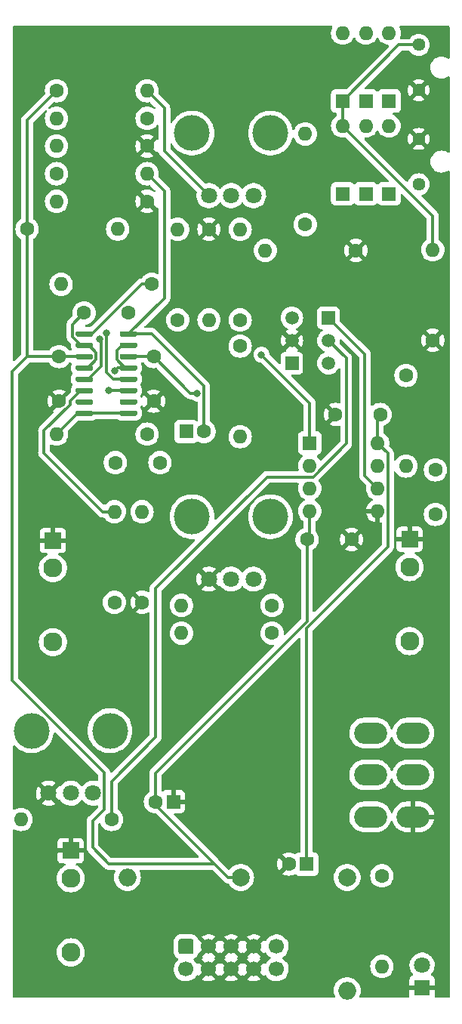
<source format=gbl>
G04 #@! TF.GenerationSoftware,KiCad,Pcbnew,7.0.11-7.0.11~ubuntu22.04.1*
G04 #@! TF.CreationDate,2024-10-19T21:35:02+01:00*
G04 #@! TF.ProjectId,MS20-VCF,4d533230-2d56-4434-962e-6b696361645f,rev?*
G04 #@! TF.SameCoordinates,Original*
G04 #@! TF.FileFunction,Copper,L2,Bot*
G04 #@! TF.FilePolarity,Positive*
%FSLAX46Y46*%
G04 Gerber Fmt 4.6, Leading zero omitted, Abs format (unit mm)*
G04 Created by KiCad (PCBNEW 7.0.11-7.0.11~ubuntu22.04.1) date 2024-10-19 21:35:02*
%MOMM*%
%LPD*%
G01*
G04 APERTURE LIST*
G04 #@! TA.AperFunction,ComponentPad*
%ADD10C,1.600000*%
G04 #@! TD*
G04 #@! TA.AperFunction,WasherPad*
%ADD11C,4.000000*%
G04 #@! TD*
G04 #@! TA.AperFunction,ComponentPad*
%ADD12C,1.800000*%
G04 #@! TD*
G04 #@! TA.AperFunction,ComponentPad*
%ADD13R,1.600000X1.600000*%
G04 #@! TD*
G04 #@! TA.AperFunction,ComponentPad*
%ADD14O,1.600000X1.600000*%
G04 #@! TD*
G04 #@! TA.AperFunction,ComponentPad*
%ADD15R,1.930000X1.830000*%
G04 #@! TD*
G04 #@! TA.AperFunction,ComponentPad*
%ADD16C,2.130000*%
G04 #@! TD*
G04 #@! TA.AperFunction,ComponentPad*
%ADD17R,1.500000X1.500000*%
G04 #@! TD*
G04 #@! TA.AperFunction,ComponentPad*
%ADD18C,1.500000*%
G04 #@! TD*
G04 #@! TA.AperFunction,ComponentPad*
%ADD19O,3.700000X2.400000*%
G04 #@! TD*
G04 #@! TA.AperFunction,ComponentPad*
%ADD20R,1.800000X1.800000*%
G04 #@! TD*
G04 #@! TA.AperFunction,ComponentPad*
%ADD21C,2.000000*%
G04 #@! TD*
G04 #@! TA.AperFunction,ComponentPad*
%ADD22O,2.000000X2.000000*%
G04 #@! TD*
G04 #@! TA.AperFunction,ComponentPad*
%ADD23C,1.700000*%
G04 #@! TD*
G04 #@! TA.AperFunction,ComponentPad*
%ADD24C,1.440000*%
G04 #@! TD*
G04 #@! TA.AperFunction,ViaPad*
%ADD25C,0.800000*%
G04 #@! TD*
G04 #@! TA.AperFunction,Conductor*
%ADD26C,0.300000*%
G04 #@! TD*
G04 APERTURE END LIST*
D10*
X82900000Y-86800000D03*
X82900000Y-91800000D03*
D11*
X46400000Y-116050000D03*
X37600000Y-116050000D03*
D12*
X44500000Y-123050000D03*
X42000000Y-123050000D03*
X39500000Y-123050000D03*
D11*
X55600000Y-49050000D03*
X64400000Y-49050000D03*
D12*
X62500000Y-56050000D03*
X60000000Y-56050000D03*
X57500000Y-56050000D03*
D13*
X77700000Y-45460000D03*
D14*
X77700000Y-37840000D03*
D13*
X77700000Y-55860000D03*
D14*
X77700000Y-48240000D03*
D13*
X75100000Y-45460000D03*
D14*
X75100000Y-37840000D03*
D13*
X75100000Y-55860000D03*
D14*
X75100000Y-48240000D03*
D13*
X72500000Y-45460000D03*
D14*
X72500000Y-37840000D03*
D13*
X72500000Y-55860000D03*
D14*
X72500000Y-48240000D03*
D15*
X42000000Y-129500000D03*
D16*
X42000000Y-140900000D03*
X42000000Y-132600000D03*
D15*
X40000000Y-94720000D03*
D16*
X40000000Y-106120000D03*
X40000000Y-97820000D03*
D15*
X80000000Y-94600000D03*
D16*
X80000000Y-106000000D03*
X80000000Y-97700000D03*
D17*
X66800000Y-74840000D03*
D18*
X66800000Y-72300000D03*
X66800000Y-69760000D03*
D17*
X70900000Y-69760000D03*
D18*
X70900000Y-72300000D03*
X70900000Y-74840000D03*
D10*
X57500000Y-59840000D03*
D14*
X57500000Y-70000000D03*
D10*
X50000000Y-101660000D03*
D14*
X50000000Y-91500000D03*
D10*
X50560000Y-82800000D03*
D14*
X40400000Y-82800000D03*
D10*
X54000000Y-70000000D03*
D14*
X54000000Y-59840000D03*
D10*
X61000000Y-70000000D03*
D14*
X61000000Y-59840000D03*
D10*
X73980000Y-62200000D03*
D14*
X63820000Y-62200000D03*
D10*
X51080000Y-66000000D03*
D14*
X40920000Y-66000000D03*
D10*
X50560000Y-50500000D03*
D14*
X40400000Y-50500000D03*
D10*
X50560000Y-56700000D03*
D14*
X40400000Y-56700000D03*
D10*
X46580000Y-126000000D03*
D14*
X36420000Y-126000000D03*
D10*
X68300000Y-59300000D03*
D14*
X68300000Y-49140000D03*
D10*
X40400000Y-53600000D03*
D14*
X50560000Y-53600000D03*
D10*
X50560000Y-47400000D03*
D14*
X40400000Y-47400000D03*
D10*
X40400000Y-44300000D03*
D14*
X50560000Y-44300000D03*
D10*
X82600000Y-72280000D03*
D14*
X82600000Y-62120000D03*
D10*
X64580000Y-105100000D03*
D14*
X54420000Y-105100000D03*
D10*
X64580000Y-102000000D03*
D14*
X54420000Y-102000000D03*
D11*
X64400000Y-92050000D03*
X55600000Y-92050000D03*
D12*
X62500000Y-99050000D03*
X60000000Y-99050000D03*
X57500000Y-99050000D03*
D19*
X75600000Y-116300000D03*
X75600000Y-121000000D03*
X75600000Y-125700000D03*
X80400000Y-116300000D03*
X80400000Y-121000000D03*
X80400000Y-125700000D03*
D10*
X79600000Y-76220000D03*
D14*
X79600000Y-86380000D03*
D13*
X68800000Y-83800000D03*
D14*
X68800000Y-86340000D03*
X68800000Y-88880000D03*
X68800000Y-91420000D03*
X76420000Y-91420000D03*
X76420000Y-88880000D03*
X76420000Y-86340000D03*
X76420000Y-83800000D03*
D10*
X43500000Y-69200000D03*
X48500000Y-69200000D03*
X46900000Y-101660000D03*
D14*
X46900000Y-91500000D03*
D10*
X37100000Y-59800000D03*
D14*
X47260000Y-59800000D03*
D10*
X61000000Y-72920000D03*
D14*
X61000000Y-83080000D03*
D10*
X76700000Y-80600000D03*
X71700000Y-80600000D03*
X73500000Y-94600000D03*
X68500000Y-94600000D03*
D13*
X68455112Y-131000000D03*
D10*
X66455112Y-131000000D03*
D13*
X53500000Y-124000000D03*
D10*
X51500000Y-124000000D03*
D13*
X54944888Y-82500000D03*
D10*
X56944888Y-82500000D03*
D20*
X81400000Y-144875000D03*
D12*
X81400000Y-142335000D03*
D21*
X61050000Y-132500000D03*
D22*
X48350000Y-132500000D03*
G04 #@! TA.AperFunction,ComponentPad*
G36*
G01*
X54325000Y-139397500D02*
X55525000Y-139397500D01*
G75*
G02*
X55775000Y-139647500I0J-250000D01*
G01*
X55775000Y-140847500D01*
G75*
G02*
X55525000Y-141097500I-250000J0D01*
G01*
X54325000Y-141097500D01*
G75*
G02*
X54075000Y-140847500I0J250000D01*
G01*
X54075000Y-139647500D01*
G75*
G02*
X54325000Y-139397500I250000J0D01*
G01*
G37*
G04 #@! TD.AperFunction*
D23*
X54925000Y-142787500D03*
X57465000Y-140247500D03*
X57465000Y-142787500D03*
X60005000Y-140247500D03*
X60005000Y-142787500D03*
X62545000Y-140247500D03*
X62545000Y-142787500D03*
X65085000Y-140247500D03*
X65085000Y-142787500D03*
D24*
X81030000Y-44240000D03*
X81030000Y-41700000D03*
X81030000Y-39160000D03*
X81030000Y-54780000D03*
X81030000Y-52240000D03*
X81030000Y-49700000D03*
D10*
X76900000Y-132320000D03*
D14*
X76900000Y-142480000D03*
D21*
X73000000Y-132500000D03*
D22*
X73000000Y-145200000D03*
G04 #@! TA.AperFunction,SMDPad,CuDef*
G36*
G01*
X42550000Y-80595000D02*
X42550000Y-80295000D01*
G75*
G02*
X42700000Y-80145000I150000J0D01*
G01*
X44350000Y-80145000D01*
G75*
G02*
X44500000Y-80295000I0J-150000D01*
G01*
X44500000Y-80595000D01*
G75*
G02*
X44350000Y-80745000I-150000J0D01*
G01*
X42700000Y-80745000D01*
G75*
G02*
X42550000Y-80595000I0J150000D01*
G01*
G37*
G04 #@! TD.AperFunction*
G04 #@! TA.AperFunction,SMDPad,CuDef*
G36*
G01*
X42550000Y-79325000D02*
X42550000Y-79025000D01*
G75*
G02*
X42700000Y-78875000I150000J0D01*
G01*
X44350000Y-78875000D01*
G75*
G02*
X44500000Y-79025000I0J-150000D01*
G01*
X44500000Y-79325000D01*
G75*
G02*
X44350000Y-79475000I-150000J0D01*
G01*
X42700000Y-79475000D01*
G75*
G02*
X42550000Y-79325000I0J150000D01*
G01*
G37*
G04 #@! TD.AperFunction*
G04 #@! TA.AperFunction,SMDPad,CuDef*
G36*
G01*
X42550000Y-78055000D02*
X42550000Y-77755000D01*
G75*
G02*
X42700000Y-77605000I150000J0D01*
G01*
X44350000Y-77605000D01*
G75*
G02*
X44500000Y-77755000I0J-150000D01*
G01*
X44500000Y-78055000D01*
G75*
G02*
X44350000Y-78205000I-150000J0D01*
G01*
X42700000Y-78205000D01*
G75*
G02*
X42550000Y-78055000I0J150000D01*
G01*
G37*
G04 #@! TD.AperFunction*
G04 #@! TA.AperFunction,SMDPad,CuDef*
G36*
G01*
X42550000Y-76785000D02*
X42550000Y-76485000D01*
G75*
G02*
X42700000Y-76335000I150000J0D01*
G01*
X44350000Y-76335000D01*
G75*
G02*
X44500000Y-76485000I0J-150000D01*
G01*
X44500000Y-76785000D01*
G75*
G02*
X44350000Y-76935000I-150000J0D01*
G01*
X42700000Y-76935000D01*
G75*
G02*
X42550000Y-76785000I0J150000D01*
G01*
G37*
G04 #@! TD.AperFunction*
G04 #@! TA.AperFunction,SMDPad,CuDef*
G36*
G01*
X42550000Y-75515000D02*
X42550000Y-75215000D01*
G75*
G02*
X42700000Y-75065000I150000J0D01*
G01*
X44350000Y-75065000D01*
G75*
G02*
X44500000Y-75215000I0J-150000D01*
G01*
X44500000Y-75515000D01*
G75*
G02*
X44350000Y-75665000I-150000J0D01*
G01*
X42700000Y-75665000D01*
G75*
G02*
X42550000Y-75515000I0J150000D01*
G01*
G37*
G04 #@! TD.AperFunction*
G04 #@! TA.AperFunction,SMDPad,CuDef*
G36*
G01*
X42550000Y-74245000D02*
X42550000Y-73945000D01*
G75*
G02*
X42700000Y-73795000I150000J0D01*
G01*
X44350000Y-73795000D01*
G75*
G02*
X44500000Y-73945000I0J-150000D01*
G01*
X44500000Y-74245000D01*
G75*
G02*
X44350000Y-74395000I-150000J0D01*
G01*
X42700000Y-74395000D01*
G75*
G02*
X42550000Y-74245000I0J150000D01*
G01*
G37*
G04 #@! TD.AperFunction*
G04 #@! TA.AperFunction,SMDPad,CuDef*
G36*
G01*
X42550000Y-72975000D02*
X42550000Y-72675000D01*
G75*
G02*
X42700000Y-72525000I150000J0D01*
G01*
X44350000Y-72525000D01*
G75*
G02*
X44500000Y-72675000I0J-150000D01*
G01*
X44500000Y-72975000D01*
G75*
G02*
X44350000Y-73125000I-150000J0D01*
G01*
X42700000Y-73125000D01*
G75*
G02*
X42550000Y-72975000I0J150000D01*
G01*
G37*
G04 #@! TD.AperFunction*
G04 #@! TA.AperFunction,SMDPad,CuDef*
G36*
G01*
X42550000Y-71705000D02*
X42550000Y-71405000D01*
G75*
G02*
X42700000Y-71255000I150000J0D01*
G01*
X44350000Y-71255000D01*
G75*
G02*
X44500000Y-71405000I0J-150000D01*
G01*
X44500000Y-71705000D01*
G75*
G02*
X44350000Y-71855000I-150000J0D01*
G01*
X42700000Y-71855000D01*
G75*
G02*
X42550000Y-71705000I0J150000D01*
G01*
G37*
G04 #@! TD.AperFunction*
G04 #@! TA.AperFunction,SMDPad,CuDef*
G36*
G01*
X47500000Y-71705000D02*
X47500000Y-71405000D01*
G75*
G02*
X47650000Y-71255000I150000J0D01*
G01*
X49300000Y-71255000D01*
G75*
G02*
X49450000Y-71405000I0J-150000D01*
G01*
X49450000Y-71705000D01*
G75*
G02*
X49300000Y-71855000I-150000J0D01*
G01*
X47650000Y-71855000D01*
G75*
G02*
X47500000Y-71705000I0J150000D01*
G01*
G37*
G04 #@! TD.AperFunction*
G04 #@! TA.AperFunction,SMDPad,CuDef*
G36*
G01*
X47500000Y-72975000D02*
X47500000Y-72675000D01*
G75*
G02*
X47650000Y-72525000I150000J0D01*
G01*
X49300000Y-72525000D01*
G75*
G02*
X49450000Y-72675000I0J-150000D01*
G01*
X49450000Y-72975000D01*
G75*
G02*
X49300000Y-73125000I-150000J0D01*
G01*
X47650000Y-73125000D01*
G75*
G02*
X47500000Y-72975000I0J150000D01*
G01*
G37*
G04 #@! TD.AperFunction*
G04 #@! TA.AperFunction,SMDPad,CuDef*
G36*
G01*
X47500000Y-74245000D02*
X47500000Y-73945000D01*
G75*
G02*
X47650000Y-73795000I150000J0D01*
G01*
X49300000Y-73795000D01*
G75*
G02*
X49450000Y-73945000I0J-150000D01*
G01*
X49450000Y-74245000D01*
G75*
G02*
X49300000Y-74395000I-150000J0D01*
G01*
X47650000Y-74395000D01*
G75*
G02*
X47500000Y-74245000I0J150000D01*
G01*
G37*
G04 #@! TD.AperFunction*
G04 #@! TA.AperFunction,SMDPad,CuDef*
G36*
G01*
X47500000Y-75515000D02*
X47500000Y-75215000D01*
G75*
G02*
X47650000Y-75065000I150000J0D01*
G01*
X49300000Y-75065000D01*
G75*
G02*
X49450000Y-75215000I0J-150000D01*
G01*
X49450000Y-75515000D01*
G75*
G02*
X49300000Y-75665000I-150000J0D01*
G01*
X47650000Y-75665000D01*
G75*
G02*
X47500000Y-75515000I0J150000D01*
G01*
G37*
G04 #@! TD.AperFunction*
G04 #@! TA.AperFunction,SMDPad,CuDef*
G36*
G01*
X47500000Y-76785000D02*
X47500000Y-76485000D01*
G75*
G02*
X47650000Y-76335000I150000J0D01*
G01*
X49300000Y-76335000D01*
G75*
G02*
X49450000Y-76485000I0J-150000D01*
G01*
X49450000Y-76785000D01*
G75*
G02*
X49300000Y-76935000I-150000J0D01*
G01*
X47650000Y-76935000D01*
G75*
G02*
X47500000Y-76785000I0J150000D01*
G01*
G37*
G04 #@! TD.AperFunction*
G04 #@! TA.AperFunction,SMDPad,CuDef*
G36*
G01*
X47500000Y-78055000D02*
X47500000Y-77755000D01*
G75*
G02*
X47650000Y-77605000I150000J0D01*
G01*
X49300000Y-77605000D01*
G75*
G02*
X49450000Y-77755000I0J-150000D01*
G01*
X49450000Y-78055000D01*
G75*
G02*
X49300000Y-78205000I-150000J0D01*
G01*
X47650000Y-78205000D01*
G75*
G02*
X47500000Y-78055000I0J150000D01*
G01*
G37*
G04 #@! TD.AperFunction*
G04 #@! TA.AperFunction,SMDPad,CuDef*
G36*
G01*
X47500000Y-79325000D02*
X47500000Y-79025000D01*
G75*
G02*
X47650000Y-78875000I150000J0D01*
G01*
X49300000Y-78875000D01*
G75*
G02*
X49450000Y-79025000I0J-150000D01*
G01*
X49450000Y-79325000D01*
G75*
G02*
X49300000Y-79475000I-150000J0D01*
G01*
X47650000Y-79475000D01*
G75*
G02*
X47500000Y-79325000I0J150000D01*
G01*
G37*
G04 #@! TD.AperFunction*
G04 #@! TA.AperFunction,SMDPad,CuDef*
G36*
G01*
X47500000Y-80595000D02*
X47500000Y-80295000D01*
G75*
G02*
X47650000Y-80145000I150000J0D01*
G01*
X49300000Y-80145000D01*
G75*
G02*
X49450000Y-80295000I0J-150000D01*
G01*
X49450000Y-80595000D01*
G75*
G02*
X49300000Y-80745000I-150000J0D01*
G01*
X47650000Y-80745000D01*
G75*
G02*
X47500000Y-80595000I0J150000D01*
G01*
G37*
G04 #@! TD.AperFunction*
D10*
X47000000Y-86000000D03*
X52000000Y-86000000D03*
X51300000Y-74100000D03*
X51300000Y-79100000D03*
X40700000Y-79100000D03*
X40700000Y-74100000D03*
D25*
X56195388Y-78224566D03*
X46900000Y-75700000D03*
X63400000Y-73900000D03*
X45241121Y-72150468D03*
X46250500Y-77905000D03*
X46000000Y-71500000D03*
D26*
X68455112Y-131000000D02*
X68455112Y-104551994D01*
X77570000Y-84950000D02*
X76420000Y-83800000D01*
X68455112Y-104551994D02*
X77570000Y-95437106D01*
X51295000Y-74095000D02*
X51300000Y-74100000D01*
X48475000Y-74095000D02*
X51295000Y-74095000D01*
X55424566Y-78224566D02*
X51300000Y-74100000D01*
X76420000Y-80880000D02*
X76700000Y-80600000D01*
X56195388Y-78224566D02*
X55424566Y-78224566D01*
X77570000Y-95437106D02*
X77570000Y-84950000D01*
X76420000Y-83800000D02*
X76420000Y-80880000D01*
X35450000Y-75750000D02*
X35450000Y-110450000D01*
X68800000Y-91420000D02*
X68800000Y-94300000D01*
X37100000Y-59800000D02*
X37100000Y-47600000D01*
X44450000Y-129150000D02*
X46300000Y-131000000D01*
X45750000Y-120750000D02*
X45750000Y-124850000D01*
X37100000Y-74100000D02*
X40700000Y-74100000D01*
X37100000Y-74100000D02*
X35450000Y-75750000D01*
X40705000Y-74095000D02*
X40700000Y-74100000D01*
X68800000Y-94300000D02*
X68500000Y-94600000D01*
X51500000Y-124000000D02*
X51500000Y-120800000D01*
X61050000Y-132500000D02*
X59635787Y-132500000D01*
X68500000Y-103800000D02*
X68500000Y-94600000D01*
X46300000Y-131000000D02*
X58135787Y-131000000D01*
X44450000Y-126150000D02*
X44450000Y-129150000D01*
X45750000Y-124850000D02*
X44450000Y-126150000D01*
X35450000Y-110450000D02*
X45750000Y-120750000D01*
X58135787Y-131000000D02*
X59635787Y-132500000D01*
X59635787Y-132500000D02*
X51500000Y-124364213D01*
X37100000Y-47600000D02*
X40400000Y-44300000D01*
X51500000Y-124364213D02*
X51500000Y-124000000D01*
X43525000Y-74095000D02*
X40705000Y-74095000D01*
X37100000Y-74100000D02*
X37100000Y-59800000D01*
X51500000Y-120800000D02*
X68500000Y-103800000D01*
X47150000Y-74452107D02*
X47150000Y-73450000D01*
X47150000Y-73450000D02*
X47775000Y-72825000D01*
X47775000Y-72825000D02*
X48475000Y-72825000D01*
X48475000Y-75365000D02*
X48062893Y-75365000D01*
X46900000Y-75700000D02*
X47235000Y-75365000D01*
X47235000Y-75365000D02*
X48475000Y-75365000D01*
X48062893Y-75365000D02*
X47150000Y-74452107D01*
X51074312Y-71555000D02*
X56944888Y-77425576D01*
X52500000Y-67530000D02*
X52500000Y-55540000D01*
X48475000Y-71555000D02*
X51074312Y-71555000D01*
X52500000Y-55540000D02*
X50560000Y-53600000D01*
X48475000Y-71555000D02*
X52500000Y-67530000D01*
X56944888Y-77425576D02*
X56944888Y-82500000D01*
X49948630Y-66000000D02*
X44393630Y-71555000D01*
X51080000Y-66000000D02*
X49948630Y-66000000D01*
X44393630Y-71555000D02*
X43525000Y-71555000D01*
X63400000Y-73900000D02*
X68800000Y-79300000D01*
X68800000Y-79300000D02*
X68800000Y-83800000D01*
X43525000Y-72825000D02*
X43112893Y-72825000D01*
X42200000Y-70500000D02*
X43500000Y-69200000D01*
X44850000Y-74452107D02*
X44850000Y-73650000D01*
X43525000Y-75365000D02*
X43937107Y-75365000D01*
X44025000Y-72825000D02*
X43525000Y-72825000D01*
X43112893Y-72825000D02*
X42200000Y-71912107D01*
X43937107Y-75365000D02*
X44850000Y-74452107D01*
X44850000Y-73650000D02*
X44025000Y-72825000D01*
X42200000Y-71912107D02*
X42200000Y-70500000D01*
X75000000Y-87460000D02*
X76420000Y-88880000D01*
X70900000Y-69760000D02*
X75000000Y-73860000D01*
X75000000Y-73860000D02*
X75000000Y-87460000D01*
X52500000Y-46240000D02*
X50560000Y-44300000D01*
X52500000Y-51050000D02*
X52500000Y-46240000D01*
X57500000Y-56050000D02*
X52500000Y-51050000D01*
X72500000Y-48240000D02*
X82600000Y-58340000D01*
X78800000Y-39160000D02*
X72500000Y-45460000D01*
X81030000Y-39160000D02*
X78800000Y-39160000D01*
X72500000Y-45460000D02*
X72500000Y-48240000D01*
X82600000Y-58340000D02*
X82600000Y-62120000D01*
X64000000Y-87600000D02*
X51499311Y-100100689D01*
X72900000Y-74300000D02*
X72900000Y-83866346D01*
X51499311Y-116800689D02*
X46580000Y-121720000D01*
X69166346Y-87600000D02*
X64000000Y-87600000D01*
X72900000Y-83866346D02*
X69166346Y-87600000D01*
X51499311Y-100100689D02*
X51499311Y-116800689D01*
X70900000Y-72300000D02*
X72900000Y-74300000D01*
X46580000Y-121720000D02*
X46580000Y-126000000D01*
X43525000Y-76635000D02*
X43937107Y-76635000D01*
X45400000Y-72400000D02*
X45400000Y-72309347D01*
X43937107Y-76635000D02*
X45400000Y-75172107D01*
X45400000Y-72309347D02*
X45241121Y-72150468D01*
X45400000Y-75172107D02*
X45400000Y-72400000D01*
X43525000Y-77905000D02*
X43112893Y-77905000D01*
X41900000Y-79526346D02*
X39000000Y-82426346D01*
X41900000Y-79117893D02*
X41900000Y-79526346D01*
X43112893Y-77905000D02*
X41900000Y-79117893D01*
X39000000Y-84900000D02*
X45600000Y-91500000D01*
X39000000Y-82426346D02*
X39000000Y-84900000D01*
X45600000Y-91500000D02*
X46900000Y-91500000D01*
X42755000Y-80445000D02*
X40400000Y-82800000D01*
X43525000Y-80445000D02*
X42755000Y-80445000D01*
X48475000Y-80445000D02*
X43525000Y-80445000D01*
X48475000Y-77905000D02*
X46305000Y-77905000D01*
X46305000Y-77905000D02*
X46300000Y-77900000D01*
X46295000Y-77905000D02*
X46250500Y-77905000D01*
X46300000Y-77900000D02*
X46295000Y-77905000D01*
X48475000Y-76635000D02*
X46774339Y-76635000D01*
X46000000Y-75860661D02*
X46000000Y-71500000D01*
X46774339Y-76635000D02*
X46000000Y-75860661D01*
G04 #@! TA.AperFunction,Conductor*
G36*
X71314538Y-37028002D02*
G01*
X71361031Y-37081658D01*
X71371135Y-37151932D01*
X71360612Y-37187249D01*
X71280273Y-37359539D01*
X71265716Y-37390757D01*
X71206457Y-37611913D01*
X71186502Y-37840000D01*
X71206457Y-38068087D01*
X71207881Y-38073400D01*
X71207881Y-38073402D01*
X71246952Y-38219214D01*
X71265716Y-38289243D01*
X71268039Y-38294224D01*
X71268039Y-38294225D01*
X71360151Y-38491762D01*
X71360154Y-38491767D01*
X71362477Y-38496749D01*
X71493802Y-38684300D01*
X71655700Y-38846198D01*
X71660208Y-38849355D01*
X71660211Y-38849357D01*
X71738389Y-38904098D01*
X71843251Y-38977523D01*
X71848233Y-38979846D01*
X71848238Y-38979849D01*
X72045775Y-39071961D01*
X72050757Y-39074284D01*
X72056065Y-39075706D01*
X72056067Y-39075707D01*
X72266598Y-39132119D01*
X72266600Y-39132119D01*
X72271913Y-39133543D01*
X72500000Y-39153498D01*
X72728087Y-39133543D01*
X72733400Y-39132119D01*
X72733402Y-39132119D01*
X72943933Y-39075707D01*
X72943935Y-39075706D01*
X72949243Y-39074284D01*
X72954225Y-39071961D01*
X73151762Y-38979849D01*
X73151767Y-38979846D01*
X73156749Y-38977523D01*
X73261611Y-38904098D01*
X73339789Y-38849357D01*
X73339792Y-38849355D01*
X73344300Y-38846198D01*
X73506198Y-38684300D01*
X73637523Y-38496749D01*
X73685805Y-38393207D01*
X73732722Y-38339922D01*
X73800999Y-38320461D01*
X73868959Y-38341003D01*
X73914195Y-38393207D01*
X73962477Y-38496749D01*
X74093802Y-38684300D01*
X74255700Y-38846198D01*
X74260208Y-38849355D01*
X74260211Y-38849357D01*
X74338389Y-38904098D01*
X74443251Y-38977523D01*
X74448233Y-38979846D01*
X74448238Y-38979849D01*
X74645775Y-39071961D01*
X74650757Y-39074284D01*
X74656065Y-39075706D01*
X74656067Y-39075707D01*
X74866598Y-39132119D01*
X74866600Y-39132119D01*
X74871913Y-39133543D01*
X75100000Y-39153498D01*
X75328087Y-39133543D01*
X75333400Y-39132119D01*
X75333402Y-39132119D01*
X75543933Y-39075707D01*
X75543935Y-39075706D01*
X75549243Y-39074284D01*
X75554225Y-39071961D01*
X75751762Y-38979849D01*
X75751767Y-38979846D01*
X75756749Y-38977523D01*
X75861611Y-38904098D01*
X75939789Y-38849357D01*
X75939792Y-38849355D01*
X75944300Y-38846198D01*
X76106198Y-38684300D01*
X76237523Y-38496749D01*
X76285805Y-38393207D01*
X76332722Y-38339922D01*
X76400999Y-38320461D01*
X76468959Y-38341003D01*
X76514195Y-38393207D01*
X76562477Y-38496749D01*
X76693802Y-38684300D01*
X76855700Y-38846198D01*
X76860208Y-38849355D01*
X76860211Y-38849357D01*
X76938389Y-38904098D01*
X77043251Y-38977523D01*
X77048233Y-38979846D01*
X77048238Y-38979849D01*
X77245775Y-39071961D01*
X77250757Y-39074284D01*
X77256065Y-39075706D01*
X77256067Y-39075707D01*
X77466598Y-39132119D01*
X77466600Y-39132119D01*
X77471913Y-39133543D01*
X77477389Y-39134022D01*
X77477394Y-39134023D01*
X77561141Y-39141349D01*
X77591966Y-39144046D01*
X77658084Y-39169909D01*
X77699723Y-39227413D01*
X77703664Y-39298300D01*
X77670079Y-39358662D01*
X75120078Y-41908662D01*
X72914145Y-44114595D01*
X72851833Y-44148621D01*
X72825050Y-44151500D01*
X71651866Y-44151500D01*
X71589684Y-44158255D01*
X71453295Y-44209385D01*
X71336739Y-44296739D01*
X71249385Y-44413295D01*
X71198255Y-44549684D01*
X71191500Y-44611866D01*
X71191500Y-46308134D01*
X71198255Y-46370316D01*
X71249385Y-46506705D01*
X71336739Y-46623261D01*
X71453295Y-46710615D01*
X71589684Y-46761745D01*
X71651866Y-46768500D01*
X71715500Y-46768500D01*
X71783621Y-46788502D01*
X71830114Y-46842158D01*
X71841500Y-46894500D01*
X71841500Y-47038112D01*
X71821498Y-47106233D01*
X71787772Y-47141324D01*
X71737970Y-47176196D01*
X71660211Y-47230643D01*
X71660208Y-47230645D01*
X71655700Y-47233802D01*
X71493802Y-47395700D01*
X71362477Y-47583251D01*
X71360154Y-47588233D01*
X71360151Y-47588238D01*
X71314195Y-47686793D01*
X71265716Y-47790757D01*
X71264294Y-47796065D01*
X71264293Y-47796067D01*
X71208985Y-48002477D01*
X71206457Y-48011913D01*
X71186502Y-48240000D01*
X71206457Y-48468087D01*
X71207881Y-48473400D01*
X71207881Y-48473402D01*
X71260304Y-48669044D01*
X71265716Y-48689243D01*
X71268039Y-48694224D01*
X71268039Y-48694225D01*
X71360151Y-48891762D01*
X71360154Y-48891767D01*
X71362477Y-48896749D01*
X71493802Y-49084300D01*
X71655700Y-49246198D01*
X71660208Y-49249355D01*
X71660211Y-49249357D01*
X71694567Y-49273413D01*
X71843251Y-49377523D01*
X71848233Y-49379846D01*
X71848238Y-49379849D01*
X72045775Y-49471961D01*
X72050757Y-49474284D01*
X72056065Y-49475706D01*
X72056067Y-49475707D01*
X72266598Y-49532119D01*
X72266600Y-49532119D01*
X72271913Y-49533543D01*
X72500000Y-49553498D01*
X72728087Y-49533543D01*
X72735766Y-49531485D01*
X72763659Y-49524012D01*
X72834635Y-49525702D01*
X72885364Y-49556624D01*
X77665145Y-54336405D01*
X77699171Y-54398717D01*
X77694106Y-54469532D01*
X77651559Y-54526368D01*
X77585039Y-54551179D01*
X77576050Y-54551500D01*
X76851866Y-54551500D01*
X76789684Y-54558255D01*
X76653295Y-54609385D01*
X76536739Y-54696739D01*
X76500824Y-54744660D01*
X76443967Y-54787173D01*
X76373149Y-54792199D01*
X76310855Y-54758139D01*
X76299183Y-54744670D01*
X76263261Y-54696739D01*
X76146705Y-54609385D01*
X76010316Y-54558255D01*
X75948134Y-54551500D01*
X74251866Y-54551500D01*
X74189684Y-54558255D01*
X74053295Y-54609385D01*
X73936739Y-54696739D01*
X73900824Y-54744660D01*
X73843967Y-54787173D01*
X73773149Y-54792199D01*
X73710855Y-54758139D01*
X73699183Y-54744670D01*
X73663261Y-54696739D01*
X73546705Y-54609385D01*
X73410316Y-54558255D01*
X73348134Y-54551500D01*
X71651866Y-54551500D01*
X71589684Y-54558255D01*
X71453295Y-54609385D01*
X71336739Y-54696739D01*
X71249385Y-54813295D01*
X71198255Y-54949684D01*
X71191500Y-55011866D01*
X71191500Y-56708134D01*
X71198255Y-56770316D01*
X71249385Y-56906705D01*
X71336739Y-57023261D01*
X71453295Y-57110615D01*
X71589684Y-57161745D01*
X71651866Y-57168500D01*
X73348134Y-57168500D01*
X73410316Y-57161745D01*
X73546705Y-57110615D01*
X73663261Y-57023261D01*
X73699176Y-56975340D01*
X73756033Y-56932827D01*
X73826851Y-56927801D01*
X73889145Y-56961861D01*
X73900817Y-56975330D01*
X73936739Y-57023261D01*
X74053295Y-57110615D01*
X74189684Y-57161745D01*
X74251866Y-57168500D01*
X75948134Y-57168500D01*
X76010316Y-57161745D01*
X76146705Y-57110615D01*
X76263261Y-57023261D01*
X76299176Y-56975340D01*
X76356033Y-56932827D01*
X76426851Y-56927801D01*
X76489145Y-56961861D01*
X76500817Y-56975330D01*
X76536739Y-57023261D01*
X76653295Y-57110615D01*
X76789684Y-57161745D01*
X76851866Y-57168500D01*
X78548134Y-57168500D01*
X78610316Y-57161745D01*
X78746705Y-57110615D01*
X78863261Y-57023261D01*
X78950615Y-56906705D01*
X79001745Y-56770316D01*
X79008500Y-56708134D01*
X79008500Y-55983950D01*
X79028502Y-55915829D01*
X79082158Y-55869336D01*
X79152432Y-55859232D01*
X79217012Y-55888726D01*
X79223595Y-55894855D01*
X81904595Y-58575855D01*
X81938621Y-58638167D01*
X81941500Y-58664950D01*
X81941500Y-60918112D01*
X81921498Y-60986233D01*
X81887772Y-61021324D01*
X81824491Y-61065634D01*
X81760211Y-61110643D01*
X81760208Y-61110645D01*
X81755700Y-61113802D01*
X81593802Y-61275700D01*
X81462477Y-61463251D01*
X81460154Y-61468233D01*
X81460151Y-61468238D01*
X81422847Y-61548238D01*
X81365716Y-61670757D01*
X81306457Y-61891913D01*
X81286502Y-62120000D01*
X81306457Y-62348087D01*
X81365716Y-62569243D01*
X81368039Y-62574224D01*
X81368039Y-62574225D01*
X81460151Y-62771762D01*
X81460154Y-62771767D01*
X81462477Y-62776749D01*
X81465634Y-62781257D01*
X81559336Y-62915077D01*
X81593802Y-62964300D01*
X81755700Y-63126198D01*
X81760208Y-63129355D01*
X81760211Y-63129357D01*
X81838389Y-63184098D01*
X81943251Y-63257523D01*
X81948233Y-63259846D01*
X81948238Y-63259849D01*
X82145775Y-63351961D01*
X82150757Y-63354284D01*
X82156065Y-63355706D01*
X82156067Y-63355707D01*
X82366598Y-63412119D01*
X82366600Y-63412119D01*
X82371913Y-63413543D01*
X82600000Y-63433498D01*
X82828087Y-63413543D01*
X82833400Y-63412119D01*
X82833402Y-63412119D01*
X83043933Y-63355707D01*
X83043935Y-63355706D01*
X83049243Y-63354284D01*
X83054225Y-63351961D01*
X83251762Y-63259849D01*
X83251767Y-63259846D01*
X83256749Y-63257523D01*
X83361611Y-63184098D01*
X83439789Y-63129357D01*
X83439792Y-63129355D01*
X83444300Y-63126198D01*
X83606198Y-62964300D01*
X83640665Y-62915077D01*
X83734366Y-62781257D01*
X83737523Y-62776749D01*
X83739846Y-62771767D01*
X83739849Y-62771762D01*
X83831961Y-62574225D01*
X83831961Y-62574224D01*
X83834284Y-62569243D01*
X83893543Y-62348087D01*
X83913498Y-62120000D01*
X83893543Y-61891913D01*
X83834284Y-61670757D01*
X83777153Y-61548238D01*
X83739849Y-61468238D01*
X83739846Y-61468233D01*
X83737523Y-61463251D01*
X83606198Y-61275700D01*
X83444300Y-61113802D01*
X83439792Y-61110645D01*
X83439789Y-61110643D01*
X83375509Y-61065634D01*
X83312228Y-61021324D01*
X83267901Y-60965868D01*
X83258500Y-60918112D01*
X83258500Y-58422056D01*
X83259059Y-58410200D01*
X83259059Y-58410197D01*
X83260788Y-58402463D01*
X83258562Y-58331631D01*
X83258500Y-58327673D01*
X83258500Y-58298568D01*
X83257944Y-58294168D01*
X83257012Y-58282330D01*
X83255811Y-58244094D01*
X83255562Y-58236169D01*
X83249580Y-58215579D01*
X83245570Y-58196216D01*
X83243875Y-58182796D01*
X83243875Y-58182795D01*
X83242882Y-58174936D01*
X83239966Y-58167571D01*
X83239965Y-58167567D01*
X83225874Y-58131979D01*
X83222035Y-58120769D01*
X83209145Y-58076400D01*
X83198225Y-58057935D01*
X83189534Y-58040195D01*
X83181635Y-58020244D01*
X83154482Y-57982871D01*
X83147967Y-57972952D01*
X83128493Y-57940023D01*
X83128490Y-57940019D01*
X83124453Y-57933193D01*
X83109289Y-57918029D01*
X83096448Y-57902995D01*
X83088501Y-57892057D01*
X83083841Y-57885643D01*
X83048247Y-57856197D01*
X83039468Y-57848208D01*
X81352382Y-56161122D01*
X81318356Y-56098810D01*
X81323421Y-56027995D01*
X81365968Y-55971159D01*
X81408866Y-55950320D01*
X81446467Y-55940245D01*
X81446469Y-55940244D01*
X81451777Y-55938822D01*
X81546065Y-55894855D01*
X81641616Y-55850299D01*
X81641619Y-55850297D01*
X81646597Y-55847976D01*
X81822681Y-55724681D01*
X81974681Y-55572681D01*
X82097976Y-55396596D01*
X82102226Y-55387483D01*
X82186499Y-55206759D01*
X82186500Y-55206757D01*
X82188822Y-55201777D01*
X82191440Y-55192009D01*
X82243034Y-54999457D01*
X82243034Y-54999455D01*
X82244458Y-54994142D01*
X82263193Y-54780000D01*
X82244458Y-54565858D01*
X82222618Y-54484350D01*
X82190245Y-54363533D01*
X82190244Y-54363531D01*
X82188822Y-54358223D01*
X82097976Y-54163404D01*
X81974681Y-53987319D01*
X81822681Y-53835319D01*
X81646597Y-53712024D01*
X81641619Y-53709703D01*
X81641616Y-53709701D01*
X81456759Y-53623501D01*
X81456758Y-53623500D01*
X81451777Y-53621178D01*
X81446469Y-53619756D01*
X81446467Y-53619755D01*
X81249457Y-53566966D01*
X81249455Y-53566966D01*
X81244142Y-53565542D01*
X81030000Y-53546807D01*
X80815858Y-53565542D01*
X80810545Y-53566966D01*
X80810543Y-53566966D01*
X80613533Y-53619755D01*
X80613531Y-53619756D01*
X80608223Y-53621178D01*
X80603243Y-53623500D01*
X80603241Y-53623501D01*
X80418385Y-53709701D01*
X80418382Y-53709703D01*
X80413404Y-53712024D01*
X80237319Y-53835319D01*
X80085319Y-53987319D01*
X79962024Y-54163404D01*
X79871178Y-54358223D01*
X79869756Y-54363531D01*
X79869755Y-54363533D01*
X79859680Y-54401134D01*
X79822728Y-54461757D01*
X79758867Y-54492778D01*
X79688373Y-54484350D01*
X79648878Y-54457618D01*
X75919881Y-50728621D01*
X80365933Y-50728621D01*
X80375227Y-50740635D01*
X80409146Y-50764385D01*
X80418641Y-50769868D01*
X80603413Y-50856028D01*
X80613705Y-50859774D01*
X80810632Y-50912540D01*
X80821425Y-50914443D01*
X81024525Y-50932212D01*
X81035475Y-50932212D01*
X81238575Y-50914443D01*
X81249368Y-50912540D01*
X81446295Y-50859774D01*
X81456587Y-50856028D01*
X81641359Y-50769868D01*
X81650854Y-50764385D01*
X81685607Y-50740051D01*
X81693983Y-50729572D01*
X81686916Y-50716127D01*
X81042811Y-50072021D01*
X81028868Y-50064408D01*
X81027034Y-50064539D01*
X81020420Y-50068790D01*
X80372360Y-50716851D01*
X80365933Y-50728621D01*
X75919881Y-50728621D01*
X74955486Y-49764226D01*
X74923405Y-49705475D01*
X79797788Y-49705475D01*
X79815557Y-49908575D01*
X79817460Y-49919368D01*
X79870226Y-50116295D01*
X79873972Y-50126587D01*
X79960135Y-50311364D01*
X79965613Y-50320850D01*
X79989949Y-50355607D01*
X80000428Y-50363983D01*
X80013872Y-50356917D01*
X80657979Y-49712811D01*
X80664356Y-49701132D01*
X81394408Y-49701132D01*
X81394539Y-49702966D01*
X81398790Y-49709580D01*
X82046851Y-50357640D01*
X82058621Y-50364067D01*
X82070635Y-50354772D01*
X82094387Y-50320850D01*
X82099865Y-50311364D01*
X82186028Y-50126587D01*
X82189774Y-50116295D01*
X82242540Y-49919368D01*
X82244443Y-49908575D01*
X82262212Y-49705475D01*
X82262212Y-49694525D01*
X82244443Y-49491425D01*
X82242540Y-49480632D01*
X82189774Y-49283705D01*
X82186028Y-49273413D01*
X82099865Y-49088636D01*
X82094387Y-49079150D01*
X82070051Y-49044393D01*
X82059572Y-49036017D01*
X82046128Y-49043083D01*
X81402021Y-49687189D01*
X81394408Y-49701132D01*
X80664356Y-49701132D01*
X80665592Y-49698868D01*
X80665461Y-49697034D01*
X80661210Y-49690420D01*
X80013149Y-49042360D01*
X80001379Y-49035933D01*
X79989365Y-49045228D01*
X79965613Y-49079150D01*
X79960135Y-49088636D01*
X79873972Y-49273413D01*
X79870226Y-49283705D01*
X79817460Y-49480632D01*
X79815557Y-49491425D01*
X79797788Y-49694525D01*
X79797788Y-49705475D01*
X74923405Y-49705475D01*
X74921460Y-49701914D01*
X74926525Y-49631099D01*
X74969072Y-49574263D01*
X75035592Y-49549452D01*
X75055563Y-49549611D01*
X75094514Y-49553019D01*
X75094525Y-49553019D01*
X75100000Y-49553498D01*
X75328087Y-49533543D01*
X75333400Y-49532119D01*
X75333402Y-49532119D01*
X75543933Y-49475707D01*
X75543935Y-49475706D01*
X75549243Y-49474284D01*
X75554225Y-49471961D01*
X75751762Y-49379849D01*
X75751767Y-49379846D01*
X75756749Y-49377523D01*
X75905433Y-49273413D01*
X75939789Y-49249357D01*
X75939792Y-49249355D01*
X75944300Y-49246198D01*
X76106198Y-49084300D01*
X76237523Y-48896749D01*
X76285805Y-48793207D01*
X76332722Y-48739922D01*
X76400999Y-48720461D01*
X76468959Y-48741003D01*
X76514195Y-48793207D01*
X76562477Y-48896749D01*
X76693802Y-49084300D01*
X76855700Y-49246198D01*
X76860208Y-49249355D01*
X76860211Y-49249357D01*
X76894567Y-49273413D01*
X77043251Y-49377523D01*
X77048233Y-49379846D01*
X77048238Y-49379849D01*
X77245775Y-49471961D01*
X77250757Y-49474284D01*
X77256065Y-49475706D01*
X77256067Y-49475707D01*
X77466598Y-49532119D01*
X77466600Y-49532119D01*
X77471913Y-49533543D01*
X77700000Y-49553498D01*
X77928087Y-49533543D01*
X77933400Y-49532119D01*
X77933402Y-49532119D01*
X78143933Y-49475707D01*
X78143935Y-49475706D01*
X78149243Y-49474284D01*
X78154225Y-49471961D01*
X78351762Y-49379849D01*
X78351767Y-49379846D01*
X78356749Y-49377523D01*
X78505433Y-49273413D01*
X78539789Y-49249357D01*
X78539792Y-49249355D01*
X78544300Y-49246198D01*
X78706198Y-49084300D01*
X78837523Y-48896749D01*
X78839846Y-48891767D01*
X78839849Y-48891762D01*
X78931961Y-48694225D01*
X78931961Y-48694224D01*
X78934284Y-48689243D01*
X78939326Y-48670428D01*
X80366017Y-48670428D01*
X80373083Y-48683872D01*
X81017189Y-49327979D01*
X81031132Y-49335592D01*
X81032966Y-49335461D01*
X81039580Y-49331210D01*
X81687640Y-48683149D01*
X81694067Y-48671379D01*
X81684773Y-48659365D01*
X81650854Y-48635615D01*
X81641359Y-48630132D01*
X81456587Y-48543972D01*
X81446295Y-48540226D01*
X81249368Y-48487460D01*
X81238575Y-48485557D01*
X81035475Y-48467788D01*
X81024525Y-48467788D01*
X80821425Y-48485557D01*
X80810632Y-48487460D01*
X80613705Y-48540226D01*
X80603413Y-48543972D01*
X80418636Y-48630135D01*
X80409150Y-48635613D01*
X80374393Y-48659949D01*
X80366017Y-48670428D01*
X78939326Y-48670428D01*
X78939697Y-48669044D01*
X78992119Y-48473402D01*
X78992119Y-48473400D01*
X78993543Y-48468087D01*
X79013498Y-48240000D01*
X78993543Y-48011913D01*
X78991015Y-48002477D01*
X78935707Y-47796067D01*
X78935706Y-47796065D01*
X78934284Y-47790757D01*
X78885805Y-47686793D01*
X78839849Y-47588238D01*
X78839846Y-47588233D01*
X78837523Y-47583251D01*
X78706198Y-47395700D01*
X78544300Y-47233802D01*
X78539792Y-47230645D01*
X78539789Y-47230643D01*
X78414763Y-47143099D01*
X78356749Y-47102477D01*
X78351767Y-47100154D01*
X78351762Y-47100151D01*
X78155632Y-47008695D01*
X78102347Y-46961778D01*
X78082886Y-46893501D01*
X78103428Y-46825541D01*
X78157450Y-46779475D01*
X78208882Y-46768500D01*
X78548134Y-46768500D01*
X78610316Y-46761745D01*
X78746705Y-46710615D01*
X78863261Y-46623261D01*
X78950615Y-46506705D01*
X79001745Y-46370316D01*
X79008500Y-46308134D01*
X79008500Y-45268621D01*
X80365933Y-45268621D01*
X80375227Y-45280635D01*
X80409146Y-45304385D01*
X80418641Y-45309868D01*
X80603413Y-45396028D01*
X80613705Y-45399774D01*
X80810632Y-45452540D01*
X80821425Y-45454443D01*
X81024525Y-45472212D01*
X81035475Y-45472212D01*
X81238575Y-45454443D01*
X81249368Y-45452540D01*
X81446295Y-45399774D01*
X81456587Y-45396028D01*
X81641359Y-45309868D01*
X81650854Y-45304385D01*
X81685607Y-45280051D01*
X81693983Y-45269572D01*
X81686916Y-45256127D01*
X81042811Y-44612021D01*
X81028868Y-44604408D01*
X81027034Y-44604539D01*
X81020420Y-44608790D01*
X80372360Y-45256851D01*
X80365933Y-45268621D01*
X79008500Y-45268621D01*
X79008500Y-44611866D01*
X79001745Y-44549684D01*
X78950615Y-44413295D01*
X78863261Y-44296739D01*
X78794860Y-44245475D01*
X79797788Y-44245475D01*
X79815557Y-44448575D01*
X79817460Y-44459368D01*
X79870226Y-44656295D01*
X79873972Y-44666587D01*
X79960135Y-44851364D01*
X79965613Y-44860850D01*
X79989949Y-44895607D01*
X80000428Y-44903983D01*
X80013872Y-44896917D01*
X80657979Y-44252811D01*
X80664356Y-44241132D01*
X81394408Y-44241132D01*
X81394539Y-44242966D01*
X81398790Y-44249580D01*
X82046851Y-44897640D01*
X82058621Y-44904067D01*
X82070635Y-44894772D01*
X82094387Y-44860850D01*
X82099865Y-44851364D01*
X82186028Y-44666587D01*
X82189774Y-44656295D01*
X82242540Y-44459368D01*
X82244443Y-44448575D01*
X82262212Y-44245475D01*
X82262212Y-44234525D01*
X82244443Y-44031425D01*
X82242540Y-44020632D01*
X82189774Y-43823705D01*
X82186028Y-43813413D01*
X82099865Y-43628636D01*
X82094387Y-43619150D01*
X82070051Y-43584393D01*
X82059572Y-43576017D01*
X82046128Y-43583083D01*
X81402021Y-44227189D01*
X81394408Y-44241132D01*
X80664356Y-44241132D01*
X80665592Y-44238868D01*
X80665461Y-44237034D01*
X80661210Y-44230420D01*
X80013149Y-43582360D01*
X80001379Y-43575933D01*
X79989365Y-43585228D01*
X79965613Y-43619150D01*
X79960135Y-43628636D01*
X79873972Y-43813413D01*
X79870226Y-43823705D01*
X79817460Y-44020632D01*
X79815557Y-44031425D01*
X79797788Y-44234525D01*
X79797788Y-44245475D01*
X78794860Y-44245475D01*
X78746705Y-44209385D01*
X78610316Y-44158255D01*
X78548134Y-44151500D01*
X76851866Y-44151500D01*
X76789684Y-44158255D01*
X76653295Y-44209385D01*
X76536739Y-44296739D01*
X76500824Y-44344660D01*
X76443967Y-44387173D01*
X76373149Y-44392199D01*
X76310855Y-44358139D01*
X76299183Y-44344670D01*
X76263261Y-44296739D01*
X76146705Y-44209385D01*
X76010316Y-44158255D01*
X75948134Y-44151500D01*
X75043950Y-44151500D01*
X74975829Y-44131498D01*
X74929336Y-44077842D01*
X74919232Y-44007568D01*
X74948726Y-43942988D01*
X74954855Y-43936405D01*
X75680832Y-43210428D01*
X80366017Y-43210428D01*
X80373083Y-43223872D01*
X81017189Y-43867979D01*
X81031132Y-43875592D01*
X81032966Y-43875461D01*
X81039580Y-43871210D01*
X81687640Y-43223149D01*
X81694067Y-43211379D01*
X81684773Y-43199365D01*
X81650854Y-43175615D01*
X81641359Y-43170132D01*
X81456587Y-43083972D01*
X81446295Y-43080226D01*
X81249368Y-43027460D01*
X81238575Y-43025557D01*
X81035475Y-43007788D01*
X81024525Y-43007788D01*
X80821425Y-43025557D01*
X80810632Y-43027460D01*
X80613705Y-43080226D01*
X80603413Y-43083972D01*
X80418636Y-43170135D01*
X80409150Y-43175613D01*
X80374393Y-43199949D01*
X80366017Y-43210428D01*
X75680832Y-43210428D01*
X79035854Y-39855405D01*
X79098166Y-39821379D01*
X79124949Y-39818500D01*
X79925774Y-39818500D01*
X79993895Y-39838502D01*
X80028987Y-39872230D01*
X80085319Y-39952681D01*
X80237319Y-40104681D01*
X80413403Y-40227976D01*
X80418381Y-40230297D01*
X80418384Y-40230299D01*
X80603241Y-40316499D01*
X80608223Y-40318822D01*
X80613531Y-40320244D01*
X80613533Y-40320245D01*
X80810543Y-40373034D01*
X80810545Y-40373034D01*
X80815858Y-40374458D01*
X81030000Y-40393193D01*
X81244142Y-40374458D01*
X81249455Y-40373034D01*
X81249457Y-40373034D01*
X81446467Y-40320245D01*
X81446469Y-40320244D01*
X81451777Y-40318822D01*
X81456759Y-40316499D01*
X81641616Y-40230299D01*
X81641619Y-40230297D01*
X81646597Y-40227976D01*
X81822681Y-40104681D01*
X81974681Y-39952681D01*
X82097976Y-39776596D01*
X82188822Y-39581777D01*
X82244458Y-39374142D01*
X82263193Y-39160000D01*
X82244458Y-38945858D01*
X82243034Y-38940543D01*
X82190245Y-38743533D01*
X82190244Y-38743531D01*
X82188822Y-38738223D01*
X82186499Y-38733241D01*
X82100299Y-38548385D01*
X82100297Y-38548382D01*
X82097976Y-38543404D01*
X81974681Y-38367319D01*
X81822681Y-38215319D01*
X81646597Y-38092024D01*
X81641619Y-38089703D01*
X81641616Y-38089701D01*
X81456759Y-38003501D01*
X81456758Y-38003500D01*
X81451777Y-38001178D01*
X81446469Y-37999756D01*
X81446467Y-37999755D01*
X81249457Y-37946966D01*
X81249455Y-37946966D01*
X81244142Y-37945542D01*
X81030000Y-37926807D01*
X80815858Y-37945542D01*
X80810545Y-37946966D01*
X80810543Y-37946966D01*
X80613533Y-37999755D01*
X80613531Y-37999756D01*
X80608223Y-38001178D01*
X80603243Y-38003500D01*
X80603241Y-38003501D01*
X80418385Y-38089701D01*
X80418382Y-38089703D01*
X80413404Y-38092024D01*
X80237319Y-38215319D01*
X80085319Y-38367319D01*
X80082160Y-38371831D01*
X80028987Y-38447770D01*
X79973530Y-38492099D01*
X79925774Y-38501500D01*
X79033088Y-38501500D01*
X78964967Y-38481498D01*
X78918474Y-38427842D01*
X78908370Y-38357568D01*
X78918893Y-38322251D01*
X78931959Y-38294230D01*
X78931961Y-38294225D01*
X78934284Y-38289243D01*
X78953049Y-38219214D01*
X78992119Y-38073402D01*
X78992119Y-38073400D01*
X78993543Y-38068087D01*
X79013498Y-37840000D01*
X78993543Y-37611913D01*
X78934284Y-37390757D01*
X78919727Y-37359539D01*
X78839388Y-37187249D01*
X78828727Y-37117058D01*
X78857707Y-37052245D01*
X78917127Y-37013389D01*
X78953583Y-37008000D01*
X84366000Y-37008000D01*
X84434121Y-37028002D01*
X84480614Y-37081658D01*
X84492000Y-37134000D01*
X84492000Y-40603826D01*
X84471998Y-40671947D01*
X84418342Y-40718440D01*
X84348068Y-40728544D01*
X84293730Y-40707039D01*
X84243613Y-40671947D01*
X84186597Y-40632024D01*
X84181619Y-40629703D01*
X84181616Y-40629701D01*
X83996759Y-40543501D01*
X83996758Y-40543500D01*
X83991777Y-40541178D01*
X83986469Y-40539756D01*
X83986467Y-40539755D01*
X83789457Y-40486966D01*
X83789455Y-40486966D01*
X83784142Y-40485542D01*
X83570000Y-40466807D01*
X83355858Y-40485542D01*
X83350545Y-40486966D01*
X83350543Y-40486966D01*
X83153533Y-40539755D01*
X83153531Y-40539756D01*
X83148223Y-40541178D01*
X83143243Y-40543500D01*
X83143241Y-40543501D01*
X82958385Y-40629701D01*
X82958382Y-40629703D01*
X82953404Y-40632024D01*
X82777319Y-40755319D01*
X82625319Y-40907319D01*
X82502024Y-41083404D01*
X82411178Y-41278223D01*
X82355542Y-41485858D01*
X82336807Y-41700000D01*
X82355542Y-41914142D01*
X82411178Y-42121777D01*
X82502024Y-42316596D01*
X82625319Y-42492681D01*
X82777319Y-42644681D01*
X82953403Y-42767976D01*
X82958381Y-42770297D01*
X82958384Y-42770299D01*
X83143241Y-42856499D01*
X83148223Y-42858822D01*
X83153531Y-42860244D01*
X83153533Y-42860245D01*
X83350543Y-42913034D01*
X83350545Y-42913034D01*
X83355858Y-42914458D01*
X83570000Y-42933193D01*
X83784142Y-42914458D01*
X83789455Y-42913034D01*
X83789457Y-42913034D01*
X83986467Y-42860245D01*
X83986469Y-42860244D01*
X83991777Y-42858822D01*
X83996759Y-42856499D01*
X84181616Y-42770299D01*
X84181619Y-42770297D01*
X84186597Y-42767976D01*
X84293730Y-42692961D01*
X84361004Y-42670273D01*
X84429864Y-42687558D01*
X84478448Y-42739328D01*
X84492000Y-42796174D01*
X84492000Y-51143826D01*
X84471998Y-51211947D01*
X84418342Y-51258440D01*
X84348068Y-51268544D01*
X84293730Y-51247039D01*
X84248083Y-51215077D01*
X84186597Y-51172024D01*
X84181619Y-51169703D01*
X84181616Y-51169701D01*
X83996759Y-51083501D01*
X83996758Y-51083500D01*
X83991777Y-51081178D01*
X83986469Y-51079756D01*
X83986467Y-51079755D01*
X83789457Y-51026966D01*
X83789455Y-51026966D01*
X83784142Y-51025542D01*
X83570000Y-51006807D01*
X83355858Y-51025542D01*
X83350545Y-51026966D01*
X83350543Y-51026966D01*
X83153533Y-51079755D01*
X83153531Y-51079756D01*
X83148223Y-51081178D01*
X83143243Y-51083500D01*
X83143241Y-51083501D01*
X82958385Y-51169701D01*
X82958382Y-51169703D01*
X82953404Y-51172024D01*
X82777319Y-51295319D01*
X82625319Y-51447319D01*
X82502024Y-51623404D01*
X82499703Y-51628382D01*
X82499701Y-51628385D01*
X82422463Y-51794022D01*
X82411178Y-51818223D01*
X82355542Y-52025858D01*
X82336807Y-52240000D01*
X82355542Y-52454142D01*
X82356966Y-52459455D01*
X82356966Y-52459457D01*
X82392118Y-52590643D01*
X82411178Y-52661777D01*
X82502024Y-52856596D01*
X82625319Y-53032681D01*
X82777319Y-53184681D01*
X82953403Y-53307976D01*
X82958381Y-53310297D01*
X82958384Y-53310299D01*
X83079118Y-53366598D01*
X83148223Y-53398822D01*
X83153531Y-53400244D01*
X83153533Y-53400245D01*
X83350543Y-53453034D01*
X83350545Y-53453034D01*
X83355858Y-53454458D01*
X83570000Y-53473193D01*
X83784142Y-53454458D01*
X83789455Y-53453034D01*
X83789457Y-53453034D01*
X83986467Y-53400245D01*
X83986469Y-53400244D01*
X83991777Y-53398822D01*
X84060882Y-53366598D01*
X84181616Y-53310299D01*
X84181619Y-53310297D01*
X84186597Y-53307976D01*
X84293730Y-53232961D01*
X84361004Y-53210273D01*
X84429864Y-53227558D01*
X84478448Y-53279328D01*
X84492000Y-53336174D01*
X84492000Y-145866000D01*
X84471998Y-145934121D01*
X84418342Y-145980614D01*
X84366000Y-145992000D01*
X82930080Y-145992000D01*
X82861959Y-145971998D01*
X82815466Y-145918342D01*
X82804817Y-145852393D01*
X82807631Y-145826488D01*
X82808000Y-145819672D01*
X82808000Y-145147115D01*
X82803525Y-145131876D01*
X82802135Y-145130671D01*
X82794452Y-145129000D01*
X80010116Y-145129000D01*
X79994877Y-145133475D01*
X79993672Y-145134865D01*
X79992001Y-145142548D01*
X79992001Y-145819669D01*
X79992371Y-145826491D01*
X79995184Y-145852395D01*
X79982655Y-145922277D01*
X79934333Y-145974292D01*
X79869921Y-145992000D01*
X74493305Y-145992000D01*
X74425184Y-145971998D01*
X74378691Y-145918342D01*
X74368587Y-145848068D01*
X74376896Y-145817782D01*
X74437211Y-145672168D01*
X74437213Y-145672161D01*
X74439105Y-145667594D01*
X74494535Y-145436711D01*
X74513165Y-145200000D01*
X74494535Y-144963289D01*
X74439105Y-144732406D01*
X74437211Y-144727833D01*
X74350135Y-144517611D01*
X74350133Y-144517607D01*
X74348240Y-144513037D01*
X74345654Y-144508817D01*
X74226759Y-144314798D01*
X74226755Y-144314792D01*
X74224176Y-144310584D01*
X74069969Y-144130031D01*
X73889416Y-143975824D01*
X73885208Y-143973245D01*
X73885202Y-143973241D01*
X73691183Y-143854346D01*
X73686963Y-143851760D01*
X73682393Y-143849867D01*
X73682389Y-143849865D01*
X73472167Y-143762789D01*
X73472165Y-143762788D01*
X73467594Y-143760895D01*
X73367839Y-143736946D01*
X73241524Y-143706620D01*
X73241518Y-143706619D01*
X73236711Y-143705465D01*
X73000000Y-143686835D01*
X72763289Y-143705465D01*
X72758482Y-143706619D01*
X72758476Y-143706620D01*
X72632161Y-143736946D01*
X72532406Y-143760895D01*
X72527835Y-143762788D01*
X72527833Y-143762789D01*
X72317611Y-143849865D01*
X72317607Y-143849867D01*
X72313037Y-143851760D01*
X72308817Y-143854346D01*
X72114798Y-143973241D01*
X72114792Y-143973245D01*
X72110584Y-143975824D01*
X71930031Y-144130031D01*
X71775824Y-144310584D01*
X71773245Y-144314792D01*
X71773241Y-144314798D01*
X71654346Y-144508817D01*
X71651760Y-144513037D01*
X71649867Y-144517607D01*
X71649865Y-144517611D01*
X71562789Y-144727833D01*
X71560895Y-144732406D01*
X71505465Y-144963289D01*
X71486835Y-145200000D01*
X71505465Y-145436711D01*
X71560895Y-145667594D01*
X71562787Y-145672161D01*
X71562789Y-145672168D01*
X71623104Y-145817782D01*
X71630693Y-145888372D01*
X71598913Y-145951859D01*
X71537855Y-145988086D01*
X71506695Y-145992000D01*
X35634000Y-145992000D01*
X35565879Y-145971998D01*
X35519386Y-145918342D01*
X35508000Y-145866000D01*
X35508000Y-142754195D01*
X53562251Y-142754195D01*
X53562548Y-142759348D01*
X53562548Y-142759351D01*
X53568011Y-142854090D01*
X53575110Y-142977215D01*
X53576247Y-142982261D01*
X53576248Y-142982267D01*
X53594424Y-143062917D01*
X53624222Y-143195139D01*
X53708266Y-143402116D01*
X53745072Y-143462178D01*
X53822288Y-143588183D01*
X53824987Y-143592588D01*
X53971250Y-143761438D01*
X54143126Y-143904132D01*
X54336000Y-144016838D01*
X54544692Y-144096530D01*
X54549760Y-144097561D01*
X54549763Y-144097562D01*
X54654604Y-144118892D01*
X54763597Y-144141067D01*
X54768772Y-144141257D01*
X54768774Y-144141257D01*
X54981673Y-144149064D01*
X54981677Y-144149064D01*
X54986837Y-144149253D01*
X54991957Y-144148597D01*
X54991959Y-144148597D01*
X55203288Y-144121525D01*
X55203289Y-144121525D01*
X55208416Y-144120868D01*
X55213366Y-144119383D01*
X55417429Y-144058161D01*
X55417434Y-144058159D01*
X55422384Y-144056674D01*
X55622994Y-143958396D01*
X55687544Y-143912353D01*
X56704977Y-143912353D01*
X56710258Y-143919407D01*
X56871756Y-144013779D01*
X56881042Y-144018229D01*
X57080001Y-144094203D01*
X57089899Y-144097079D01*
X57298595Y-144139538D01*
X57308823Y-144140757D01*
X57521650Y-144148562D01*
X57531936Y-144148095D01*
X57743185Y-144121034D01*
X57753262Y-144118892D01*
X57957255Y-144057691D01*
X57966842Y-144053933D01*
X58158098Y-143960238D01*
X58166944Y-143954965D01*
X58214247Y-143921223D01*
X58221211Y-143912353D01*
X59244977Y-143912353D01*
X59250258Y-143919407D01*
X59411756Y-144013779D01*
X59421042Y-144018229D01*
X59620001Y-144094203D01*
X59629899Y-144097079D01*
X59838595Y-144139538D01*
X59848823Y-144140757D01*
X60061650Y-144148562D01*
X60071936Y-144148095D01*
X60283185Y-144121034D01*
X60293262Y-144118892D01*
X60497255Y-144057691D01*
X60506842Y-144053933D01*
X60698098Y-143960238D01*
X60706944Y-143954965D01*
X60754247Y-143921223D01*
X60761211Y-143912353D01*
X61784977Y-143912353D01*
X61790258Y-143919407D01*
X61951756Y-144013779D01*
X61961042Y-144018229D01*
X62160001Y-144094203D01*
X62169899Y-144097079D01*
X62378595Y-144139538D01*
X62388823Y-144140757D01*
X62601650Y-144148562D01*
X62611936Y-144148095D01*
X62823185Y-144121034D01*
X62833262Y-144118892D01*
X63037255Y-144057691D01*
X63046842Y-144053933D01*
X63238098Y-143960238D01*
X63246944Y-143954965D01*
X63294247Y-143921223D01*
X63302648Y-143910523D01*
X63295660Y-143897370D01*
X62557812Y-143159522D01*
X62543868Y-143151908D01*
X62542035Y-143152039D01*
X62535420Y-143156290D01*
X61791737Y-143899973D01*
X61784977Y-143912353D01*
X60761211Y-143912353D01*
X60762648Y-143910523D01*
X60755660Y-143897370D01*
X60017812Y-143159522D01*
X60003868Y-143151908D01*
X60002035Y-143152039D01*
X59995420Y-143156290D01*
X59251737Y-143899973D01*
X59244977Y-143912353D01*
X58221211Y-143912353D01*
X58222648Y-143910523D01*
X58215660Y-143897370D01*
X57477812Y-143159522D01*
X57463868Y-143151908D01*
X57462035Y-143152039D01*
X57455420Y-143156290D01*
X56711737Y-143899973D01*
X56704977Y-143912353D01*
X55687544Y-143912353D01*
X55804860Y-143828673D01*
X55963096Y-143670989D01*
X55977542Y-143650886D01*
X56093453Y-143489577D01*
X56094640Y-143490430D01*
X56141960Y-143446862D01*
X56211897Y-143434645D01*
X56277338Y-143462178D01*
X56305166Y-143494012D01*
X56331459Y-143536919D01*
X56341916Y-143546380D01*
X56350694Y-143542596D01*
X57092978Y-142800312D01*
X57099356Y-142788632D01*
X57829408Y-142788632D01*
X57829539Y-142790465D01*
X57833790Y-142797080D01*
X58575474Y-143538764D01*
X58587484Y-143545323D01*
X58599223Y-143536355D01*
X58633022Y-143489319D01*
X58634149Y-143490129D01*
X58681659Y-143446381D01*
X58751596Y-143434161D01*
X58817038Y-143461691D01*
X58844870Y-143493529D01*
X58871459Y-143536919D01*
X58881916Y-143546380D01*
X58890694Y-143542596D01*
X59632978Y-142800312D01*
X59639356Y-142788632D01*
X60369408Y-142788632D01*
X60369539Y-142790465D01*
X60373790Y-142797080D01*
X61115474Y-143538764D01*
X61127484Y-143545323D01*
X61139223Y-143536355D01*
X61173022Y-143489319D01*
X61174149Y-143490129D01*
X61221659Y-143446381D01*
X61291596Y-143434161D01*
X61357038Y-143461691D01*
X61384870Y-143493529D01*
X61411459Y-143536919D01*
X61421916Y-143546380D01*
X61430694Y-143542596D01*
X62172978Y-142800312D01*
X62179356Y-142788632D01*
X62909408Y-142788632D01*
X62909539Y-142790465D01*
X62913790Y-142797080D01*
X63655474Y-143538764D01*
X63667484Y-143545323D01*
X63679223Y-143536355D01*
X63713022Y-143489319D01*
X63714277Y-143490221D01*
X63761391Y-143446855D01*
X63831330Y-143434648D01*
X63896767Y-143462191D01*
X63924580Y-143494013D01*
X63982287Y-143588183D01*
X63982291Y-143588188D01*
X63984987Y-143592588D01*
X64131250Y-143761438D01*
X64303126Y-143904132D01*
X64496000Y-144016838D01*
X64704692Y-144096530D01*
X64709760Y-144097561D01*
X64709763Y-144097562D01*
X64814604Y-144118892D01*
X64923597Y-144141067D01*
X64928772Y-144141257D01*
X64928774Y-144141257D01*
X65141673Y-144149064D01*
X65141677Y-144149064D01*
X65146837Y-144149253D01*
X65151957Y-144148597D01*
X65151959Y-144148597D01*
X65363288Y-144121525D01*
X65363289Y-144121525D01*
X65368416Y-144120868D01*
X65373366Y-144119383D01*
X65577429Y-144058161D01*
X65577434Y-144058159D01*
X65582384Y-144056674D01*
X65782994Y-143958396D01*
X65964860Y-143828673D01*
X66123096Y-143670989D01*
X66137542Y-143650886D01*
X66250435Y-143493777D01*
X66253453Y-143489577D01*
X66266995Y-143462178D01*
X66350136Y-143293953D01*
X66350137Y-143293951D01*
X66352430Y-143289311D01*
X66417370Y-143075569D01*
X66446529Y-142854090D01*
X66448156Y-142787500D01*
X66429852Y-142564861D01*
X66408536Y-142480000D01*
X75586502Y-142480000D01*
X75606457Y-142708087D01*
X75607881Y-142713400D01*
X75607881Y-142713402D01*
X75645898Y-142855280D01*
X75665716Y-142929243D01*
X75668039Y-142934224D01*
X75668039Y-142934225D01*
X75760151Y-143131762D01*
X75760154Y-143131767D01*
X75762477Y-143136749D01*
X75835902Y-143241611D01*
X75865834Y-143284357D01*
X75893802Y-143324300D01*
X76055700Y-143486198D01*
X76060208Y-143489355D01*
X76060211Y-143489357D01*
X76106366Y-143521675D01*
X76243251Y-143617523D01*
X76248233Y-143619846D01*
X76248238Y-143619849D01*
X76431012Y-143705077D01*
X76450757Y-143714284D01*
X76456065Y-143715706D01*
X76456067Y-143715707D01*
X76666598Y-143772119D01*
X76666600Y-143772119D01*
X76671913Y-143773543D01*
X76900000Y-143793498D01*
X77128087Y-143773543D01*
X77133400Y-143772119D01*
X77133402Y-143772119D01*
X77343933Y-143715707D01*
X77343935Y-143715706D01*
X77349243Y-143714284D01*
X77368988Y-143705077D01*
X77551762Y-143619849D01*
X77551767Y-143619846D01*
X77556749Y-143617523D01*
X77693634Y-143521675D01*
X77739789Y-143489357D01*
X77739792Y-143489355D01*
X77744300Y-143486198D01*
X77906198Y-143324300D01*
X77934167Y-143284357D01*
X77964098Y-143241611D01*
X78037523Y-143136749D01*
X78039846Y-143131767D01*
X78039849Y-143131762D01*
X78131961Y-142934225D01*
X78131961Y-142934224D01*
X78134284Y-142929243D01*
X78154103Y-142855280D01*
X78192119Y-142713402D01*
X78192119Y-142713400D01*
X78193543Y-142708087D01*
X78213498Y-142480000D01*
X78197791Y-142300469D01*
X79987095Y-142300469D01*
X79987392Y-142305622D01*
X79987392Y-142305625D01*
X79994165Y-142423092D01*
X80000427Y-142531697D01*
X80001564Y-142536743D01*
X80001565Y-142536749D01*
X80033741Y-142679523D01*
X80051346Y-142757642D01*
X80053288Y-142762424D01*
X80053289Y-142762428D01*
X80118870Y-142923933D01*
X80138484Y-142972237D01*
X80259501Y-143169719D01*
X80285666Y-143199925D01*
X80371653Y-143299191D01*
X80401135Y-143363776D01*
X80391020Y-143434049D01*
X80344519Y-143487697D01*
X80320646Y-143499670D01*
X80261944Y-143521677D01*
X80246351Y-143530214D01*
X80144276Y-143606715D01*
X80131715Y-143619276D01*
X80055214Y-143721351D01*
X80046676Y-143736946D01*
X80001522Y-143857394D01*
X79997895Y-143872649D01*
X79992369Y-143923514D01*
X79992000Y-143930328D01*
X79992000Y-144602885D01*
X79996475Y-144618124D01*
X79997865Y-144619329D01*
X80005548Y-144621000D01*
X82789884Y-144621000D01*
X82805123Y-144616525D01*
X82806328Y-144615135D01*
X82807999Y-144607452D01*
X82807999Y-143930331D01*
X82807629Y-143923510D01*
X82802105Y-143872648D01*
X82798479Y-143857396D01*
X82753324Y-143736946D01*
X82744786Y-143721351D01*
X82668285Y-143619276D01*
X82655724Y-143606715D01*
X82553649Y-143530214D01*
X82538052Y-143521675D01*
X82479415Y-143499693D01*
X82422650Y-143457052D01*
X82397950Y-143390490D01*
X82413157Y-143321141D01*
X82434703Y-143292461D01*
X82472641Y-143254654D01*
X82476303Y-143251005D01*
X82611458Y-143062917D01*
X82651318Y-142982267D01*
X82711784Y-142859922D01*
X82711785Y-142859920D01*
X82714078Y-142855280D01*
X82781408Y-142633671D01*
X82811640Y-142404041D01*
X82812882Y-142353220D01*
X82813245Y-142338365D01*
X82813245Y-142338361D01*
X82813327Y-142335000D01*
X82800067Y-142173714D01*
X82794773Y-142109318D01*
X82794772Y-142109312D01*
X82794349Y-142104167D01*
X82751584Y-141933911D01*
X82739184Y-141884544D01*
X82739183Y-141884540D01*
X82737925Y-141879533D01*
X82735866Y-141874797D01*
X82647630Y-141671868D01*
X82647628Y-141671865D01*
X82645570Y-141667131D01*
X82519764Y-141472665D01*
X82507002Y-141458639D01*
X82468575Y-141416409D01*
X82363887Y-141301358D01*
X82359836Y-141298159D01*
X82359832Y-141298155D01*
X82186177Y-141161011D01*
X82186172Y-141161008D01*
X82182123Y-141157810D01*
X82177607Y-141155317D01*
X82177604Y-141155315D01*
X81983879Y-141048373D01*
X81983875Y-141048371D01*
X81979355Y-141045876D01*
X81974486Y-141044152D01*
X81974482Y-141044150D01*
X81765903Y-140970288D01*
X81765899Y-140970287D01*
X81761028Y-140968562D01*
X81755935Y-140967655D01*
X81755932Y-140967654D01*
X81538095Y-140928851D01*
X81538089Y-140928850D01*
X81533006Y-140927945D01*
X81460096Y-140927054D01*
X81306581Y-140925179D01*
X81306579Y-140925179D01*
X81301411Y-140925116D01*
X81072464Y-140960150D01*
X80852314Y-141032106D01*
X80847726Y-141034494D01*
X80847722Y-141034496D01*
X80670423Y-141126792D01*
X80646872Y-141139052D01*
X80642739Y-141142155D01*
X80642736Y-141142157D01*
X80537144Y-141221438D01*
X80461655Y-141278117D01*
X80448703Y-141291671D01*
X80305395Y-141441634D01*
X80301639Y-141445564D01*
X80298728Y-141449832D01*
X80298724Y-141449837D01*
X80284531Y-141470643D01*
X80171119Y-141636899D01*
X80073602Y-141846981D01*
X80011707Y-142070169D01*
X79987095Y-142300469D01*
X78197791Y-142300469D01*
X78193543Y-142251913D01*
X78173450Y-142176925D01*
X78135707Y-142036067D01*
X78135706Y-142036065D01*
X78134284Y-142030757D01*
X78127437Y-142016073D01*
X78039849Y-141828238D01*
X78039846Y-141828233D01*
X78037523Y-141823251D01*
X77931523Y-141671868D01*
X77909357Y-141640211D01*
X77909355Y-141640208D01*
X77906198Y-141635700D01*
X77744300Y-141473802D01*
X77739792Y-141470645D01*
X77739789Y-141470643D01*
X77661611Y-141415902D01*
X77556749Y-141342477D01*
X77551767Y-141340154D01*
X77551762Y-141340151D01*
X77354225Y-141248039D01*
X77354224Y-141248039D01*
X77349243Y-141245716D01*
X77343935Y-141244294D01*
X77343933Y-141244293D01*
X77133402Y-141187881D01*
X77133400Y-141187881D01*
X77128087Y-141186457D01*
X76900000Y-141166502D01*
X76671913Y-141186457D01*
X76666600Y-141187881D01*
X76666598Y-141187881D01*
X76456067Y-141244293D01*
X76456065Y-141244294D01*
X76450757Y-141245716D01*
X76445776Y-141248039D01*
X76445775Y-141248039D01*
X76248238Y-141340151D01*
X76248233Y-141340154D01*
X76243251Y-141342477D01*
X76138389Y-141415902D01*
X76060211Y-141470643D01*
X76060208Y-141470645D01*
X76055700Y-141473802D01*
X75893802Y-141635700D01*
X75890645Y-141640208D01*
X75890643Y-141640211D01*
X75868477Y-141671868D01*
X75762477Y-141823251D01*
X75760154Y-141828233D01*
X75760151Y-141828238D01*
X75672563Y-142016073D01*
X75665716Y-142030757D01*
X75664294Y-142036065D01*
X75664293Y-142036067D01*
X75626550Y-142176925D01*
X75606457Y-142251913D01*
X75586502Y-142480000D01*
X66408536Y-142480000D01*
X66375431Y-142348202D01*
X66286354Y-142143340D01*
X66204021Y-142016073D01*
X66167822Y-141960117D01*
X66167820Y-141960114D01*
X66165014Y-141955777D01*
X66014670Y-141790551D01*
X66010616Y-141787349D01*
X66010615Y-141787348D01*
X65843414Y-141655300D01*
X65843410Y-141655298D01*
X65839359Y-141652098D01*
X65798053Y-141629296D01*
X65748084Y-141578864D01*
X65733312Y-141509421D01*
X65758428Y-141443016D01*
X65785780Y-141416409D01*
X65850110Y-141370523D01*
X65964860Y-141288673D01*
X66123096Y-141130989D01*
X66253453Y-140949577D01*
X66263697Y-140928851D01*
X66350136Y-140753953D01*
X66350137Y-140753951D01*
X66352430Y-140749311D01*
X66417370Y-140535569D01*
X66446529Y-140314090D01*
X66448156Y-140247500D01*
X66429852Y-140024861D01*
X66375431Y-139808202D01*
X66286354Y-139603340D01*
X66201196Y-139471706D01*
X66167822Y-139420117D01*
X66167820Y-139420114D01*
X66165014Y-139415777D01*
X66014670Y-139250551D01*
X66010619Y-139247352D01*
X66010615Y-139247348D01*
X65843414Y-139115300D01*
X65843410Y-139115298D01*
X65839359Y-139112098D01*
X65643789Y-139004138D01*
X65638920Y-139002414D01*
X65638916Y-139002412D01*
X65438087Y-138931295D01*
X65438083Y-138931294D01*
X65433212Y-138929569D01*
X65428119Y-138928662D01*
X65428116Y-138928661D01*
X65218373Y-138891300D01*
X65218367Y-138891299D01*
X65213284Y-138890394D01*
X65139452Y-138889492D01*
X64995081Y-138887728D01*
X64995079Y-138887728D01*
X64989911Y-138887665D01*
X64769091Y-138921455D01*
X64556756Y-138990857D01*
X64478455Y-139031618D01*
X64436678Y-139053366D01*
X64358607Y-139094007D01*
X64354474Y-139097110D01*
X64354471Y-139097112D01*
X64184100Y-139225030D01*
X64179965Y-139228135D01*
X64176393Y-139231873D01*
X64072046Y-139341066D01*
X64025629Y-139389638D01*
X63952693Y-139496559D01*
X63917898Y-139547566D01*
X63862987Y-139592569D01*
X63792462Y-139600740D01*
X63728715Y-139569486D01*
X63708017Y-139545001D01*
X63678062Y-139498697D01*
X63667377Y-139489495D01*
X63657812Y-139493898D01*
X62917022Y-140234688D01*
X62909408Y-140248632D01*
X62909539Y-140250465D01*
X62913790Y-140257080D01*
X63655474Y-140998764D01*
X63667484Y-141005323D01*
X63679223Y-140996355D01*
X63713022Y-140949319D01*
X63714277Y-140950221D01*
X63761391Y-140906855D01*
X63831330Y-140894648D01*
X63896767Y-140922191D01*
X63924580Y-140954013D01*
X63982287Y-141048183D01*
X63982291Y-141048188D01*
X63984987Y-141052588D01*
X64131250Y-141221438D01*
X64303126Y-141364132D01*
X64314063Y-141370523D01*
X64376445Y-141406976D01*
X64425169Y-141458614D01*
X64438240Y-141528397D01*
X64411509Y-141594169D01*
X64371055Y-141627527D01*
X64358607Y-141634007D01*
X64354474Y-141637110D01*
X64354471Y-141637112D01*
X64184100Y-141765030D01*
X64179965Y-141768135D01*
X64025629Y-141929638D01*
X63926265Y-142075301D01*
X63917898Y-142087566D01*
X63862987Y-142132569D01*
X63792462Y-142140740D01*
X63728715Y-142109486D01*
X63708017Y-142085001D01*
X63678062Y-142038697D01*
X63667377Y-142029495D01*
X63657812Y-142033898D01*
X62917022Y-142774688D01*
X62909408Y-142788632D01*
X62179356Y-142788632D01*
X62180592Y-142786368D01*
X62180461Y-142784535D01*
X62176210Y-142777920D01*
X61434849Y-142036559D01*
X61423313Y-142030259D01*
X61411028Y-142039884D01*
X61378192Y-142088020D01*
X61323281Y-142133023D01*
X61252756Y-142141194D01*
X61189009Y-142109940D01*
X61168311Y-142085455D01*
X61138062Y-142038697D01*
X61127377Y-142029495D01*
X61117812Y-142033898D01*
X60377022Y-142774688D01*
X60369408Y-142788632D01*
X59639356Y-142788632D01*
X59640592Y-142786368D01*
X59640461Y-142784535D01*
X59636210Y-142777920D01*
X58894849Y-142036559D01*
X58883313Y-142030259D01*
X58871028Y-142039884D01*
X58838192Y-142088020D01*
X58783281Y-142133023D01*
X58712756Y-142141194D01*
X58649009Y-142109940D01*
X58628311Y-142085455D01*
X58598062Y-142038697D01*
X58587377Y-142029495D01*
X58577812Y-142033898D01*
X57837022Y-142774688D01*
X57829408Y-142788632D01*
X57099356Y-142788632D01*
X57100592Y-142786368D01*
X57100461Y-142784535D01*
X57096210Y-142777920D01*
X56354849Y-142036559D01*
X56343313Y-142030259D01*
X56331031Y-142039882D01*
X56298499Y-142087572D01*
X56243587Y-142132575D01*
X56173063Y-142140746D01*
X56109316Y-142109492D01*
X56088618Y-142085008D01*
X56007822Y-141960117D01*
X56007820Y-141960114D01*
X56005014Y-141955777D01*
X55854670Y-141790551D01*
X55812006Y-141756857D01*
X55770944Y-141698941D01*
X55767712Y-141628018D01*
X55803337Y-141566607D01*
X55836647Y-141543876D01*
X55842007Y-141541365D01*
X55848946Y-141539050D01*
X55999348Y-141445978D01*
X56072845Y-141372353D01*
X56704977Y-141372353D01*
X56710258Y-141379407D01*
X56757479Y-141407001D01*
X56806203Y-141458639D01*
X56819274Y-141528422D01*
X56792543Y-141594194D01*
X56752087Y-141627553D01*
X56743466Y-141632041D01*
X56734734Y-141637539D01*
X56714677Y-141652599D01*
X56706223Y-141663927D01*
X56712968Y-141676258D01*
X57452188Y-142415478D01*
X57466132Y-142423092D01*
X57467965Y-142422961D01*
X57474580Y-142418710D01*
X58218389Y-141674901D01*
X58225410Y-141662044D01*
X58218611Y-141652713D01*
X58214559Y-141650021D01*
X58177116Y-141629352D01*
X58127145Y-141578920D01*
X58112373Y-141509477D01*
X58137489Y-141443072D01*
X58164840Y-141416465D01*
X58214247Y-141381223D01*
X58221211Y-141372353D01*
X59244977Y-141372353D01*
X59250258Y-141379407D01*
X59297479Y-141407001D01*
X59346203Y-141458639D01*
X59359274Y-141528422D01*
X59332543Y-141594194D01*
X59292087Y-141627553D01*
X59283466Y-141632041D01*
X59274734Y-141637539D01*
X59254677Y-141652599D01*
X59246223Y-141663927D01*
X59252968Y-141676258D01*
X59992188Y-142415478D01*
X60006132Y-142423092D01*
X60007965Y-142422961D01*
X60014580Y-142418710D01*
X60758389Y-141674901D01*
X60765410Y-141662044D01*
X60758611Y-141652713D01*
X60754559Y-141650021D01*
X60717116Y-141629352D01*
X60667145Y-141578920D01*
X60652373Y-141509477D01*
X60677489Y-141443072D01*
X60704840Y-141416465D01*
X60754247Y-141381223D01*
X60761211Y-141372353D01*
X61784977Y-141372353D01*
X61790258Y-141379407D01*
X61837479Y-141407001D01*
X61886203Y-141458639D01*
X61899274Y-141528422D01*
X61872543Y-141594194D01*
X61832087Y-141627553D01*
X61823466Y-141632041D01*
X61814734Y-141637539D01*
X61794677Y-141652599D01*
X61786223Y-141663927D01*
X61792968Y-141676258D01*
X62532188Y-142415478D01*
X62546132Y-142423092D01*
X62547965Y-142422961D01*
X62554580Y-142418710D01*
X63298389Y-141674901D01*
X63305410Y-141662044D01*
X63298611Y-141652713D01*
X63294559Y-141650021D01*
X63257116Y-141629352D01*
X63207145Y-141578920D01*
X63192373Y-141509477D01*
X63217489Y-141443072D01*
X63244840Y-141416465D01*
X63294247Y-141381223D01*
X63302648Y-141370523D01*
X63295660Y-141357370D01*
X62557812Y-140619522D01*
X62543868Y-140611908D01*
X62542035Y-140612039D01*
X62535420Y-140616290D01*
X61791737Y-141359973D01*
X61784977Y-141372353D01*
X60761211Y-141372353D01*
X60762648Y-141370523D01*
X60755660Y-141357370D01*
X60017812Y-140619522D01*
X60003868Y-140611908D01*
X60002035Y-140612039D01*
X59995420Y-140616290D01*
X59251737Y-141359973D01*
X59244977Y-141372353D01*
X58221211Y-141372353D01*
X58222648Y-141370523D01*
X58215660Y-141357370D01*
X57477812Y-140619522D01*
X57463868Y-140611908D01*
X57462035Y-140612039D01*
X57455420Y-140616290D01*
X56711737Y-141359973D01*
X56704977Y-141372353D01*
X56072845Y-141372353D01*
X56124305Y-141320803D01*
X56136291Y-141301358D01*
X56213275Y-141176468D01*
X56213276Y-141176466D01*
X56217115Y-141170238D01*
X56241913Y-141095475D01*
X56282342Y-141037116D01*
X56311630Y-141019434D01*
X56350694Y-141002596D01*
X57092978Y-140260312D01*
X57099356Y-140248632D01*
X57829408Y-140248632D01*
X57829539Y-140250465D01*
X57833790Y-140257080D01*
X58575474Y-140998764D01*
X58587484Y-141005323D01*
X58599223Y-140996355D01*
X58633022Y-140949319D01*
X58634149Y-140950129D01*
X58681659Y-140906381D01*
X58751596Y-140894161D01*
X58817038Y-140921691D01*
X58844870Y-140953529D01*
X58871459Y-140996919D01*
X58881916Y-141006380D01*
X58890694Y-141002596D01*
X59632978Y-140260312D01*
X59639356Y-140248632D01*
X60369408Y-140248632D01*
X60369539Y-140250465D01*
X60373790Y-140257080D01*
X61115474Y-140998764D01*
X61127484Y-141005323D01*
X61139223Y-140996355D01*
X61173022Y-140949319D01*
X61174149Y-140950129D01*
X61221659Y-140906381D01*
X61291596Y-140894161D01*
X61357038Y-140921691D01*
X61384870Y-140953529D01*
X61411459Y-140996919D01*
X61421916Y-141006380D01*
X61430694Y-141002596D01*
X62172978Y-140260312D01*
X62180592Y-140246368D01*
X62180461Y-140244535D01*
X62176210Y-140237920D01*
X61434849Y-139496559D01*
X61423313Y-139490259D01*
X61411028Y-139499884D01*
X61378192Y-139548020D01*
X61323281Y-139593023D01*
X61252756Y-139601194D01*
X61189009Y-139569940D01*
X61168311Y-139545455D01*
X61138062Y-139498697D01*
X61127377Y-139489495D01*
X61117812Y-139493898D01*
X60377022Y-140234688D01*
X60369408Y-140248632D01*
X59639356Y-140248632D01*
X59640592Y-140246368D01*
X59640461Y-140244535D01*
X59636210Y-140237920D01*
X58894849Y-139496559D01*
X58883313Y-139490259D01*
X58871028Y-139499884D01*
X58838192Y-139548020D01*
X58783281Y-139593023D01*
X58712756Y-139601194D01*
X58649009Y-139569940D01*
X58628311Y-139545455D01*
X58598062Y-139498697D01*
X58587377Y-139489495D01*
X58577812Y-139493898D01*
X57837022Y-140234688D01*
X57829408Y-140248632D01*
X57099356Y-140248632D01*
X57100592Y-140246368D01*
X57100461Y-140244535D01*
X57096210Y-140237920D01*
X56354849Y-139496559D01*
X56314510Y-139474531D01*
X56301523Y-139471706D01*
X56251322Y-139421503D01*
X56242388Y-139400997D01*
X56218870Y-139330507D01*
X56218869Y-139330505D01*
X56216550Y-139323554D01*
X56123478Y-139173152D01*
X56074167Y-139123927D01*
X56706223Y-139123927D01*
X56712968Y-139136258D01*
X57452188Y-139875478D01*
X57466132Y-139883092D01*
X57467965Y-139882961D01*
X57474580Y-139878710D01*
X58218389Y-139134901D01*
X58224382Y-139123927D01*
X59246223Y-139123927D01*
X59252968Y-139136258D01*
X59992188Y-139875478D01*
X60006132Y-139883092D01*
X60007965Y-139882961D01*
X60014580Y-139878710D01*
X60758389Y-139134901D01*
X60764382Y-139123927D01*
X61786223Y-139123927D01*
X61792968Y-139136258D01*
X62532188Y-139875478D01*
X62546132Y-139883092D01*
X62547965Y-139882961D01*
X62554580Y-139878710D01*
X63298389Y-139134901D01*
X63305410Y-139122044D01*
X63298611Y-139112713D01*
X63294554Y-139110018D01*
X63108117Y-139007099D01*
X63098705Y-139002869D01*
X62897959Y-138931780D01*
X62887989Y-138929146D01*
X62678327Y-138891801D01*
X62668073Y-138890831D01*
X62455116Y-138888228D01*
X62444832Y-138888948D01*
X62234321Y-138921161D01*
X62224293Y-138923550D01*
X62021868Y-138989712D01*
X62012359Y-138993709D01*
X61823466Y-139092040D01*
X61814734Y-139097539D01*
X61794677Y-139112599D01*
X61786223Y-139123927D01*
X60764382Y-139123927D01*
X60765410Y-139122044D01*
X60758611Y-139112713D01*
X60754554Y-139110018D01*
X60568117Y-139007099D01*
X60558705Y-139002869D01*
X60357959Y-138931780D01*
X60347989Y-138929146D01*
X60138327Y-138891801D01*
X60128073Y-138890831D01*
X59915116Y-138888228D01*
X59904832Y-138888948D01*
X59694321Y-138921161D01*
X59684293Y-138923550D01*
X59481868Y-138989712D01*
X59472359Y-138993709D01*
X59283466Y-139092040D01*
X59274734Y-139097539D01*
X59254677Y-139112599D01*
X59246223Y-139123927D01*
X58224382Y-139123927D01*
X58225410Y-139122044D01*
X58218611Y-139112713D01*
X58214554Y-139110018D01*
X58028117Y-139007099D01*
X58018705Y-139002869D01*
X57817959Y-138931780D01*
X57807989Y-138929146D01*
X57598327Y-138891801D01*
X57588073Y-138890831D01*
X57375116Y-138888228D01*
X57364832Y-138888948D01*
X57154321Y-138921161D01*
X57144293Y-138923550D01*
X56941868Y-138989712D01*
X56932359Y-138993709D01*
X56743466Y-139092040D01*
X56734734Y-139097539D01*
X56714677Y-139112599D01*
X56706223Y-139123927D01*
X56074167Y-139123927D01*
X55998303Y-139048195D01*
X55992072Y-139044354D01*
X55853968Y-138959225D01*
X55853966Y-138959224D01*
X55847738Y-138955385D01*
X55687254Y-138902155D01*
X55686389Y-138901868D01*
X55686387Y-138901868D01*
X55679861Y-138899703D01*
X55673025Y-138899003D01*
X55673022Y-138899002D01*
X55629969Y-138894591D01*
X55575400Y-138889000D01*
X54274600Y-138889000D01*
X54271354Y-138889337D01*
X54271350Y-138889337D01*
X54175692Y-138899262D01*
X54175688Y-138899263D01*
X54168834Y-138899974D01*
X54162298Y-138902155D01*
X54162296Y-138902155D01*
X54099631Y-138923062D01*
X54001054Y-138955950D01*
X53850652Y-139049022D01*
X53845479Y-139054204D01*
X53789762Y-139110018D01*
X53725695Y-139174197D01*
X53721855Y-139180427D01*
X53721854Y-139180428D01*
X53678630Y-139250551D01*
X53632885Y-139324762D01*
X53577203Y-139492639D01*
X53576503Y-139499475D01*
X53576502Y-139499478D01*
X53572091Y-139542531D01*
X53566500Y-139597100D01*
X53566500Y-140897900D01*
X53566837Y-140901146D01*
X53566837Y-140901150D01*
X53574011Y-140970288D01*
X53577474Y-141003666D01*
X53579655Y-141010202D01*
X53579655Y-141010204D01*
X53621845Y-141136663D01*
X53633450Y-141171446D01*
X53726522Y-141321848D01*
X53851697Y-141446805D01*
X53857927Y-141450645D01*
X53857928Y-141450646D01*
X53984104Y-141528422D01*
X54002262Y-141539615D01*
X54009209Y-141541919D01*
X54011276Y-141542883D01*
X54064561Y-141589799D01*
X54084023Y-141658076D01*
X54063482Y-141726036D01*
X54033681Y-141757837D01*
X54019965Y-141768135D01*
X53865629Y-141929638D01*
X53739743Y-142114180D01*
X53724003Y-142148090D01*
X53650878Y-142305625D01*
X53645688Y-142316805D01*
X53585989Y-142532070D01*
X53562251Y-142754195D01*
X35508000Y-142754195D01*
X35508000Y-140900000D01*
X40421634Y-140900000D01*
X40441066Y-141146911D01*
X40442220Y-141151718D01*
X40442221Y-141151724D01*
X40475100Y-141288673D01*
X40498885Y-141387742D01*
X40500778Y-141392313D01*
X40500779Y-141392315D01*
X40588551Y-141604214D01*
X40593666Y-141616563D01*
X40723075Y-141827740D01*
X40883927Y-142016073D01*
X41072260Y-142176925D01*
X41283437Y-142306334D01*
X41288007Y-142308227D01*
X41288011Y-142308229D01*
X41507685Y-142399221D01*
X41512258Y-142401115D01*
X41572084Y-142415478D01*
X41748276Y-142457779D01*
X41748282Y-142457780D01*
X41753089Y-142458934D01*
X42000000Y-142478366D01*
X42246911Y-142458934D01*
X42251718Y-142457780D01*
X42251724Y-142457779D01*
X42427916Y-142415478D01*
X42487742Y-142401115D01*
X42492315Y-142399221D01*
X42711989Y-142308229D01*
X42711993Y-142308227D01*
X42716563Y-142306334D01*
X42927740Y-142176925D01*
X43116073Y-142016073D01*
X43276925Y-141827740D01*
X43406334Y-141616563D01*
X43411450Y-141604214D01*
X43499221Y-141392315D01*
X43499222Y-141392313D01*
X43501115Y-141387742D01*
X43524900Y-141288673D01*
X43557779Y-141151724D01*
X43557780Y-141151718D01*
X43558934Y-141146911D01*
X43578366Y-140900000D01*
X43558934Y-140653089D01*
X43557780Y-140648282D01*
X43557779Y-140648276D01*
X43502270Y-140417070D01*
X43501115Y-140412258D01*
X43461827Y-140317408D01*
X43408229Y-140188011D01*
X43408227Y-140188007D01*
X43406334Y-140183437D01*
X43276925Y-139972260D01*
X43116073Y-139783927D01*
X42927740Y-139623075D01*
X42716563Y-139493666D01*
X42711993Y-139491773D01*
X42711989Y-139491771D01*
X42492315Y-139400779D01*
X42492313Y-139400778D01*
X42487742Y-139398885D01*
X42402830Y-139378499D01*
X42251724Y-139342221D01*
X42251718Y-139342220D01*
X42246911Y-139341066D01*
X42000000Y-139321634D01*
X41753089Y-139341066D01*
X41748282Y-139342220D01*
X41748276Y-139342221D01*
X41597170Y-139378499D01*
X41512258Y-139398885D01*
X41507687Y-139400778D01*
X41507685Y-139400779D01*
X41288011Y-139491771D01*
X41288007Y-139491773D01*
X41283437Y-139493666D01*
X41072260Y-139623075D01*
X40883927Y-139783927D01*
X40723075Y-139972260D01*
X40593666Y-140183437D01*
X40591773Y-140188007D01*
X40591771Y-140188011D01*
X40538173Y-140317408D01*
X40498885Y-140412258D01*
X40497730Y-140417070D01*
X40442221Y-140648276D01*
X40442220Y-140648282D01*
X40441066Y-140653089D01*
X40421634Y-140900000D01*
X35508000Y-140900000D01*
X35508000Y-132600000D01*
X40421634Y-132600000D01*
X40441066Y-132846911D01*
X40442220Y-132851718D01*
X40442221Y-132851724D01*
X40471040Y-132971762D01*
X40498885Y-133087742D01*
X40500778Y-133092313D01*
X40500779Y-133092315D01*
X40541732Y-133191183D01*
X40593666Y-133316563D01*
X40723075Y-133527740D01*
X40883927Y-133716073D01*
X41072260Y-133876925D01*
X41283437Y-134006334D01*
X41288007Y-134008227D01*
X41288011Y-134008229D01*
X41299928Y-134013165D01*
X41512258Y-134101115D01*
X41597170Y-134121501D01*
X41748276Y-134157779D01*
X41748282Y-134157780D01*
X41753089Y-134158934D01*
X42000000Y-134178366D01*
X42246911Y-134158934D01*
X42251718Y-134157780D01*
X42251724Y-134157779D01*
X42402830Y-134121501D01*
X42487742Y-134101115D01*
X42700072Y-134013165D01*
X42711989Y-134008229D01*
X42711993Y-134008227D01*
X42716563Y-134006334D01*
X42927740Y-133876925D01*
X43116073Y-133716073D01*
X43276925Y-133527740D01*
X43406334Y-133316563D01*
X43458269Y-133191183D01*
X43499221Y-133092315D01*
X43499222Y-133092313D01*
X43501115Y-133087742D01*
X43528960Y-132971762D01*
X43557779Y-132851724D01*
X43557780Y-132851718D01*
X43558934Y-132846911D01*
X43578366Y-132600000D01*
X43558934Y-132353089D01*
X43557780Y-132348282D01*
X43557779Y-132348276D01*
X43510111Y-132149730D01*
X43501115Y-132112258D01*
X43473962Y-132046705D01*
X43408229Y-131888011D01*
X43408227Y-131888007D01*
X43406334Y-131883437D01*
X43276925Y-131672260D01*
X43127788Y-131497644D01*
X43119281Y-131487683D01*
X43116073Y-131483927D01*
X42927740Y-131323075D01*
X42716563Y-131193666D01*
X42648342Y-131165408D01*
X42593062Y-131120859D01*
X42570641Y-131053496D01*
X42588199Y-130984705D01*
X42640162Y-130936326D01*
X42696561Y-130922999D01*
X43009669Y-130922999D01*
X43016490Y-130922629D01*
X43067352Y-130917105D01*
X43082604Y-130913479D01*
X43203054Y-130868324D01*
X43218649Y-130859786D01*
X43320724Y-130783285D01*
X43333285Y-130770724D01*
X43409786Y-130668649D01*
X43418324Y-130653054D01*
X43463478Y-130532606D01*
X43467105Y-130517351D01*
X43472631Y-130466486D01*
X43473000Y-130459672D01*
X43473000Y-129772115D01*
X43468525Y-129756876D01*
X43467135Y-129755671D01*
X43459452Y-129754000D01*
X40545116Y-129754000D01*
X40529877Y-129758475D01*
X40528672Y-129759865D01*
X40527001Y-129767548D01*
X40527001Y-130459669D01*
X40527371Y-130466490D01*
X40532895Y-130517352D01*
X40536521Y-130532604D01*
X40581676Y-130653054D01*
X40590214Y-130668649D01*
X40666715Y-130770724D01*
X40679276Y-130783285D01*
X40781351Y-130859786D01*
X40796946Y-130868324D01*
X40917394Y-130913478D01*
X40932649Y-130917105D01*
X40983514Y-130922631D01*
X40990328Y-130923000D01*
X41303438Y-130923000D01*
X41371559Y-130943002D01*
X41418052Y-130996658D01*
X41428156Y-131066932D01*
X41398662Y-131131512D01*
X41351657Y-131165408D01*
X41323360Y-131177129D01*
X41288011Y-131191771D01*
X41288007Y-131191773D01*
X41283437Y-131193666D01*
X41072260Y-131323075D01*
X40883927Y-131483927D01*
X40880719Y-131487683D01*
X40872212Y-131497644D01*
X40723075Y-131672260D01*
X40593666Y-131883437D01*
X40591773Y-131888007D01*
X40591771Y-131888011D01*
X40526038Y-132046705D01*
X40498885Y-132112258D01*
X40489889Y-132149730D01*
X40442221Y-132348276D01*
X40442220Y-132348282D01*
X40441066Y-132353089D01*
X40421634Y-132600000D01*
X35508000Y-132600000D01*
X35508000Y-129227885D01*
X40527000Y-129227885D01*
X40531475Y-129243124D01*
X40532865Y-129244329D01*
X40540548Y-129246000D01*
X41727885Y-129246000D01*
X41743124Y-129241525D01*
X41744329Y-129240135D01*
X41746000Y-129232452D01*
X41746000Y-129227885D01*
X42254000Y-129227885D01*
X42258475Y-129243124D01*
X42259865Y-129244329D01*
X42267548Y-129246000D01*
X43454884Y-129246000D01*
X43470123Y-129241525D01*
X43471328Y-129240135D01*
X43472999Y-129232452D01*
X43472999Y-128540331D01*
X43472629Y-128533510D01*
X43467105Y-128482648D01*
X43463479Y-128467396D01*
X43418324Y-128346946D01*
X43409786Y-128331351D01*
X43333285Y-128229276D01*
X43320724Y-128216715D01*
X43218649Y-128140214D01*
X43203054Y-128131676D01*
X43082606Y-128086522D01*
X43067351Y-128082895D01*
X43016486Y-128077369D01*
X43009672Y-128077000D01*
X42272115Y-128077000D01*
X42256876Y-128081475D01*
X42255671Y-128082865D01*
X42254000Y-128090548D01*
X42254000Y-129227885D01*
X41746000Y-129227885D01*
X41746000Y-128095116D01*
X41741525Y-128079877D01*
X41740135Y-128078672D01*
X41732452Y-128077001D01*
X40990331Y-128077001D01*
X40983510Y-128077371D01*
X40932648Y-128082895D01*
X40917396Y-128086521D01*
X40796946Y-128131676D01*
X40781351Y-128140214D01*
X40679276Y-128216715D01*
X40666715Y-128229276D01*
X40590214Y-128331351D01*
X40581676Y-128346946D01*
X40536522Y-128467394D01*
X40532895Y-128482649D01*
X40527369Y-128533514D01*
X40527000Y-128540328D01*
X40527000Y-129227885D01*
X35508000Y-129227885D01*
X35508000Y-127200838D01*
X35528002Y-127132717D01*
X35581658Y-127086224D01*
X35651932Y-127076120D01*
X35706271Y-127097625D01*
X35763251Y-127137523D01*
X35768233Y-127139846D01*
X35768238Y-127139849D01*
X35899031Y-127200838D01*
X35970757Y-127234284D01*
X35976065Y-127235706D01*
X35976067Y-127235707D01*
X36186598Y-127292119D01*
X36186600Y-127292119D01*
X36191913Y-127293543D01*
X36420000Y-127313498D01*
X36648087Y-127293543D01*
X36653400Y-127292119D01*
X36653402Y-127292119D01*
X36863933Y-127235707D01*
X36863935Y-127235706D01*
X36869243Y-127234284D01*
X36940969Y-127200838D01*
X37071762Y-127139849D01*
X37071767Y-127139846D01*
X37076749Y-127137523D01*
X37181611Y-127064098D01*
X37259789Y-127009357D01*
X37259792Y-127009355D01*
X37264300Y-127006198D01*
X37426198Y-126844300D01*
X37445848Y-126816238D01*
X37554366Y-126661257D01*
X37557523Y-126656749D01*
X37559846Y-126651767D01*
X37559849Y-126651762D01*
X37651961Y-126454225D01*
X37651961Y-126454224D01*
X37654284Y-126449243D01*
X37673823Y-126376325D01*
X37712119Y-126233402D01*
X37712119Y-126233400D01*
X37713543Y-126228087D01*
X37733498Y-126000000D01*
X37713543Y-125771913D01*
X37679366Y-125644363D01*
X37655707Y-125556067D01*
X37655706Y-125556065D01*
X37654284Y-125550757D01*
X37612329Y-125460783D01*
X37559849Y-125348238D01*
X37559846Y-125348233D01*
X37557523Y-125343251D01*
X37449491Y-125188966D01*
X37429357Y-125160211D01*
X37429355Y-125160208D01*
X37426198Y-125155700D01*
X37264300Y-124993802D01*
X37259792Y-124990645D01*
X37259789Y-124990643D01*
X37133695Y-124902351D01*
X37076749Y-124862477D01*
X37071767Y-124860154D01*
X37071762Y-124860151D01*
X36874225Y-124768039D01*
X36874224Y-124768039D01*
X36869243Y-124765716D01*
X36863935Y-124764294D01*
X36863933Y-124764293D01*
X36653402Y-124707881D01*
X36653400Y-124707881D01*
X36648087Y-124706457D01*
X36420000Y-124686502D01*
X36191913Y-124706457D01*
X36186600Y-124707881D01*
X36186598Y-124707881D01*
X35976067Y-124764293D01*
X35976065Y-124764294D01*
X35970757Y-124765716D01*
X35965776Y-124768039D01*
X35965775Y-124768039D01*
X35768238Y-124860151D01*
X35768233Y-124860154D01*
X35763251Y-124862477D01*
X35706305Y-124902351D01*
X35706271Y-124902375D01*
X35638997Y-124925063D01*
X35570137Y-124907778D01*
X35521552Y-124856008D01*
X35508000Y-124799162D01*
X35508000Y-124211406D01*
X38703423Y-124211406D01*
X38708704Y-124218461D01*
X38885080Y-124321527D01*
X38894363Y-124325974D01*
X39101003Y-124404883D01*
X39110901Y-124407759D01*
X39327653Y-124451857D01*
X39337883Y-124453076D01*
X39558914Y-124461182D01*
X39569223Y-124460714D01*
X39788623Y-124432608D01*
X39798688Y-124430468D01*
X40010557Y-124366905D01*
X40020152Y-124363144D01*
X40218778Y-124265838D01*
X40227636Y-124260559D01*
X40285097Y-124219572D01*
X40293497Y-124208874D01*
X40286510Y-124195721D01*
X39512811Y-123422021D01*
X39498868Y-123414408D01*
X39497034Y-123414539D01*
X39490420Y-123418790D01*
X38710180Y-124199031D01*
X38703423Y-124211406D01*
X35508000Y-124211406D01*
X35508000Y-123020638D01*
X38087893Y-123020638D01*
X38100627Y-123241468D01*
X38102061Y-123251670D01*
X38150685Y-123467439D01*
X38153773Y-123477292D01*
X38236986Y-123682220D01*
X38241634Y-123691421D01*
X38330097Y-123835781D01*
X38340553Y-123845242D01*
X38349331Y-123841458D01*
X39127979Y-123062811D01*
X39135592Y-123048868D01*
X39135461Y-123047034D01*
X39131210Y-123040420D01*
X38353862Y-122263073D01*
X38342330Y-122256776D01*
X38330048Y-122266399D01*
X38274467Y-122347877D01*
X38269379Y-122356833D01*
X38176252Y-122557459D01*
X38172689Y-122567146D01*
X38113581Y-122780280D01*
X38111650Y-122790400D01*
X38088145Y-123010349D01*
X38087893Y-123020638D01*
X35508000Y-123020638D01*
X35508000Y-121890711D01*
X38705508Y-121890711D01*
X38712251Y-121903040D01*
X39487189Y-122677979D01*
X39501132Y-122685592D01*
X39502966Y-122685461D01*
X39509580Y-122681210D01*
X40288994Y-121901795D01*
X40296011Y-121888944D01*
X40288237Y-121878274D01*
X40285902Y-121876430D01*
X40277320Y-121870729D01*
X40083678Y-121763833D01*
X40074272Y-121759606D01*
X39865772Y-121685772D01*
X39855809Y-121683140D01*
X39638047Y-121644350D01*
X39627796Y-121643381D01*
X39406616Y-121640679D01*
X39396332Y-121641399D01*
X39177693Y-121674855D01*
X39167666Y-121677244D01*
X38957426Y-121745961D01*
X38947916Y-121749958D01*
X38751725Y-121852089D01*
X38743007Y-121857578D01*
X38713961Y-121879386D01*
X38705508Y-121890711D01*
X35508000Y-121890711D01*
X35508000Y-117806557D01*
X35528002Y-117738436D01*
X35581658Y-117691943D01*
X35651932Y-117681839D01*
X35716512Y-117711333D01*
X35731085Y-117726242D01*
X35765235Y-117767523D01*
X35765242Y-117767530D01*
X35767767Y-117770582D01*
X35997860Y-117986654D01*
X36001062Y-117988981D01*
X36001064Y-117988982D01*
X36053631Y-118027174D01*
X36253221Y-118172184D01*
X36529821Y-118324247D01*
X36533490Y-118325700D01*
X36533495Y-118325702D01*
X36819628Y-118438990D01*
X36823298Y-118440443D01*
X37129025Y-118518940D01*
X37442179Y-118558500D01*
X37757821Y-118558500D01*
X38070975Y-118518940D01*
X38376702Y-118440443D01*
X38380372Y-118438990D01*
X38666505Y-118325702D01*
X38666510Y-118325700D01*
X38670179Y-118324247D01*
X38946779Y-118172184D01*
X39146369Y-118027174D01*
X39198936Y-117988982D01*
X39198938Y-117988981D01*
X39202140Y-117986654D01*
X39432233Y-117770582D01*
X39484782Y-117707062D01*
X39630907Y-117530427D01*
X39633432Y-117527375D01*
X39802562Y-117260869D01*
X39804246Y-117257290D01*
X39804250Y-117257283D01*
X39935267Y-116978856D01*
X39935269Y-116978852D01*
X39936956Y-116975266D01*
X40034495Y-116675072D01*
X40093641Y-116365020D01*
X40096251Y-116323539D01*
X40120491Y-116256809D01*
X40176961Y-116213778D01*
X40247730Y-116208107D01*
X40311097Y-116242357D01*
X45054595Y-120985855D01*
X45088621Y-121048167D01*
X45091500Y-121074950D01*
X45091500Y-121586890D01*
X45071498Y-121655011D01*
X45017842Y-121701504D01*
X44947568Y-121711608D01*
X44923441Y-121705663D01*
X44865907Y-121685289D01*
X44865899Y-121685287D01*
X44861028Y-121683562D01*
X44855935Y-121682655D01*
X44855932Y-121682654D01*
X44638095Y-121643851D01*
X44638089Y-121643850D01*
X44633006Y-121642945D01*
X44560096Y-121642054D01*
X44406581Y-121640179D01*
X44406579Y-121640179D01*
X44401411Y-121640116D01*
X44172464Y-121675150D01*
X43952314Y-121747106D01*
X43947726Y-121749494D01*
X43947722Y-121749496D01*
X43751461Y-121851663D01*
X43746872Y-121854052D01*
X43742739Y-121857155D01*
X43742736Y-121857157D01*
X43565790Y-121990012D01*
X43561655Y-121993117D01*
X43401639Y-122160564D01*
X43354836Y-122229174D01*
X43299927Y-122274175D01*
X43229402Y-122282346D01*
X43165655Y-122251092D01*
X43144959Y-122226609D01*
X43122577Y-122192013D01*
X43122576Y-122192012D01*
X43119764Y-122187665D01*
X42963887Y-122016358D01*
X42959836Y-122013159D01*
X42959832Y-122013155D01*
X42786177Y-121876011D01*
X42786172Y-121876008D01*
X42782123Y-121872810D01*
X42777607Y-121870317D01*
X42777604Y-121870315D01*
X42583879Y-121763373D01*
X42583875Y-121763371D01*
X42579355Y-121760876D01*
X42574486Y-121759152D01*
X42574482Y-121759150D01*
X42365903Y-121685288D01*
X42365899Y-121685287D01*
X42361028Y-121683562D01*
X42355935Y-121682655D01*
X42355932Y-121682654D01*
X42138095Y-121643851D01*
X42138089Y-121643850D01*
X42133006Y-121642945D01*
X42060096Y-121642054D01*
X41906581Y-121640179D01*
X41906579Y-121640179D01*
X41901411Y-121640116D01*
X41672464Y-121675150D01*
X41452314Y-121747106D01*
X41447726Y-121749494D01*
X41447722Y-121749496D01*
X41251461Y-121851663D01*
X41246872Y-121854052D01*
X41242739Y-121857155D01*
X41242736Y-121857157D01*
X41065790Y-121990012D01*
X41061655Y-121993117D01*
X40901639Y-122160564D01*
X40898730Y-122164829D01*
X40898724Y-122164837D01*
X40850199Y-122235972D01*
X40795288Y-122280975D01*
X40724763Y-122289146D01*
X40663884Y-122260439D01*
X40658538Y-122255835D01*
X40648973Y-122260238D01*
X39872021Y-123037189D01*
X39864408Y-123051132D01*
X39864539Y-123052966D01*
X39868790Y-123059580D01*
X40646307Y-123837096D01*
X40658313Y-123843652D01*
X40667244Y-123836829D01*
X40733519Y-123811370D01*
X40803037Y-123825783D01*
X40851165Y-123871117D01*
X40856800Y-123880311D01*
X40859501Y-123884719D01*
X41011147Y-124059784D01*
X41189349Y-124207730D01*
X41389322Y-124324584D01*
X41394147Y-124326426D01*
X41394148Y-124326427D01*
X41468665Y-124354883D01*
X41605694Y-124407209D01*
X41610760Y-124408240D01*
X41610761Y-124408240D01*
X41663846Y-124419040D01*
X41832656Y-124453385D01*
X41963324Y-124458176D01*
X42058949Y-124461683D01*
X42058953Y-124461683D01*
X42064113Y-124461872D01*
X42069233Y-124461216D01*
X42069235Y-124461216D01*
X42162696Y-124449243D01*
X42293847Y-124432442D01*
X42298795Y-124430957D01*
X42298802Y-124430956D01*
X42510747Y-124367369D01*
X42515690Y-124365886D01*
X42521287Y-124363144D01*
X42719049Y-124266262D01*
X42719052Y-124266260D01*
X42723684Y-124263991D01*
X42912243Y-124129494D01*
X43076303Y-123966005D01*
X43145370Y-123869888D01*
X43201365Y-123826240D01*
X43272068Y-123819794D01*
X43335033Y-123852597D01*
X43355128Y-123877584D01*
X43356799Y-123880311D01*
X43356802Y-123880315D01*
X43359501Y-123884719D01*
X43511147Y-124059784D01*
X43689349Y-124207730D01*
X43889322Y-124324584D01*
X43894147Y-124326426D01*
X43894148Y-124326427D01*
X43968665Y-124354883D01*
X44105694Y-124407209D01*
X44110760Y-124408240D01*
X44110761Y-124408240D01*
X44163846Y-124419040D01*
X44332656Y-124453385D01*
X44463324Y-124458176D01*
X44558949Y-124461683D01*
X44558953Y-124461683D01*
X44564113Y-124461872D01*
X44569233Y-124461216D01*
X44569235Y-124461216D01*
X44662696Y-124449243D01*
X44793847Y-124432442D01*
X44929294Y-124391806D01*
X45000288Y-124391390D01*
X45060238Y-124429422D01*
X45090110Y-124493828D01*
X45091500Y-124512492D01*
X45091500Y-124525050D01*
X45071498Y-124593171D01*
X45054595Y-124614145D01*
X44042395Y-125626345D01*
X44033615Y-125634335D01*
X44033613Y-125634337D01*
X44026920Y-125638584D01*
X44021494Y-125644362D01*
X44021493Y-125644363D01*
X43978396Y-125690257D01*
X43975641Y-125693099D01*
X43955073Y-125713667D01*
X43952356Y-125717170D01*
X43944648Y-125726195D01*
X43913028Y-125759867D01*
X43909207Y-125766818D01*
X43909206Y-125766819D01*
X43902697Y-125778658D01*
X43891843Y-125795182D01*
X43884018Y-125805271D01*
X43878696Y-125812132D01*
X43875549Y-125819404D01*
X43875548Y-125819406D01*
X43860346Y-125854535D01*
X43855124Y-125865195D01*
X43832876Y-125905663D01*
X43827541Y-125926441D01*
X43821142Y-125945131D01*
X43812620Y-125964824D01*
X43811380Y-125972655D01*
X43805394Y-126010448D01*
X43802987Y-126022071D01*
X43796463Y-126047482D01*
X43791500Y-126066812D01*
X43791500Y-126088259D01*
X43789949Y-126107969D01*
X43786594Y-126129152D01*
X43787340Y-126137043D01*
X43790941Y-126175138D01*
X43791500Y-126186996D01*
X43791500Y-129067944D01*
X43790941Y-129079800D01*
X43789212Y-129087537D01*
X43789461Y-129095459D01*
X43791438Y-129158369D01*
X43791500Y-129162327D01*
X43791500Y-129191432D01*
X43792056Y-129195832D01*
X43792988Y-129207664D01*
X43794438Y-129253831D01*
X43796650Y-129261444D01*
X43796650Y-129261445D01*
X43800419Y-129274416D01*
X43804430Y-129293782D01*
X43807118Y-129315064D01*
X43810034Y-129322429D01*
X43810035Y-129322433D01*
X43824126Y-129358021D01*
X43827965Y-129369231D01*
X43840855Y-129413600D01*
X43851775Y-129432065D01*
X43860466Y-129449805D01*
X43868365Y-129469756D01*
X43895516Y-129507126D01*
X43902033Y-129517048D01*
X43921507Y-129549977D01*
X43921510Y-129549981D01*
X43925547Y-129556807D01*
X43940711Y-129571971D01*
X43953551Y-129587004D01*
X43966159Y-129604357D01*
X43982460Y-129617842D01*
X44001752Y-129633802D01*
X44010532Y-129641792D01*
X45776345Y-131407605D01*
X45784335Y-131416385D01*
X45788584Y-131423080D01*
X45794362Y-131428506D01*
X45794363Y-131428507D01*
X45840257Y-131471604D01*
X45843099Y-131474359D01*
X45863667Y-131494927D01*
X45867170Y-131497644D01*
X45876195Y-131505352D01*
X45909867Y-131536972D01*
X45916818Y-131540793D01*
X45916819Y-131540794D01*
X45928658Y-131547303D01*
X45945182Y-131558157D01*
X45955271Y-131565982D01*
X45962132Y-131571304D01*
X45969404Y-131574451D01*
X45969406Y-131574452D01*
X46004535Y-131589654D01*
X46015195Y-131594876D01*
X46036930Y-131606825D01*
X46055663Y-131617124D01*
X46076441Y-131622459D01*
X46095131Y-131628858D01*
X46114824Y-131637380D01*
X46158596Y-131644313D01*
X46160448Y-131644606D01*
X46172071Y-131647013D01*
X46189591Y-131651511D01*
X46216812Y-131658500D01*
X46238259Y-131658500D01*
X46257969Y-131660051D01*
X46279152Y-131663406D01*
X46325141Y-131659059D01*
X46336996Y-131658500D01*
X46877199Y-131658500D01*
X46945320Y-131678502D01*
X46991813Y-131732158D01*
X47001917Y-131802432D01*
X46993608Y-131832717D01*
X46910895Y-132032406D01*
X46909740Y-132037218D01*
X46858508Y-132250615D01*
X46855465Y-132263289D01*
X46836835Y-132500000D01*
X46855465Y-132736711D01*
X46856619Y-132741518D01*
X46856620Y-132741524D01*
X46883077Y-132851724D01*
X46910895Y-132967594D01*
X46912788Y-132972165D01*
X46912789Y-132972167D01*
X46992373Y-133164300D01*
X47001760Y-133186963D01*
X47004346Y-133191183D01*
X47123241Y-133385202D01*
X47123245Y-133385208D01*
X47125824Y-133389416D01*
X47280031Y-133569969D01*
X47460584Y-133724176D01*
X47464792Y-133726755D01*
X47464798Y-133726759D01*
X47658817Y-133845654D01*
X47663037Y-133848240D01*
X47667607Y-133850133D01*
X47667611Y-133850135D01*
X47877833Y-133937211D01*
X47882406Y-133939105D01*
X47962609Y-133958360D01*
X48108476Y-133993380D01*
X48108482Y-133993381D01*
X48113289Y-133994535D01*
X48350000Y-134013165D01*
X48586711Y-133994535D01*
X48591518Y-133993381D01*
X48591524Y-133993380D01*
X48737391Y-133958360D01*
X48817594Y-133939105D01*
X48822167Y-133937211D01*
X49032389Y-133850135D01*
X49032393Y-133850133D01*
X49036963Y-133848240D01*
X49041183Y-133845654D01*
X49235202Y-133726759D01*
X49235208Y-133726755D01*
X49239416Y-133724176D01*
X49419969Y-133569969D01*
X49574176Y-133389416D01*
X49576755Y-133385208D01*
X49576759Y-133385202D01*
X49695654Y-133191183D01*
X49698240Y-133186963D01*
X49707628Y-133164300D01*
X49787211Y-132972167D01*
X49787212Y-132972165D01*
X49789105Y-132967594D01*
X49816923Y-132851724D01*
X49843380Y-132741524D01*
X49843381Y-132741518D01*
X49844535Y-132736711D01*
X49863165Y-132500000D01*
X49844535Y-132263289D01*
X49841493Y-132250615D01*
X49790260Y-132037218D01*
X49789105Y-132032406D01*
X49706392Y-131832718D01*
X49698803Y-131762128D01*
X49730582Y-131698641D01*
X49791641Y-131662414D01*
X49822801Y-131658500D01*
X57810837Y-131658500D01*
X57878958Y-131678502D01*
X57899932Y-131695405D01*
X59112127Y-132907599D01*
X59120117Y-132916380D01*
X59120126Y-132916391D01*
X59124371Y-132923080D01*
X59130146Y-132928503D01*
X59176061Y-132971621D01*
X59178870Y-132974343D01*
X59199454Y-132994926D01*
X59202578Y-132997349D01*
X59202580Y-132997351D01*
X59202950Y-132997638D01*
X59211978Y-133005348D01*
X59245654Y-133036972D01*
X59252605Y-133040793D01*
X59252606Y-133040794D01*
X59264442Y-133047301D01*
X59280971Y-133058158D01*
X59291656Y-133066447D01*
X59291658Y-133066448D01*
X59297918Y-133071304D01*
X59340331Y-133089657D01*
X59350968Y-133094868D01*
X59391450Y-133117124D01*
X59399129Y-133119096D01*
X59399130Y-133119096D01*
X59412221Y-133122457D01*
X59430923Y-133128859D01*
X59450610Y-133137379D01*
X59458439Y-133138619D01*
X59496235Y-133144605D01*
X59507861Y-133147013D01*
X59544922Y-133156529D01*
X59544923Y-133156529D01*
X59552599Y-133158500D01*
X59574045Y-133158500D01*
X59593755Y-133160051D01*
X59614938Y-133163406D01*
X59620963Y-133162836D01*
X59687628Y-133184706D01*
X59723647Y-133222679D01*
X59825824Y-133389416D01*
X59980031Y-133569969D01*
X60160584Y-133724176D01*
X60164792Y-133726755D01*
X60164798Y-133726759D01*
X60358817Y-133845654D01*
X60363037Y-133848240D01*
X60367607Y-133850133D01*
X60367611Y-133850135D01*
X60577833Y-133937211D01*
X60582406Y-133939105D01*
X60662609Y-133958360D01*
X60808476Y-133993380D01*
X60808482Y-133993381D01*
X60813289Y-133994535D01*
X61050000Y-134013165D01*
X61286711Y-133994535D01*
X61291518Y-133993381D01*
X61291524Y-133993380D01*
X61437391Y-133958360D01*
X61517594Y-133939105D01*
X61522167Y-133937211D01*
X61732389Y-133850135D01*
X61732393Y-133850133D01*
X61736963Y-133848240D01*
X61741183Y-133845654D01*
X61935202Y-133726759D01*
X61935208Y-133726755D01*
X61939416Y-133724176D01*
X62119969Y-133569969D01*
X62274176Y-133389416D01*
X62276755Y-133385208D01*
X62276759Y-133385202D01*
X62395654Y-133191183D01*
X62398240Y-133186963D01*
X62407628Y-133164300D01*
X62487211Y-132972167D01*
X62487212Y-132972165D01*
X62489105Y-132967594D01*
X62516923Y-132851724D01*
X62543380Y-132741524D01*
X62543381Y-132741518D01*
X62544535Y-132736711D01*
X62563165Y-132500000D01*
X71486835Y-132500000D01*
X71505465Y-132736711D01*
X71506619Y-132741518D01*
X71506620Y-132741524D01*
X71533077Y-132851724D01*
X71560895Y-132967594D01*
X71562788Y-132972165D01*
X71562789Y-132972167D01*
X71642373Y-133164300D01*
X71651760Y-133186963D01*
X71654346Y-133191183D01*
X71773241Y-133385202D01*
X71773245Y-133385208D01*
X71775824Y-133389416D01*
X71930031Y-133569969D01*
X72110584Y-133724176D01*
X72114792Y-133726755D01*
X72114798Y-133726759D01*
X72308817Y-133845654D01*
X72313037Y-133848240D01*
X72317607Y-133850133D01*
X72317611Y-133850135D01*
X72527833Y-133937211D01*
X72532406Y-133939105D01*
X72612609Y-133958360D01*
X72758476Y-133993380D01*
X72758482Y-133993381D01*
X72763289Y-133994535D01*
X73000000Y-134013165D01*
X73236711Y-133994535D01*
X73241518Y-133993381D01*
X73241524Y-133993380D01*
X73387391Y-133958360D01*
X73467594Y-133939105D01*
X73472167Y-133937211D01*
X73682389Y-133850135D01*
X73682393Y-133850133D01*
X73686963Y-133848240D01*
X73691183Y-133845654D01*
X73885202Y-133726759D01*
X73885208Y-133726755D01*
X73889416Y-133724176D01*
X74069969Y-133569969D01*
X74224176Y-133389416D01*
X74226755Y-133385208D01*
X74226759Y-133385202D01*
X74345654Y-133191183D01*
X74348240Y-133186963D01*
X74357628Y-133164300D01*
X74437211Y-132972167D01*
X74437212Y-132972165D01*
X74439105Y-132967594D01*
X74466923Y-132851724D01*
X74493380Y-132741524D01*
X74493381Y-132741518D01*
X74494535Y-132736711D01*
X74513165Y-132500000D01*
X74498998Y-132320000D01*
X75586502Y-132320000D01*
X75606457Y-132548087D01*
X75607881Y-132553400D01*
X75607881Y-132553402D01*
X75658289Y-132741524D01*
X75665716Y-132769243D01*
X75668039Y-132774224D01*
X75668039Y-132774225D01*
X75760151Y-132971762D01*
X75760154Y-132971767D01*
X75762477Y-132976749D01*
X75835902Y-133081611D01*
X75889741Y-133158500D01*
X75893802Y-133164300D01*
X76055700Y-133326198D01*
X76060208Y-133329355D01*
X76060211Y-133329357D01*
X76138389Y-133384098D01*
X76243251Y-133457523D01*
X76248233Y-133459846D01*
X76248238Y-133459849D01*
X76401894Y-133531499D01*
X76450757Y-133554284D01*
X76456065Y-133555706D01*
X76456067Y-133555707D01*
X76666598Y-133612119D01*
X76666600Y-133612119D01*
X76671913Y-133613543D01*
X76900000Y-133633498D01*
X77128087Y-133613543D01*
X77133400Y-133612119D01*
X77133402Y-133612119D01*
X77343933Y-133555707D01*
X77343935Y-133555706D01*
X77349243Y-133554284D01*
X77398106Y-133531499D01*
X77551762Y-133459849D01*
X77551767Y-133459846D01*
X77556749Y-133457523D01*
X77661611Y-133384098D01*
X77739789Y-133329357D01*
X77739792Y-133329355D01*
X77744300Y-133326198D01*
X77906198Y-133164300D01*
X77910260Y-133158500D01*
X77964098Y-133081611D01*
X78037523Y-132976749D01*
X78039846Y-132971767D01*
X78039849Y-132971762D01*
X78131961Y-132774225D01*
X78131961Y-132774224D01*
X78134284Y-132769243D01*
X78141712Y-132741524D01*
X78192119Y-132553402D01*
X78192119Y-132553400D01*
X78193543Y-132548087D01*
X78213498Y-132320000D01*
X78193543Y-132091913D01*
X78183355Y-132053891D01*
X78135707Y-131876067D01*
X78135706Y-131876065D01*
X78134284Y-131870757D01*
X78123735Y-131848134D01*
X78039849Y-131668238D01*
X78039846Y-131668233D01*
X78037523Y-131663251D01*
X77956335Y-131547303D01*
X77909357Y-131480211D01*
X77909355Y-131480208D01*
X77906198Y-131475700D01*
X77744300Y-131313802D01*
X77739792Y-131310645D01*
X77739789Y-131310643D01*
X77661611Y-131255902D01*
X77556749Y-131182477D01*
X77551767Y-131180154D01*
X77551762Y-131180151D01*
X77354225Y-131088039D01*
X77354224Y-131088039D01*
X77349243Y-131085716D01*
X77343935Y-131084294D01*
X77343933Y-131084293D01*
X77133402Y-131027881D01*
X77133400Y-131027881D01*
X77128087Y-131026457D01*
X76900000Y-131006502D01*
X76671913Y-131026457D01*
X76666600Y-131027881D01*
X76666598Y-131027881D01*
X76456067Y-131084293D01*
X76456065Y-131084294D01*
X76450757Y-131085716D01*
X76445776Y-131088039D01*
X76445775Y-131088039D01*
X76248238Y-131180151D01*
X76248233Y-131180154D01*
X76243251Y-131182477D01*
X76138389Y-131255902D01*
X76060211Y-131310643D01*
X76060208Y-131310645D01*
X76055700Y-131313802D01*
X75893802Y-131475700D01*
X75890645Y-131480208D01*
X75890643Y-131480211D01*
X75843665Y-131547303D01*
X75762477Y-131663251D01*
X75760154Y-131668233D01*
X75760151Y-131668238D01*
X75676265Y-131848134D01*
X75665716Y-131870757D01*
X75664294Y-131876065D01*
X75664293Y-131876067D01*
X75616645Y-132053891D01*
X75606457Y-132091913D01*
X75586502Y-132320000D01*
X74498998Y-132320000D01*
X74494535Y-132263289D01*
X74491493Y-132250615D01*
X74440260Y-132037218D01*
X74439105Y-132032406D01*
X74379295Y-131888011D01*
X74350135Y-131817611D01*
X74350133Y-131817607D01*
X74348240Y-131813037D01*
X74287768Y-131714356D01*
X74226759Y-131614798D01*
X74226755Y-131614792D01*
X74224176Y-131610584D01*
X74069969Y-131430031D01*
X73889416Y-131275824D01*
X73885208Y-131273245D01*
X73885202Y-131273241D01*
X73691183Y-131154346D01*
X73686963Y-131151760D01*
X73682393Y-131149867D01*
X73682389Y-131149865D01*
X73472167Y-131062789D01*
X73472165Y-131062788D01*
X73467594Y-131060895D01*
X73330081Y-131027881D01*
X73241524Y-131006620D01*
X73241518Y-131006619D01*
X73236711Y-131005465D01*
X73000000Y-130986835D01*
X72763289Y-131005465D01*
X72758482Y-131006619D01*
X72758476Y-131006620D01*
X72669919Y-131027881D01*
X72532406Y-131060895D01*
X72527835Y-131062788D01*
X72527833Y-131062789D01*
X72317611Y-131149865D01*
X72317607Y-131149867D01*
X72313037Y-131151760D01*
X72308817Y-131154346D01*
X72114798Y-131273241D01*
X72114792Y-131273245D01*
X72110584Y-131275824D01*
X71930031Y-131430031D01*
X71775824Y-131610584D01*
X71773245Y-131614792D01*
X71773241Y-131614798D01*
X71712232Y-131714356D01*
X71651760Y-131813037D01*
X71649867Y-131817607D01*
X71649865Y-131817611D01*
X71620705Y-131888011D01*
X71560895Y-132032406D01*
X71559740Y-132037218D01*
X71508508Y-132250615D01*
X71505465Y-132263289D01*
X71486835Y-132500000D01*
X62563165Y-132500000D01*
X62544535Y-132263289D01*
X62541493Y-132250615D01*
X62490260Y-132037218D01*
X62489105Y-132032406D01*
X62429295Y-131888011D01*
X62400135Y-131817611D01*
X62400133Y-131817607D01*
X62398240Y-131813037D01*
X62337768Y-131714356D01*
X62276759Y-131614798D01*
X62276755Y-131614792D01*
X62274176Y-131610584D01*
X62119969Y-131430031D01*
X61939416Y-131275824D01*
X61935208Y-131273245D01*
X61935202Y-131273241D01*
X61741183Y-131154346D01*
X61736963Y-131151760D01*
X61732393Y-131149867D01*
X61732389Y-131149865D01*
X61522167Y-131062789D01*
X61522165Y-131062788D01*
X61517594Y-131060895D01*
X61380081Y-131027881D01*
X61291524Y-131006620D01*
X61291518Y-131006619D01*
X61286753Y-131005475D01*
X65142595Y-131005475D01*
X65161584Y-131222519D01*
X65163487Y-131233312D01*
X65219876Y-131443761D01*
X65223622Y-131454053D01*
X65315698Y-131651511D01*
X65321181Y-131661006D01*
X65357621Y-131713048D01*
X65368100Y-131721424D01*
X65381546Y-131714356D01*
X66083090Y-131012812D01*
X66090704Y-130998868D01*
X66090573Y-130997035D01*
X66086322Y-130990420D01*
X65380825Y-130284923D01*
X65369050Y-130278493D01*
X65357035Y-130287789D01*
X65321181Y-130338994D01*
X65315698Y-130348489D01*
X65223622Y-130545947D01*
X65219876Y-130556239D01*
X65163487Y-130766688D01*
X65161584Y-130777481D01*
X65142595Y-130994525D01*
X65142595Y-131005475D01*
X61286753Y-131005475D01*
X61286711Y-131005465D01*
X61050000Y-130986835D01*
X60813289Y-131005465D01*
X60808482Y-131006619D01*
X60808476Y-131006620D01*
X60719919Y-131027881D01*
X60582406Y-131060895D01*
X60577835Y-131062788D01*
X60577833Y-131062789D01*
X60367611Y-131149865D01*
X60367607Y-131149867D01*
X60363037Y-131151760D01*
X60358817Y-131154346D01*
X60164798Y-131273241D01*
X60164792Y-131273245D01*
X60160584Y-131275824D01*
X59980031Y-131430031D01*
X59976823Y-131433787D01*
X59976818Y-131433792D01*
X59846082Y-131586865D01*
X59786632Y-131625674D01*
X59715637Y-131626182D01*
X59661176Y-131594130D01*
X58659442Y-130592396D01*
X58651450Y-130583613D01*
X58651450Y-130583612D01*
X58647203Y-130576920D01*
X58595528Y-130528394D01*
X58592687Y-130525640D01*
X58572120Y-130505073D01*
X58572116Y-130505070D01*
X53590140Y-125523093D01*
X53556115Y-125460783D01*
X53561180Y-125389968D01*
X53603727Y-125333132D01*
X53670247Y-125308321D01*
X53679236Y-125308000D01*
X54344669Y-125307999D01*
X54351490Y-125307629D01*
X54402352Y-125302105D01*
X54417604Y-125298479D01*
X54538054Y-125253324D01*
X54553649Y-125244786D01*
X54655724Y-125168285D01*
X54668285Y-125155724D01*
X54744786Y-125053649D01*
X54753324Y-125038054D01*
X54798478Y-124917606D01*
X54802105Y-124902351D01*
X54807631Y-124851486D01*
X54808000Y-124844672D01*
X54808000Y-124272115D01*
X54803525Y-124256876D01*
X54802135Y-124255671D01*
X54794452Y-124254000D01*
X53372000Y-124254000D01*
X53303879Y-124233998D01*
X53257386Y-124180342D01*
X53246000Y-124128000D01*
X53246000Y-123727885D01*
X53754000Y-123727885D01*
X53758475Y-123743124D01*
X53759865Y-123744329D01*
X53767548Y-123746000D01*
X54789884Y-123746000D01*
X54805123Y-123741525D01*
X54806328Y-123740135D01*
X54807999Y-123732452D01*
X54807999Y-123155331D01*
X54807629Y-123148510D01*
X54802105Y-123097648D01*
X54798479Y-123082396D01*
X54753324Y-122961946D01*
X54744786Y-122946351D01*
X54668285Y-122844276D01*
X54655724Y-122831715D01*
X54553649Y-122755214D01*
X54538054Y-122746676D01*
X54417606Y-122701522D01*
X54402351Y-122697895D01*
X54351486Y-122692369D01*
X54344672Y-122692000D01*
X53772115Y-122692000D01*
X53756876Y-122696475D01*
X53755671Y-122697865D01*
X53754000Y-122705548D01*
X53754000Y-123727885D01*
X53246000Y-123727885D01*
X53246000Y-122710116D01*
X53241525Y-122694877D01*
X53240135Y-122693672D01*
X53232452Y-122692001D01*
X52655331Y-122692001D01*
X52648510Y-122692371D01*
X52597648Y-122697895D01*
X52582396Y-122701521D01*
X52461946Y-122746676D01*
X52446351Y-122755214D01*
X52360065Y-122819882D01*
X52293558Y-122844730D01*
X52224176Y-122829677D01*
X52173946Y-122779503D01*
X52158500Y-122719056D01*
X52158500Y-121124950D01*
X52178502Y-121056829D01*
X52195405Y-121035855D01*
X67581517Y-105649743D01*
X67643829Y-105615717D01*
X67714644Y-105620782D01*
X67771480Y-105663329D01*
X67796291Y-105729849D01*
X67796612Y-105738838D01*
X67796612Y-129565500D01*
X67776610Y-129633621D01*
X67722954Y-129680114D01*
X67670612Y-129691500D01*
X67606978Y-129691500D01*
X67544796Y-129698255D01*
X67408407Y-129749385D01*
X67362610Y-129783708D01*
X67299034Y-129831355D01*
X67299031Y-129831358D01*
X67291851Y-129836739D01*
X67286470Y-129843919D01*
X67280119Y-129850270D01*
X67277977Y-129848128D01*
X67233266Y-129881564D01*
X67162448Y-129886594D01*
X67121077Y-129868477D01*
X67120880Y-129868818D01*
X67117814Y-129867048D01*
X67117022Y-129866701D01*
X67116123Y-129866071D01*
X67106623Y-129860586D01*
X66909165Y-129768510D01*
X66898873Y-129764764D01*
X66688424Y-129708375D01*
X66677631Y-129706472D01*
X66460587Y-129687483D01*
X66449637Y-129687483D01*
X66232593Y-129706472D01*
X66221800Y-129708375D01*
X66011351Y-129764764D01*
X66001059Y-129768510D01*
X65803601Y-129860586D01*
X65794106Y-129866069D01*
X65742064Y-129902509D01*
X65733688Y-129912988D01*
X65740756Y-129926434D01*
X66725227Y-130910905D01*
X66759253Y-130973217D01*
X66754188Y-131044032D01*
X66725227Y-131089095D01*
X65740035Y-132074287D01*
X65733605Y-132086062D01*
X65742901Y-132098077D01*
X65794106Y-132133931D01*
X65803601Y-132139414D01*
X66001059Y-132231490D01*
X66011351Y-132235236D01*
X66221800Y-132291625D01*
X66232593Y-132293528D01*
X66449637Y-132312517D01*
X66460587Y-132312517D01*
X66677631Y-132293528D01*
X66688424Y-132291625D01*
X66898873Y-132235236D01*
X66909165Y-132231490D01*
X67106623Y-132139414D01*
X67116123Y-132133929D01*
X67117022Y-132133299D01*
X67117482Y-132133144D01*
X67120880Y-132131182D01*
X67121274Y-132131865D01*
X67184296Y-132110612D01*
X67253156Y-132127898D01*
X67278915Y-132150934D01*
X67280119Y-132149730D01*
X67286470Y-132156081D01*
X67291851Y-132163261D01*
X67299031Y-132168642D01*
X67299034Y-132168645D01*
X67362610Y-132216292D01*
X67408407Y-132250615D01*
X67544796Y-132301745D01*
X67606978Y-132308500D01*
X69303246Y-132308500D01*
X69365428Y-132301745D01*
X69501817Y-132250615D01*
X69618373Y-132163261D01*
X69705727Y-132046705D01*
X69756857Y-131910316D01*
X69763612Y-131848134D01*
X69763612Y-130151866D01*
X69756857Y-130089684D01*
X69705727Y-129953295D01*
X69618373Y-129836739D01*
X69501817Y-129749385D01*
X69365428Y-129698255D01*
X69303246Y-129691500D01*
X69239612Y-129691500D01*
X69171491Y-129671498D01*
X69124998Y-129617842D01*
X69113612Y-129565500D01*
X69113612Y-125610321D01*
X73238820Y-125610321D01*
X73241329Y-125716799D01*
X73244704Y-125859982D01*
X73244944Y-125870187D01*
X73290306Y-126126137D01*
X73373860Y-126372281D01*
X73493685Y-126602954D01*
X73496500Y-126606808D01*
X73496503Y-126606812D01*
X73603876Y-126753786D01*
X73647023Y-126812847D01*
X73738684Y-126904990D01*
X73826971Y-126993741D01*
X73826976Y-126993745D01*
X73830345Y-126997132D01*
X74039434Y-127151567D01*
X74269476Y-127272598D01*
X74273995Y-127274159D01*
X74274001Y-127274161D01*
X74510661Y-127355880D01*
X74515179Y-127357440D01*
X74770888Y-127404141D01*
X74854061Y-127408500D01*
X76316099Y-127408500D01*
X76318478Y-127408319D01*
X76318479Y-127408319D01*
X76504423Y-127394175D01*
X76504428Y-127394174D01*
X76509190Y-127393812D01*
X76513844Y-127392733D01*
X76513846Y-127392733D01*
X76757760Y-127336197D01*
X76762415Y-127335118D01*
X77003848Y-127238795D01*
X77227934Y-127107062D01*
X77429515Y-126942949D01*
X77603953Y-126750233D01*
X77747233Y-126533349D01*
X77758513Y-126508882D01*
X77854053Y-126301640D01*
X77854054Y-126301637D01*
X77856059Y-126297288D01*
X77879247Y-126216686D01*
X77917303Y-126156752D01*
X77981722Y-126126906D01*
X78052050Y-126136625D01*
X78105959Y-126182823D01*
X78119649Y-126211022D01*
X78172785Y-126367556D01*
X78176525Y-126376325D01*
X78291909Y-126598447D01*
X78296931Y-126606547D01*
X78444584Y-126808659D01*
X78450781Y-126815915D01*
X78627296Y-126993356D01*
X78634525Y-126999596D01*
X78835853Y-127148300D01*
X78843934Y-127153370D01*
X79065440Y-127269910D01*
X79074196Y-127273699D01*
X79310788Y-127355395D01*
X79320010Y-127357814D01*
X79566969Y-127402917D01*
X79574975Y-127403853D01*
X79652427Y-127407912D01*
X79655763Y-127408000D01*
X80127885Y-127408000D01*
X80143124Y-127403525D01*
X80144329Y-127402135D01*
X80146000Y-127394452D01*
X80146000Y-127389885D01*
X80654000Y-127389885D01*
X80658475Y-127405124D01*
X80659865Y-127406329D01*
X80667548Y-127408000D01*
X81113687Y-127408000D01*
X81118453Y-127407819D01*
X81304347Y-127393679D01*
X81313770Y-127392237D01*
X81557601Y-127335719D01*
X81566714Y-127332863D01*
X81799177Y-127240120D01*
X81807757Y-127235917D01*
X82023518Y-127109077D01*
X82031361Y-127103626D01*
X82225457Y-126945607D01*
X82232383Y-126939034D01*
X82400340Y-126753479D01*
X82406198Y-126745927D01*
X82544157Y-126537098D01*
X82548798Y-126528761D01*
X82653582Y-126301465D01*
X82656912Y-126292511D01*
X82726113Y-126051973D01*
X82728045Y-126042639D01*
X82737162Y-125971966D01*
X82734904Y-125957736D01*
X82721829Y-125954000D01*
X80672115Y-125954000D01*
X80656876Y-125958475D01*
X80655671Y-125959865D01*
X80654000Y-125967548D01*
X80654000Y-127389885D01*
X80146000Y-127389885D01*
X80146000Y-125427885D01*
X80654000Y-125427885D01*
X80658475Y-125443124D01*
X80659865Y-125444329D01*
X80667548Y-125446000D01*
X82721578Y-125446000D01*
X82734429Y-125442227D01*
X82736349Y-125427130D01*
X82710042Y-125278692D01*
X82707671Y-125269460D01*
X82627215Y-125032444D01*
X82623475Y-125023675D01*
X82508091Y-124801553D01*
X82503069Y-124793453D01*
X82355416Y-124591341D01*
X82349219Y-124584085D01*
X82172704Y-124406644D01*
X82165475Y-124400404D01*
X81964147Y-124251700D01*
X81956066Y-124246630D01*
X81734560Y-124130090D01*
X81725804Y-124126301D01*
X81489212Y-124044605D01*
X81479990Y-124042186D01*
X81233031Y-123997083D01*
X81225025Y-123996147D01*
X81147573Y-123992088D01*
X81144237Y-123992000D01*
X80672115Y-123992000D01*
X80656876Y-123996475D01*
X80655671Y-123997865D01*
X80654000Y-124005548D01*
X80654000Y-125427885D01*
X80146000Y-125427885D01*
X80146000Y-124010115D01*
X80141525Y-123994876D01*
X80140135Y-123993671D01*
X80132452Y-123992000D01*
X79686313Y-123992000D01*
X79681547Y-123992181D01*
X79495653Y-124006321D01*
X79486230Y-124007763D01*
X79242399Y-124064281D01*
X79233286Y-124067137D01*
X79000823Y-124159880D01*
X78992243Y-124164083D01*
X78776482Y-124290923D01*
X78768639Y-124296374D01*
X78574543Y-124454393D01*
X78567617Y-124460966D01*
X78399660Y-124646521D01*
X78393802Y-124654073D01*
X78255843Y-124862902D01*
X78251202Y-124871239D01*
X78146418Y-125098535D01*
X78143088Y-125107489D01*
X78121278Y-125183301D01*
X78083222Y-125243236D01*
X78018804Y-125273082D01*
X77948475Y-125263364D01*
X77894566Y-125217165D01*
X77880876Y-125188966D01*
X77827677Y-125032247D01*
X77826140Y-125027719D01*
X77706315Y-124797046D01*
X77682388Y-124764293D01*
X77555800Y-124591017D01*
X77555799Y-124591016D01*
X77552977Y-124587153D01*
X77427698Y-124461216D01*
X77373029Y-124406259D01*
X77373024Y-124406255D01*
X77369655Y-124402868D01*
X77160566Y-124248433D01*
X77105711Y-124219572D01*
X76934766Y-124129634D01*
X76930524Y-124127402D01*
X76926005Y-124125841D01*
X76925999Y-124125839D01*
X76689339Y-124044120D01*
X76689338Y-124044120D01*
X76684821Y-124042560D01*
X76429112Y-123995859D01*
X76345939Y-123991500D01*
X74883901Y-123991500D01*
X74881522Y-123991681D01*
X74881521Y-123991681D01*
X74695577Y-124005825D01*
X74695572Y-124005826D01*
X74690810Y-124006188D01*
X74686156Y-124007267D01*
X74686154Y-124007267D01*
X74442240Y-124063803D01*
X74437585Y-124064882D01*
X74196152Y-124161205D01*
X73972066Y-124292938D01*
X73770485Y-124457051D01*
X73596047Y-124649767D01*
X73452767Y-124866651D01*
X73450766Y-124870991D01*
X73450764Y-124870995D01*
X73378513Y-125027719D01*
X73343941Y-125102712D01*
X73342617Y-125107313D01*
X73342617Y-125107314D01*
X73283300Y-125313498D01*
X73272074Y-125352518D01*
X73238820Y-125610321D01*
X69113612Y-125610321D01*
X69113612Y-120910321D01*
X73238820Y-120910321D01*
X73244944Y-121170187D01*
X73290306Y-121426137D01*
X73373860Y-121672281D01*
X73493685Y-121902954D01*
X73496500Y-121906808D01*
X73496503Y-121906812D01*
X73601280Y-122050233D01*
X73647023Y-122112847D01*
X73717643Y-122183838D01*
X73826971Y-122293741D01*
X73826976Y-122293745D01*
X73830345Y-122297132D01*
X74039434Y-122451567D01*
X74269476Y-122572598D01*
X74273995Y-122574159D01*
X74274001Y-122574161D01*
X74450534Y-122635118D01*
X74515179Y-122657440D01*
X74668607Y-122685461D01*
X74713566Y-122693672D01*
X74770888Y-122704141D01*
X74854061Y-122708500D01*
X76316099Y-122708500D01*
X76318478Y-122708319D01*
X76318479Y-122708319D01*
X76504423Y-122694175D01*
X76504428Y-122694174D01*
X76509190Y-122693812D01*
X76513844Y-122692733D01*
X76513846Y-122692733D01*
X76757760Y-122636197D01*
X76762415Y-122635118D01*
X77003848Y-122538795D01*
X77227934Y-122407062D01*
X77429515Y-122242949D01*
X77603953Y-122050233D01*
X77747233Y-121833349D01*
X77779281Y-121763833D01*
X77854053Y-121601640D01*
X77854054Y-121601637D01*
X77856059Y-121597288D01*
X77857386Y-121592677D01*
X77879006Y-121517529D01*
X77917062Y-121457594D01*
X77981481Y-121427748D01*
X78051809Y-121437468D01*
X78105718Y-121483667D01*
X78119405Y-121511862D01*
X78173860Y-121672281D01*
X78293685Y-121902954D01*
X78296500Y-121906808D01*
X78296503Y-121906812D01*
X78401280Y-122050233D01*
X78447023Y-122112847D01*
X78517643Y-122183838D01*
X78626971Y-122293741D01*
X78626976Y-122293745D01*
X78630345Y-122297132D01*
X78839434Y-122451567D01*
X79069476Y-122572598D01*
X79073995Y-122574159D01*
X79074001Y-122574161D01*
X79250534Y-122635118D01*
X79315179Y-122657440D01*
X79468607Y-122685461D01*
X79513566Y-122693672D01*
X79570888Y-122704141D01*
X79654061Y-122708500D01*
X81116099Y-122708500D01*
X81118478Y-122708319D01*
X81118479Y-122708319D01*
X81304423Y-122694175D01*
X81304428Y-122694174D01*
X81309190Y-122693812D01*
X81313844Y-122692733D01*
X81313846Y-122692733D01*
X81557760Y-122636197D01*
X81562415Y-122635118D01*
X81803848Y-122538795D01*
X82027934Y-122407062D01*
X82229515Y-122242949D01*
X82403953Y-122050233D01*
X82547233Y-121833349D01*
X82579281Y-121763833D01*
X82654053Y-121601640D01*
X82654054Y-121601637D01*
X82656059Y-121597288D01*
X82679005Y-121517529D01*
X82726605Y-121352075D01*
X82726606Y-121352070D01*
X82727926Y-121347482D01*
X82761180Y-121089679D01*
X82756842Y-120905584D01*
X82755169Y-120834592D01*
X82755169Y-120834587D01*
X82755056Y-120829813D01*
X82725402Y-120662494D01*
X82710528Y-120578567D01*
X82710527Y-120578563D01*
X82709694Y-120573863D01*
X82688010Y-120509982D01*
X82652063Y-120404087D01*
X82626140Y-120327719D01*
X82506315Y-120097046D01*
X82401642Y-119953766D01*
X82355800Y-119891017D01*
X82355799Y-119891016D01*
X82352977Y-119887153D01*
X82261316Y-119795011D01*
X82173029Y-119706259D01*
X82173024Y-119706255D01*
X82169655Y-119702868D01*
X81960566Y-119548433D01*
X81730524Y-119427402D01*
X81726005Y-119425841D01*
X81725999Y-119425839D01*
X81489339Y-119344120D01*
X81489338Y-119344120D01*
X81484821Y-119342560D01*
X81229112Y-119295859D01*
X81145939Y-119291500D01*
X79683901Y-119291500D01*
X79681522Y-119291681D01*
X79681521Y-119291681D01*
X79495577Y-119305825D01*
X79495572Y-119305826D01*
X79490810Y-119306188D01*
X79486156Y-119307267D01*
X79486154Y-119307267D01*
X79337595Y-119341701D01*
X79237585Y-119364882D01*
X78996152Y-119461205D01*
X78772066Y-119592938D01*
X78570485Y-119757051D01*
X78396047Y-119949767D01*
X78252767Y-120166651D01*
X78250766Y-120170991D01*
X78250764Y-120170995D01*
X78150693Y-120388066D01*
X78143941Y-120402712D01*
X78142617Y-120407314D01*
X78142614Y-120407323D01*
X78120994Y-120482471D01*
X78082938Y-120542406D01*
X78018519Y-120572252D01*
X77948191Y-120562532D01*
X77894282Y-120516333D01*
X77880593Y-120488135D01*
X77880005Y-120486400D01*
X77826140Y-120327719D01*
X77706315Y-120097046D01*
X77601642Y-119953766D01*
X77555800Y-119891017D01*
X77555799Y-119891016D01*
X77552977Y-119887153D01*
X77461316Y-119795011D01*
X77373029Y-119706259D01*
X77373024Y-119706255D01*
X77369655Y-119702868D01*
X77160566Y-119548433D01*
X76930524Y-119427402D01*
X76926005Y-119425841D01*
X76925999Y-119425839D01*
X76689339Y-119344120D01*
X76689338Y-119344120D01*
X76684821Y-119342560D01*
X76429112Y-119295859D01*
X76345939Y-119291500D01*
X74883901Y-119291500D01*
X74881522Y-119291681D01*
X74881521Y-119291681D01*
X74695577Y-119305825D01*
X74695572Y-119305826D01*
X74690810Y-119306188D01*
X74686156Y-119307267D01*
X74686154Y-119307267D01*
X74537595Y-119341701D01*
X74437585Y-119364882D01*
X74196152Y-119461205D01*
X73972066Y-119592938D01*
X73770485Y-119757051D01*
X73596047Y-119949767D01*
X73452767Y-120166651D01*
X73450766Y-120170991D01*
X73450764Y-120170995D01*
X73350693Y-120388066D01*
X73343941Y-120402712D01*
X73342617Y-120407313D01*
X73342617Y-120407314D01*
X73273901Y-120646169D01*
X73272074Y-120652518D01*
X73238820Y-120910321D01*
X69113612Y-120910321D01*
X69113612Y-116210321D01*
X73238820Y-116210321D01*
X73244944Y-116470187D01*
X73290306Y-116726137D01*
X73373860Y-116972281D01*
X73493685Y-117202954D01*
X73496500Y-117206808D01*
X73496503Y-117206812D01*
X73601280Y-117350233D01*
X73647023Y-117412847D01*
X73669147Y-117435087D01*
X73826971Y-117593741D01*
X73826976Y-117593745D01*
X73830345Y-117597132D01*
X74039434Y-117751567D01*
X74043672Y-117753797D01*
X74043674Y-117753798D01*
X74080736Y-117773297D01*
X74269476Y-117872598D01*
X74273995Y-117874159D01*
X74274001Y-117874161D01*
X74450534Y-117935118D01*
X74515179Y-117957440D01*
X74770888Y-118004141D01*
X74854061Y-118008500D01*
X76316099Y-118008500D01*
X76318478Y-118008319D01*
X76318479Y-118008319D01*
X76504423Y-117994175D01*
X76504428Y-117994174D01*
X76509190Y-117993812D01*
X76513844Y-117992733D01*
X76513846Y-117992733D01*
X76757760Y-117936197D01*
X76762415Y-117935118D01*
X77003848Y-117838795D01*
X77227934Y-117707062D01*
X77429515Y-117542949D01*
X77603953Y-117350233D01*
X77621054Y-117324348D01*
X77713857Y-117183870D01*
X77747233Y-117133349D01*
X77764379Y-117096158D01*
X77854053Y-116901640D01*
X77854054Y-116901637D01*
X77856059Y-116897288D01*
X77857709Y-116891554D01*
X77879006Y-116817529D01*
X77917062Y-116757594D01*
X77981481Y-116727748D01*
X78051809Y-116737468D01*
X78105718Y-116783667D01*
X78119405Y-116811862D01*
X78173860Y-116972281D01*
X78293685Y-117202954D01*
X78296500Y-117206808D01*
X78296503Y-117206812D01*
X78401280Y-117350233D01*
X78447023Y-117412847D01*
X78469147Y-117435087D01*
X78626971Y-117593741D01*
X78626976Y-117593745D01*
X78630345Y-117597132D01*
X78839434Y-117751567D01*
X78843672Y-117753797D01*
X78843674Y-117753798D01*
X78880736Y-117773297D01*
X79069476Y-117872598D01*
X79073995Y-117874159D01*
X79074001Y-117874161D01*
X79250534Y-117935118D01*
X79315179Y-117957440D01*
X79570888Y-118004141D01*
X79654061Y-118008500D01*
X81116099Y-118008500D01*
X81118478Y-118008319D01*
X81118479Y-118008319D01*
X81304423Y-117994175D01*
X81304428Y-117994174D01*
X81309190Y-117993812D01*
X81313844Y-117992733D01*
X81313846Y-117992733D01*
X81557760Y-117936197D01*
X81562415Y-117935118D01*
X81803848Y-117838795D01*
X82027934Y-117707062D01*
X82229515Y-117542949D01*
X82403953Y-117350233D01*
X82421054Y-117324348D01*
X82513857Y-117183870D01*
X82547233Y-117133349D01*
X82564379Y-117096158D01*
X82654053Y-116901640D01*
X82654054Y-116901637D01*
X82656059Y-116897288D01*
X82680122Y-116813647D01*
X82726605Y-116652075D01*
X82726606Y-116652070D01*
X82727926Y-116647482D01*
X82761180Y-116389679D01*
X82755056Y-116129813D01*
X82709694Y-115873863D01*
X82626140Y-115627719D01*
X82506315Y-115397046D01*
X82401642Y-115253766D01*
X82355800Y-115191017D01*
X82355799Y-115191016D01*
X82352977Y-115187153D01*
X82261316Y-115095011D01*
X82173029Y-115006259D01*
X82173024Y-115006255D01*
X82169655Y-115002868D01*
X81960566Y-114848433D01*
X81936525Y-114835784D01*
X81734766Y-114729634D01*
X81730524Y-114727402D01*
X81726005Y-114725841D01*
X81725999Y-114725839D01*
X81489339Y-114644120D01*
X81489338Y-114644120D01*
X81484821Y-114642560D01*
X81229112Y-114595859D01*
X81145939Y-114591500D01*
X79683901Y-114591500D01*
X79681522Y-114591681D01*
X79681521Y-114591681D01*
X79495577Y-114605825D01*
X79495572Y-114605826D01*
X79490810Y-114606188D01*
X79486156Y-114607267D01*
X79486154Y-114607267D01*
X79337595Y-114641701D01*
X79237585Y-114664882D01*
X78996152Y-114761205D01*
X78772066Y-114892938D01*
X78570485Y-115057051D01*
X78396047Y-115249767D01*
X78252767Y-115466651D01*
X78250766Y-115470991D01*
X78250764Y-115470995D01*
X78178513Y-115627719D01*
X78143941Y-115702712D01*
X78142617Y-115707314D01*
X78142614Y-115707323D01*
X78120994Y-115782471D01*
X78082938Y-115842406D01*
X78018519Y-115872252D01*
X77948191Y-115862532D01*
X77894282Y-115816333D01*
X77880593Y-115788135D01*
X77878671Y-115782471D01*
X77826140Y-115627719D01*
X77706315Y-115397046D01*
X77601642Y-115253766D01*
X77555800Y-115191017D01*
X77555799Y-115191016D01*
X77552977Y-115187153D01*
X77461316Y-115095011D01*
X77373029Y-115006259D01*
X77373024Y-115006255D01*
X77369655Y-115002868D01*
X77160566Y-114848433D01*
X77136525Y-114835784D01*
X76934766Y-114729634D01*
X76930524Y-114727402D01*
X76926005Y-114725841D01*
X76925999Y-114725839D01*
X76689339Y-114644120D01*
X76689338Y-114644120D01*
X76684821Y-114642560D01*
X76429112Y-114595859D01*
X76345939Y-114591500D01*
X74883901Y-114591500D01*
X74881522Y-114591681D01*
X74881521Y-114591681D01*
X74695577Y-114605825D01*
X74695572Y-114605826D01*
X74690810Y-114606188D01*
X74686156Y-114607267D01*
X74686154Y-114607267D01*
X74537595Y-114641701D01*
X74437585Y-114664882D01*
X74196152Y-114761205D01*
X73972066Y-114892938D01*
X73770485Y-115057051D01*
X73596047Y-115249767D01*
X73452767Y-115466651D01*
X73450766Y-115470991D01*
X73450764Y-115470995D01*
X73378513Y-115627719D01*
X73343941Y-115702712D01*
X73342617Y-115707313D01*
X73342617Y-115707314D01*
X73319366Y-115788135D01*
X73272074Y-115952518D01*
X73238820Y-116210321D01*
X69113612Y-116210321D01*
X69113612Y-106000000D01*
X78421634Y-106000000D01*
X78441066Y-106246911D01*
X78442220Y-106251718D01*
X78442221Y-106251724D01*
X78462384Y-106335707D01*
X78498885Y-106487742D01*
X78500778Y-106492313D01*
X78500779Y-106492315D01*
X78554625Y-106622309D01*
X78593666Y-106716563D01*
X78723075Y-106927740D01*
X78883927Y-107116073D01*
X79072260Y-107276925D01*
X79283437Y-107406334D01*
X79288007Y-107408227D01*
X79288011Y-107408229D01*
X79507685Y-107499221D01*
X79512258Y-107501115D01*
X79597170Y-107521501D01*
X79748276Y-107557779D01*
X79748282Y-107557780D01*
X79753089Y-107558934D01*
X80000000Y-107578366D01*
X80246911Y-107558934D01*
X80251718Y-107557780D01*
X80251724Y-107557779D01*
X80402830Y-107521501D01*
X80487742Y-107501115D01*
X80492315Y-107499221D01*
X80711989Y-107408229D01*
X80711993Y-107408227D01*
X80716563Y-107406334D01*
X80927740Y-107276925D01*
X81116073Y-107116073D01*
X81276925Y-106927740D01*
X81406334Y-106716563D01*
X81445376Y-106622309D01*
X81499221Y-106492315D01*
X81499222Y-106492313D01*
X81501115Y-106487742D01*
X81537616Y-106335707D01*
X81557779Y-106251724D01*
X81557780Y-106251718D01*
X81558934Y-106246911D01*
X81578366Y-106000000D01*
X81558934Y-105753089D01*
X81557780Y-105748282D01*
X81557779Y-105748276D01*
X81521501Y-105597170D01*
X81501115Y-105512258D01*
X81468968Y-105434648D01*
X81408229Y-105288011D01*
X81408227Y-105288007D01*
X81406334Y-105283437D01*
X81276925Y-105072260D01*
X81116073Y-104883927D01*
X80927740Y-104723075D01*
X80716563Y-104593666D01*
X80711993Y-104591773D01*
X80711989Y-104591771D01*
X80492315Y-104500779D01*
X80492313Y-104500778D01*
X80487742Y-104498885D01*
X80402830Y-104478499D01*
X80251724Y-104442221D01*
X80251718Y-104442220D01*
X80246911Y-104441066D01*
X80000000Y-104421634D01*
X79753089Y-104441066D01*
X79748282Y-104442220D01*
X79748276Y-104442221D01*
X79597170Y-104478499D01*
X79512258Y-104498885D01*
X79507687Y-104500778D01*
X79507685Y-104500779D01*
X79288011Y-104591771D01*
X79288007Y-104591773D01*
X79283437Y-104593666D01*
X79072260Y-104723075D01*
X78883927Y-104883927D01*
X78723075Y-105072260D01*
X78593666Y-105283437D01*
X78591773Y-105288007D01*
X78591771Y-105288011D01*
X78531032Y-105434648D01*
X78498885Y-105512258D01*
X78478499Y-105597170D01*
X78442221Y-105748276D01*
X78442220Y-105748282D01*
X78441066Y-105753089D01*
X78421634Y-106000000D01*
X69113612Y-106000000D01*
X69113612Y-104876944D01*
X69133614Y-104808823D01*
X69150517Y-104787849D01*
X76238366Y-97700000D01*
X78421634Y-97700000D01*
X78441066Y-97946911D01*
X78442220Y-97951718D01*
X78442221Y-97951724D01*
X78468691Y-98061977D01*
X78498885Y-98187742D01*
X78500778Y-98192313D01*
X78500779Y-98192315D01*
X78584710Y-98394941D01*
X78593666Y-98416563D01*
X78723075Y-98627740D01*
X78883927Y-98816073D01*
X79072260Y-98976925D01*
X79283437Y-99106334D01*
X79288007Y-99108227D01*
X79288011Y-99108229D01*
X79507685Y-99199221D01*
X79512258Y-99201115D01*
X79597170Y-99221501D01*
X79748276Y-99257779D01*
X79748282Y-99257780D01*
X79753089Y-99258934D01*
X80000000Y-99278366D01*
X80246911Y-99258934D01*
X80251718Y-99257780D01*
X80251724Y-99257779D01*
X80402830Y-99221501D01*
X80487742Y-99201115D01*
X80492315Y-99199221D01*
X80711989Y-99108229D01*
X80711993Y-99108227D01*
X80716563Y-99106334D01*
X80927740Y-98976925D01*
X81116073Y-98816073D01*
X81276925Y-98627740D01*
X81406334Y-98416563D01*
X81415291Y-98394941D01*
X81499221Y-98192315D01*
X81499222Y-98192313D01*
X81501115Y-98187742D01*
X81531309Y-98061977D01*
X81557779Y-97951724D01*
X81557780Y-97951718D01*
X81558934Y-97946911D01*
X81578366Y-97700000D01*
X81558934Y-97453089D01*
X81557780Y-97448282D01*
X81557779Y-97448276D01*
X81502270Y-97217070D01*
X81501115Y-97212258D01*
X81499221Y-97207685D01*
X81408229Y-96988011D01*
X81408227Y-96988007D01*
X81406334Y-96983437D01*
X81276925Y-96772260D01*
X81116073Y-96583927D01*
X80927740Y-96423075D01*
X80716563Y-96293666D01*
X80648342Y-96265408D01*
X80593062Y-96220859D01*
X80570641Y-96153496D01*
X80588199Y-96084705D01*
X80640162Y-96036326D01*
X80696561Y-96022999D01*
X81009669Y-96022999D01*
X81016490Y-96022629D01*
X81067352Y-96017105D01*
X81082604Y-96013479D01*
X81203054Y-95968324D01*
X81218649Y-95959786D01*
X81320724Y-95883285D01*
X81333285Y-95870724D01*
X81409786Y-95768649D01*
X81418324Y-95753054D01*
X81463478Y-95632606D01*
X81467105Y-95617351D01*
X81472631Y-95566486D01*
X81473000Y-95559672D01*
X81473000Y-94872115D01*
X81468525Y-94856876D01*
X81467135Y-94855671D01*
X81459452Y-94854000D01*
X78545116Y-94854000D01*
X78529877Y-94858475D01*
X78528672Y-94859865D01*
X78527001Y-94867548D01*
X78527001Y-95559669D01*
X78527371Y-95566490D01*
X78532895Y-95617352D01*
X78536521Y-95632604D01*
X78581676Y-95753054D01*
X78590214Y-95768649D01*
X78666715Y-95870724D01*
X78679276Y-95883285D01*
X78781351Y-95959786D01*
X78796946Y-95968324D01*
X78917394Y-96013478D01*
X78932649Y-96017105D01*
X78983514Y-96022631D01*
X78990328Y-96023000D01*
X79303438Y-96023000D01*
X79371559Y-96043002D01*
X79418052Y-96096658D01*
X79428156Y-96166932D01*
X79398662Y-96231512D01*
X79351657Y-96265408D01*
X79332132Y-96273496D01*
X79288011Y-96291771D01*
X79288007Y-96291773D01*
X79283437Y-96293666D01*
X79072260Y-96423075D01*
X78883927Y-96583927D01*
X78723075Y-96772260D01*
X78593666Y-96983437D01*
X78591773Y-96988007D01*
X78591771Y-96988011D01*
X78500779Y-97207685D01*
X78498885Y-97212258D01*
X78497730Y-97217070D01*
X78442221Y-97448276D01*
X78442220Y-97448282D01*
X78441066Y-97453089D01*
X78421634Y-97700000D01*
X76238366Y-97700000D01*
X77977605Y-95960761D01*
X77986385Y-95952771D01*
X77986387Y-95952769D01*
X77993080Y-95948522D01*
X78041605Y-95896848D01*
X78044359Y-95894007D01*
X78064927Y-95873439D01*
X78067647Y-95869932D01*
X78075353Y-95860910D01*
X78101546Y-95833017D01*
X78106972Y-95827239D01*
X78110790Y-95820294D01*
X78110793Y-95820290D01*
X78117300Y-95808453D01*
X78128157Y-95791924D01*
X78136446Y-95781238D01*
X78141304Y-95774975D01*
X78159659Y-95732561D01*
X78164873Y-95721918D01*
X78183304Y-95688392D01*
X78183304Y-95688391D01*
X78187124Y-95681443D01*
X78189095Y-95673766D01*
X78189097Y-95673761D01*
X78192455Y-95660680D01*
X78198861Y-95641968D01*
X78207380Y-95622283D01*
X78209928Y-95606198D01*
X78214607Y-95576650D01*
X78217012Y-95565036D01*
X78228500Y-95520294D01*
X78228500Y-95498848D01*
X78230051Y-95479138D01*
X78232166Y-95465784D01*
X78232166Y-95465783D01*
X78233406Y-95457954D01*
X78229059Y-95411965D01*
X78228500Y-95400110D01*
X78228500Y-94327885D01*
X78527000Y-94327885D01*
X78531475Y-94343124D01*
X78532865Y-94344329D01*
X78540548Y-94346000D01*
X79727885Y-94346000D01*
X79743124Y-94341525D01*
X79744329Y-94340135D01*
X79746000Y-94332452D01*
X79746000Y-94327885D01*
X80254000Y-94327885D01*
X80258475Y-94343124D01*
X80259865Y-94344329D01*
X80267548Y-94346000D01*
X81454884Y-94346000D01*
X81470123Y-94341525D01*
X81471328Y-94340135D01*
X81472999Y-94332452D01*
X81472999Y-93640331D01*
X81472629Y-93633510D01*
X81467105Y-93582648D01*
X81463479Y-93567396D01*
X81418324Y-93446946D01*
X81409786Y-93431351D01*
X81333285Y-93329276D01*
X81320724Y-93316715D01*
X81218649Y-93240214D01*
X81203054Y-93231676D01*
X81082606Y-93186522D01*
X81067351Y-93182895D01*
X81016486Y-93177369D01*
X81009672Y-93177000D01*
X80272115Y-93177000D01*
X80256876Y-93181475D01*
X80255671Y-93182865D01*
X80254000Y-93190548D01*
X80254000Y-94327885D01*
X79746000Y-94327885D01*
X79746000Y-93195116D01*
X79741525Y-93179877D01*
X79740135Y-93178672D01*
X79732452Y-93177001D01*
X78990331Y-93177001D01*
X78983510Y-93177371D01*
X78932648Y-93182895D01*
X78917396Y-93186521D01*
X78796946Y-93231676D01*
X78781351Y-93240214D01*
X78679276Y-93316715D01*
X78666715Y-93329276D01*
X78590214Y-93431351D01*
X78581676Y-93446946D01*
X78536522Y-93567394D01*
X78532895Y-93582649D01*
X78527369Y-93633514D01*
X78527000Y-93640328D01*
X78527000Y-94327885D01*
X78228500Y-94327885D01*
X78228500Y-91800000D01*
X81586502Y-91800000D01*
X81606457Y-92028087D01*
X81607881Y-92033400D01*
X81607881Y-92033402D01*
X81633460Y-92128861D01*
X81665716Y-92249243D01*
X81668039Y-92254224D01*
X81668039Y-92254225D01*
X81760151Y-92451762D01*
X81760154Y-92451767D01*
X81762477Y-92456749D01*
X81765634Y-92461257D01*
X81889057Y-92637523D01*
X81893802Y-92644300D01*
X82055700Y-92806198D01*
X82060208Y-92809355D01*
X82060211Y-92809357D01*
X82065441Y-92813019D01*
X82243251Y-92937523D01*
X82248233Y-92939846D01*
X82248238Y-92939849D01*
X82331890Y-92978856D01*
X82450757Y-93034284D01*
X82456065Y-93035706D01*
X82456067Y-93035707D01*
X82666598Y-93092119D01*
X82666600Y-93092119D01*
X82671913Y-93093543D01*
X82900000Y-93113498D01*
X83128087Y-93093543D01*
X83133400Y-93092119D01*
X83133402Y-93092119D01*
X83343933Y-93035707D01*
X83343935Y-93035706D01*
X83349243Y-93034284D01*
X83468110Y-92978856D01*
X83551762Y-92939849D01*
X83551767Y-92939846D01*
X83556749Y-92937523D01*
X83734559Y-92813019D01*
X83739789Y-92809357D01*
X83739792Y-92809355D01*
X83744300Y-92806198D01*
X83906198Y-92644300D01*
X83910944Y-92637523D01*
X84034366Y-92461257D01*
X84037523Y-92456749D01*
X84039846Y-92451767D01*
X84039849Y-92451762D01*
X84131961Y-92254225D01*
X84131961Y-92254224D01*
X84134284Y-92249243D01*
X84166541Y-92128861D01*
X84192119Y-92033402D01*
X84192119Y-92033400D01*
X84193543Y-92028087D01*
X84213498Y-91800000D01*
X84193543Y-91571913D01*
X84172807Y-91494525D01*
X84135707Y-91356067D01*
X84135706Y-91356065D01*
X84134284Y-91350757D01*
X84131961Y-91345775D01*
X84039849Y-91148238D01*
X84039846Y-91148233D01*
X84037523Y-91143251D01*
X83906198Y-90955700D01*
X83744300Y-90793802D01*
X83739792Y-90790645D01*
X83739789Y-90790643D01*
X83613912Y-90702503D01*
X83556749Y-90662477D01*
X83551767Y-90660154D01*
X83551762Y-90660151D01*
X83354225Y-90568039D01*
X83354224Y-90568039D01*
X83349243Y-90565716D01*
X83343935Y-90564294D01*
X83343933Y-90564293D01*
X83133402Y-90507881D01*
X83133400Y-90507881D01*
X83128087Y-90506457D01*
X82900000Y-90486502D01*
X82671913Y-90506457D01*
X82666600Y-90507881D01*
X82666598Y-90507881D01*
X82456067Y-90564293D01*
X82456065Y-90564294D01*
X82450757Y-90565716D01*
X82445776Y-90568039D01*
X82445775Y-90568039D01*
X82248238Y-90660151D01*
X82248233Y-90660154D01*
X82243251Y-90662477D01*
X82186088Y-90702503D01*
X82060211Y-90790643D01*
X82060208Y-90790645D01*
X82055700Y-90793802D01*
X81893802Y-90955700D01*
X81762477Y-91143251D01*
X81760154Y-91148233D01*
X81760151Y-91148238D01*
X81668039Y-91345775D01*
X81665716Y-91350757D01*
X81664294Y-91356065D01*
X81664293Y-91356067D01*
X81627193Y-91494525D01*
X81606457Y-91571913D01*
X81586502Y-91800000D01*
X78228500Y-91800000D01*
X78228500Y-87100769D01*
X78248502Y-87032648D01*
X78302158Y-86986155D01*
X78372432Y-86976051D01*
X78437012Y-87005545D01*
X78462086Y-87035911D01*
X78462477Y-87036749D01*
X78465633Y-87041256D01*
X78465634Y-87041258D01*
X78534669Y-87139849D01*
X78593802Y-87224300D01*
X78755700Y-87386198D01*
X78760208Y-87389355D01*
X78760211Y-87389357D01*
X78783207Y-87405459D01*
X78943251Y-87517523D01*
X78948233Y-87519846D01*
X78948238Y-87519849D01*
X79141570Y-87610000D01*
X79150757Y-87614284D01*
X79156065Y-87615706D01*
X79156067Y-87615707D01*
X79366598Y-87672119D01*
X79366600Y-87672119D01*
X79371913Y-87673543D01*
X79600000Y-87693498D01*
X79828087Y-87673543D01*
X79833400Y-87672119D01*
X79833402Y-87672119D01*
X80043933Y-87615707D01*
X80043935Y-87615706D01*
X80049243Y-87614284D01*
X80058430Y-87610000D01*
X80251762Y-87519849D01*
X80251767Y-87519846D01*
X80256749Y-87517523D01*
X80416793Y-87405459D01*
X80439789Y-87389357D01*
X80439792Y-87389355D01*
X80444300Y-87386198D01*
X80606198Y-87224300D01*
X80737523Y-87036749D01*
X80739846Y-87031767D01*
X80739849Y-87031762D01*
X80831961Y-86834225D01*
X80831961Y-86834224D01*
X80834284Y-86829243D01*
X80842120Y-86800000D01*
X81586502Y-86800000D01*
X81606457Y-87028087D01*
X81607881Y-87033400D01*
X81607881Y-87033402D01*
X81634935Y-87134366D01*
X81665716Y-87249243D01*
X81668039Y-87254224D01*
X81668039Y-87254225D01*
X81760151Y-87451762D01*
X81760154Y-87451767D01*
X81762477Y-87456749D01*
X81831908Y-87555906D01*
X81885493Y-87632433D01*
X81893802Y-87644300D01*
X82055700Y-87806198D01*
X82060208Y-87809355D01*
X82060211Y-87809357D01*
X82132504Y-87859977D01*
X82243251Y-87937523D01*
X82248233Y-87939846D01*
X82248238Y-87939849D01*
X82313252Y-87970165D01*
X82450757Y-88034284D01*
X82456065Y-88035706D01*
X82456067Y-88035707D01*
X82666598Y-88092119D01*
X82666600Y-88092119D01*
X82671913Y-88093543D01*
X82900000Y-88113498D01*
X83128087Y-88093543D01*
X83133400Y-88092119D01*
X83133402Y-88092119D01*
X83343933Y-88035707D01*
X83343935Y-88035706D01*
X83349243Y-88034284D01*
X83486748Y-87970165D01*
X83551762Y-87939849D01*
X83551767Y-87939846D01*
X83556749Y-87937523D01*
X83667496Y-87859977D01*
X83739789Y-87809357D01*
X83739792Y-87809355D01*
X83744300Y-87806198D01*
X83906198Y-87644300D01*
X83914508Y-87632433D01*
X83968092Y-87555906D01*
X84037523Y-87456749D01*
X84039846Y-87451767D01*
X84039849Y-87451762D01*
X84131961Y-87254225D01*
X84131961Y-87254224D01*
X84134284Y-87249243D01*
X84165066Y-87134366D01*
X84192119Y-87033402D01*
X84192119Y-87033400D01*
X84193543Y-87028087D01*
X84213498Y-86800000D01*
X84193543Y-86571913D01*
X84192119Y-86566598D01*
X84135707Y-86356067D01*
X84135706Y-86356065D01*
X84134284Y-86350757D01*
X84079561Y-86233402D01*
X84039849Y-86148238D01*
X84039846Y-86148233D01*
X84037523Y-86143251D01*
X83906198Y-85955700D01*
X83744300Y-85793802D01*
X83739792Y-85790645D01*
X83739789Y-85790643D01*
X83643543Y-85723251D01*
X83556749Y-85662477D01*
X83551767Y-85660154D01*
X83551762Y-85660151D01*
X83354225Y-85568039D01*
X83354224Y-85568039D01*
X83349243Y-85565716D01*
X83343935Y-85564294D01*
X83343933Y-85564293D01*
X83133402Y-85507881D01*
X83133400Y-85507881D01*
X83128087Y-85506457D01*
X82900000Y-85486502D01*
X82671913Y-85506457D01*
X82666600Y-85507881D01*
X82666598Y-85507881D01*
X82456067Y-85564293D01*
X82456065Y-85564294D01*
X82450757Y-85565716D01*
X82445776Y-85568039D01*
X82445775Y-85568039D01*
X82248238Y-85660151D01*
X82248233Y-85660154D01*
X82243251Y-85662477D01*
X82156457Y-85723251D01*
X82060211Y-85790643D01*
X82060208Y-85790645D01*
X82055700Y-85793802D01*
X81893802Y-85955700D01*
X81762477Y-86143251D01*
X81760154Y-86148233D01*
X81760151Y-86148238D01*
X81720439Y-86233402D01*
X81665716Y-86350757D01*
X81664294Y-86356065D01*
X81664293Y-86356067D01*
X81607881Y-86566598D01*
X81606457Y-86571913D01*
X81586502Y-86800000D01*
X80842120Y-86800000D01*
X80893543Y-86608087D01*
X80913498Y-86380000D01*
X80893543Y-86151913D01*
X80834284Y-85930757D01*
X80787025Y-85829409D01*
X80739849Y-85728238D01*
X80739846Y-85728233D01*
X80737523Y-85723251D01*
X80628842Y-85568039D01*
X80609357Y-85540211D01*
X80609355Y-85540208D01*
X80606198Y-85535700D01*
X80444300Y-85373802D01*
X80439792Y-85370645D01*
X80439789Y-85370643D01*
X80304523Y-85275929D01*
X80256749Y-85242477D01*
X80251767Y-85240154D01*
X80251762Y-85240151D01*
X80054225Y-85148039D01*
X80054224Y-85148039D01*
X80049243Y-85145716D01*
X80043935Y-85144294D01*
X80043933Y-85144293D01*
X79833402Y-85087881D01*
X79833400Y-85087881D01*
X79828087Y-85086457D01*
X79600000Y-85066502D01*
X79371913Y-85086457D01*
X79366600Y-85087881D01*
X79366598Y-85087881D01*
X79156067Y-85144293D01*
X79156065Y-85144294D01*
X79150757Y-85145716D01*
X79145776Y-85148039D01*
X79145775Y-85148039D01*
X78948238Y-85240151D01*
X78948233Y-85240154D01*
X78943251Y-85242477D01*
X78895477Y-85275929D01*
X78760211Y-85370643D01*
X78760208Y-85370645D01*
X78755700Y-85373802D01*
X78593802Y-85535700D01*
X78590645Y-85540208D01*
X78590643Y-85540211D01*
X78465634Y-85718742D01*
X78465633Y-85718744D01*
X78462477Y-85723251D01*
X78462417Y-85723379D01*
X78412234Y-85771226D01*
X78342520Y-85784660D01*
X78276609Y-85758272D01*
X78235429Y-85700439D01*
X78228500Y-85659231D01*
X78228500Y-85032060D01*
X78229059Y-85020203D01*
X78230789Y-85012463D01*
X78228562Y-84941599D01*
X78228500Y-84937641D01*
X78228500Y-84908568D01*
X78227947Y-84904189D01*
X78227014Y-84892346D01*
X78225812Y-84854089D01*
X78225812Y-84854088D01*
X78225563Y-84846169D01*
X78219579Y-84825571D01*
X78215571Y-84806218D01*
X78215132Y-84802743D01*
X78212882Y-84784936D01*
X78195875Y-84741982D01*
X78192029Y-84730747D01*
X78181358Y-84694016D01*
X78181357Y-84694013D01*
X78179145Y-84686400D01*
X78168225Y-84667935D01*
X78159534Y-84650195D01*
X78151635Y-84630244D01*
X78124482Y-84592871D01*
X78117967Y-84582952D01*
X78098493Y-84550023D01*
X78098490Y-84550019D01*
X78094453Y-84543193D01*
X78079289Y-84528029D01*
X78066448Y-84512995D01*
X78058501Y-84502057D01*
X78053841Y-84495643D01*
X78018247Y-84466197D01*
X78009468Y-84458208D01*
X77736624Y-84185364D01*
X77702598Y-84123052D01*
X77704012Y-84063659D01*
X77711501Y-84035707D01*
X77713543Y-84028087D01*
X77733498Y-83800000D01*
X77713543Y-83571913D01*
X77708714Y-83553891D01*
X77655707Y-83356067D01*
X77655706Y-83356065D01*
X77654284Y-83350757D01*
X77634387Y-83308087D01*
X77559849Y-83148238D01*
X77559846Y-83148233D01*
X77557523Y-83143251D01*
X77426198Y-82955700D01*
X77264300Y-82793802D01*
X77259792Y-82790645D01*
X77259789Y-82790643D01*
X77196188Y-82746109D01*
X77132228Y-82701324D01*
X77087901Y-82645868D01*
X77078500Y-82598112D01*
X77078500Y-81947543D01*
X77098502Y-81879422D01*
X77151250Y-81833348D01*
X77227700Y-81797699D01*
X77356749Y-81737523D01*
X77461611Y-81664098D01*
X77539789Y-81609357D01*
X77539792Y-81609355D01*
X77544300Y-81606198D01*
X77706198Y-81444300D01*
X77837523Y-81256749D01*
X77839846Y-81251767D01*
X77839849Y-81251762D01*
X77931961Y-81054225D01*
X77931961Y-81054224D01*
X77934284Y-81049243D01*
X77993543Y-80828087D01*
X78013498Y-80600000D01*
X77993543Y-80371913D01*
X77992119Y-80366598D01*
X77935707Y-80156067D01*
X77935706Y-80156065D01*
X77934284Y-80150757D01*
X77839966Y-79948489D01*
X77839849Y-79948238D01*
X77839846Y-79948233D01*
X77837523Y-79943251D01*
X77747774Y-79815077D01*
X77709357Y-79760211D01*
X77709355Y-79760208D01*
X77706198Y-79755700D01*
X77544300Y-79593802D01*
X77539792Y-79590645D01*
X77539789Y-79590643D01*
X77413920Y-79502509D01*
X77356749Y-79462477D01*
X77351767Y-79460154D01*
X77351762Y-79460151D01*
X77154225Y-79368039D01*
X77154224Y-79368039D01*
X77149243Y-79365716D01*
X77143935Y-79364294D01*
X77143933Y-79364293D01*
X76933402Y-79307881D01*
X76933400Y-79307881D01*
X76928087Y-79306457D01*
X76700000Y-79286502D01*
X76471913Y-79306457D01*
X76466600Y-79307881D01*
X76466598Y-79307881D01*
X76256067Y-79364293D01*
X76256065Y-79364294D01*
X76250757Y-79365716D01*
X76245776Y-79368039D01*
X76245775Y-79368039D01*
X76048238Y-79460151D01*
X76048233Y-79460154D01*
X76043251Y-79462477D01*
X75986080Y-79502509D01*
X75856771Y-79593052D01*
X75789497Y-79615740D01*
X75720636Y-79598455D01*
X75672052Y-79546685D01*
X75658500Y-79489839D01*
X75658500Y-76220000D01*
X78286502Y-76220000D01*
X78306457Y-76448087D01*
X78365716Y-76669243D01*
X78368039Y-76674224D01*
X78368039Y-76674225D01*
X78460151Y-76871762D01*
X78460154Y-76871767D01*
X78462477Y-76876749D01*
X78502410Y-76933779D01*
X78577479Y-77040988D01*
X78593802Y-77064300D01*
X78755700Y-77226198D01*
X78760208Y-77229355D01*
X78760211Y-77229357D01*
X78831086Y-77278984D01*
X78943251Y-77357523D01*
X78948233Y-77359846D01*
X78948238Y-77359849D01*
X79127384Y-77443385D01*
X79150757Y-77454284D01*
X79156065Y-77455706D01*
X79156067Y-77455707D01*
X79366598Y-77512119D01*
X79366600Y-77512119D01*
X79371913Y-77513543D01*
X79600000Y-77533498D01*
X79828087Y-77513543D01*
X79833400Y-77512119D01*
X79833402Y-77512119D01*
X80043933Y-77455707D01*
X80043935Y-77455706D01*
X80049243Y-77454284D01*
X80072616Y-77443385D01*
X80251762Y-77359849D01*
X80251767Y-77359846D01*
X80256749Y-77357523D01*
X80368914Y-77278984D01*
X80439789Y-77229357D01*
X80439792Y-77229355D01*
X80444300Y-77226198D01*
X80606198Y-77064300D01*
X80622522Y-77040988D01*
X80697590Y-76933779D01*
X80737523Y-76876749D01*
X80739846Y-76871767D01*
X80739849Y-76871762D01*
X80831961Y-76674225D01*
X80831961Y-76674224D01*
X80834284Y-76669243D01*
X80893543Y-76448087D01*
X80913498Y-76220000D01*
X80893543Y-75991913D01*
X80877194Y-75930899D01*
X80835707Y-75776067D01*
X80835706Y-75776065D01*
X80834284Y-75770757D01*
X80778925Y-75652038D01*
X80739849Y-75568238D01*
X80739846Y-75568233D01*
X80737523Y-75563251D01*
X80662500Y-75456108D01*
X80609357Y-75380211D01*
X80609355Y-75380208D01*
X80606198Y-75375700D01*
X80444300Y-75213802D01*
X80439792Y-75210645D01*
X80439789Y-75210643D01*
X80347529Y-75146042D01*
X80256749Y-75082477D01*
X80251767Y-75080154D01*
X80251762Y-75080151D01*
X80054225Y-74988039D01*
X80054224Y-74988039D01*
X80049243Y-74985716D01*
X80043935Y-74984294D01*
X80043933Y-74984293D01*
X79833402Y-74927881D01*
X79833400Y-74927881D01*
X79828087Y-74926457D01*
X79600000Y-74906502D01*
X79371913Y-74926457D01*
X79366600Y-74927881D01*
X79366598Y-74927881D01*
X79156067Y-74984293D01*
X79156065Y-74984294D01*
X79150757Y-74985716D01*
X79145776Y-74988039D01*
X79145775Y-74988039D01*
X78948238Y-75080151D01*
X78948233Y-75080154D01*
X78943251Y-75082477D01*
X78852471Y-75146042D01*
X78760211Y-75210643D01*
X78760208Y-75210645D01*
X78755700Y-75213802D01*
X78593802Y-75375700D01*
X78590645Y-75380208D01*
X78590643Y-75380211D01*
X78537500Y-75456108D01*
X78462477Y-75563251D01*
X78460154Y-75568233D01*
X78460151Y-75568238D01*
X78421075Y-75652038D01*
X78365716Y-75770757D01*
X78364294Y-75776065D01*
X78364293Y-75776067D01*
X78322806Y-75930899D01*
X78306457Y-75991913D01*
X78286502Y-76220000D01*
X75658500Y-76220000D01*
X75658500Y-73942060D01*
X75659059Y-73930203D01*
X75660789Y-73922463D01*
X75659334Y-73876148D01*
X75658562Y-73851599D01*
X75658500Y-73847641D01*
X75658500Y-73818568D01*
X75657947Y-73814189D01*
X75657014Y-73802346D01*
X75655812Y-73764089D01*
X75655812Y-73764088D01*
X75655563Y-73756169D01*
X75652593Y-73745944D01*
X75649579Y-73735571D01*
X75645571Y-73716218D01*
X75644001Y-73703793D01*
X75642882Y-73694936D01*
X75638630Y-73684195D01*
X75625875Y-73651982D01*
X75622029Y-73640747D01*
X75611358Y-73604016D01*
X75611357Y-73604013D01*
X75609145Y-73596400D01*
X75598225Y-73577935D01*
X75589534Y-73560195D01*
X75581635Y-73540244D01*
X75554482Y-73502871D01*
X75547967Y-73492952D01*
X75528493Y-73460023D01*
X75528490Y-73460019D01*
X75524453Y-73453193D01*
X75509289Y-73438029D01*
X75496448Y-73422995D01*
X75488501Y-73412057D01*
X75483841Y-73405643D01*
X75448247Y-73376197D01*
X75439468Y-73368208D01*
X75437322Y-73366062D01*
X81878493Y-73366062D01*
X81887789Y-73378077D01*
X81938994Y-73413931D01*
X81948489Y-73419414D01*
X82145947Y-73511490D01*
X82156239Y-73515236D01*
X82366688Y-73571625D01*
X82377481Y-73573528D01*
X82594525Y-73592517D01*
X82605475Y-73592517D01*
X82822519Y-73573528D01*
X82833312Y-73571625D01*
X83043761Y-73515236D01*
X83054053Y-73511490D01*
X83251511Y-73419414D01*
X83261006Y-73413931D01*
X83313048Y-73377491D01*
X83321424Y-73367012D01*
X83314356Y-73353566D01*
X82612812Y-72652022D01*
X82598868Y-72644408D01*
X82597035Y-72644539D01*
X82590420Y-72648790D01*
X81884923Y-73354287D01*
X81878493Y-73366062D01*
X75437322Y-73366062D01*
X74356735Y-72285475D01*
X81287483Y-72285475D01*
X81306472Y-72502519D01*
X81308375Y-72513312D01*
X81364764Y-72723761D01*
X81368510Y-72734053D01*
X81460586Y-72931511D01*
X81466069Y-72941006D01*
X81502509Y-72993048D01*
X81512988Y-73001424D01*
X81526434Y-72994356D01*
X82227978Y-72292812D01*
X82234356Y-72281132D01*
X82964408Y-72281132D01*
X82964539Y-72282965D01*
X82968790Y-72289580D01*
X83674287Y-72995077D01*
X83686062Y-73001507D01*
X83698077Y-72992211D01*
X83733931Y-72941006D01*
X83739414Y-72931511D01*
X83831490Y-72734053D01*
X83835236Y-72723761D01*
X83891625Y-72513312D01*
X83893528Y-72502519D01*
X83912517Y-72285475D01*
X83912517Y-72274525D01*
X83893528Y-72057481D01*
X83891625Y-72046688D01*
X83835236Y-71836239D01*
X83831490Y-71825947D01*
X83739414Y-71628489D01*
X83733931Y-71618994D01*
X83697491Y-71566952D01*
X83687012Y-71558576D01*
X83673566Y-71565644D01*
X82972022Y-72267188D01*
X82964408Y-72281132D01*
X82234356Y-72281132D01*
X82235592Y-72278868D01*
X82235461Y-72277035D01*
X82231210Y-72270420D01*
X81525713Y-71564923D01*
X81513938Y-71558493D01*
X81501923Y-71567789D01*
X81466069Y-71618994D01*
X81460586Y-71628489D01*
X81368510Y-71825947D01*
X81364764Y-71836239D01*
X81308375Y-72046688D01*
X81306472Y-72057481D01*
X81287483Y-72274525D01*
X81287483Y-72285475D01*
X74356735Y-72285475D01*
X73264248Y-71192988D01*
X81878576Y-71192988D01*
X81885644Y-71206434D01*
X82587188Y-71907978D01*
X82601132Y-71915592D01*
X82602965Y-71915461D01*
X82609580Y-71911210D01*
X83315077Y-71205713D01*
X83321507Y-71193938D01*
X83312211Y-71181923D01*
X83261006Y-71146069D01*
X83251511Y-71140586D01*
X83054053Y-71048510D01*
X83043761Y-71044764D01*
X82833312Y-70988375D01*
X82822519Y-70986472D01*
X82605475Y-70967483D01*
X82594525Y-70967483D01*
X82377481Y-70986472D01*
X82366688Y-70988375D01*
X82156239Y-71044764D01*
X82145947Y-71048510D01*
X81948489Y-71140586D01*
X81938994Y-71146069D01*
X81886952Y-71182509D01*
X81878576Y-71192988D01*
X73264248Y-71192988D01*
X72195405Y-70124145D01*
X72161379Y-70061833D01*
X72158500Y-70035050D01*
X72158500Y-68961866D01*
X72151745Y-68899684D01*
X72100615Y-68763295D01*
X72013261Y-68646739D01*
X71896705Y-68559385D01*
X71760316Y-68508255D01*
X71698134Y-68501500D01*
X70101866Y-68501500D01*
X70039684Y-68508255D01*
X69903295Y-68559385D01*
X69786739Y-68646739D01*
X69699385Y-68763295D01*
X69648255Y-68899684D01*
X69641500Y-68961866D01*
X69641500Y-70558134D01*
X69648255Y-70620316D01*
X69699385Y-70756705D01*
X69786739Y-70873261D01*
X69903295Y-70960615D01*
X70039684Y-71011745D01*
X70101866Y-71018500D01*
X70136424Y-71018500D01*
X70204545Y-71038502D01*
X70251038Y-71092158D01*
X70261142Y-71162432D01*
X70231648Y-71227012D01*
X70208696Y-71247712D01*
X70188849Y-71261609D01*
X70092473Y-71329092D01*
X70092470Y-71329094D01*
X70087962Y-71332251D01*
X69932251Y-71487962D01*
X69929094Y-71492470D01*
X69929092Y-71492473D01*
X69833853Y-71628489D01*
X69805944Y-71668347D01*
X69803621Y-71673329D01*
X69803618Y-71673334D01*
X69757842Y-71771502D01*
X69712880Y-71867924D01*
X69655885Y-72080629D01*
X69636693Y-72300000D01*
X69655885Y-72519371D01*
X69712880Y-72732076D01*
X69746443Y-72804053D01*
X69803618Y-72926666D01*
X69803621Y-72926671D01*
X69805944Y-72931653D01*
X69809100Y-72936160D01*
X69809101Y-72936162D01*
X69922211Y-73097699D01*
X69932251Y-73112038D01*
X70087962Y-73267749D01*
X70268346Y-73394056D01*
X70273328Y-73396379D01*
X70273333Y-73396382D01*
X70400768Y-73455805D01*
X70454053Y-73502722D01*
X70473514Y-73570999D01*
X70452972Y-73638959D01*
X70400768Y-73684195D01*
X70273334Y-73743618D01*
X70273329Y-73743621D01*
X70268347Y-73745944D01*
X70263840Y-73749100D01*
X70263838Y-73749101D01*
X70092473Y-73869092D01*
X70092470Y-73869094D01*
X70087962Y-73872251D01*
X69932251Y-74027962D01*
X69929094Y-74032470D01*
X69929092Y-74032473D01*
X69814471Y-74196169D01*
X69805944Y-74208347D01*
X69803621Y-74213329D01*
X69803618Y-74213334D01*
X69768954Y-74287673D01*
X69712880Y-74407924D01*
X69655885Y-74620629D01*
X69636693Y-74840000D01*
X69655885Y-75059371D01*
X69712880Y-75272076D01*
X69715205Y-75277061D01*
X69803618Y-75466666D01*
X69803621Y-75466671D01*
X69805944Y-75471653D01*
X69809100Y-75476160D01*
X69809101Y-75476162D01*
X69920123Y-75634717D01*
X69932251Y-75652038D01*
X70087962Y-75807749D01*
X70268346Y-75934056D01*
X70467924Y-76027120D01*
X70680629Y-76084115D01*
X70900000Y-76103307D01*
X71119371Y-76084115D01*
X71332076Y-76027120D01*
X71531654Y-75934056D01*
X71712038Y-75807749D01*
X71867749Y-75652038D01*
X71879878Y-75634717D01*
X71990899Y-75476162D01*
X71990900Y-75476160D01*
X71994056Y-75471653D01*
X71996381Y-75466668D01*
X71996384Y-75466662D01*
X72001305Y-75456108D01*
X72048221Y-75402823D01*
X72116498Y-75383361D01*
X72184458Y-75403902D01*
X72230525Y-75457924D01*
X72241500Y-75509357D01*
X72241500Y-79226747D01*
X72221498Y-79294868D01*
X72167842Y-79341361D01*
X72097568Y-79351465D01*
X72082889Y-79348454D01*
X71933312Y-79308375D01*
X71922519Y-79306472D01*
X71705475Y-79287483D01*
X71694525Y-79287483D01*
X71477481Y-79306472D01*
X71466688Y-79308375D01*
X71256239Y-79364764D01*
X71245947Y-79368510D01*
X71048489Y-79460586D01*
X71038994Y-79466069D01*
X70986952Y-79502509D01*
X70978576Y-79512988D01*
X70985644Y-79526434D01*
X71970115Y-80510905D01*
X72004141Y-80573217D01*
X71999076Y-80644032D01*
X71970115Y-80689095D01*
X70984923Y-81674287D01*
X70978493Y-81686062D01*
X70987789Y-81698077D01*
X71038994Y-81733931D01*
X71048489Y-81739414D01*
X71245947Y-81831490D01*
X71256239Y-81835236D01*
X71466688Y-81891625D01*
X71477481Y-81893528D01*
X71694525Y-81912517D01*
X71705475Y-81912517D01*
X71922519Y-81893528D01*
X71933312Y-81891625D01*
X72082889Y-81851546D01*
X72153865Y-81853236D01*
X72212661Y-81893030D01*
X72240609Y-81958294D01*
X72241500Y-81973253D01*
X72241500Y-83541396D01*
X72221498Y-83609517D01*
X72204595Y-83630491D01*
X70131727Y-85703359D01*
X70069415Y-85737385D01*
X69998600Y-85732320D01*
X69941764Y-85689773D01*
X69937670Y-85683566D01*
X69937523Y-85683251D01*
X69920704Y-85659231D01*
X69809357Y-85500211D01*
X69809355Y-85500208D01*
X69806198Y-85495700D01*
X69644300Y-85333802D01*
X69639789Y-85330643D01*
X69635576Y-85327108D01*
X69636527Y-85325974D01*
X69596529Y-85275929D01*
X69589224Y-85205310D01*
X69621258Y-85141951D01*
X69682462Y-85105970D01*
X69699517Y-85102918D01*
X69710316Y-85101745D01*
X69846705Y-85050615D01*
X69963261Y-84963261D01*
X70050615Y-84846705D01*
X70101745Y-84710316D01*
X70108500Y-84648134D01*
X70108500Y-82951866D01*
X70101745Y-82889684D01*
X70050615Y-82753295D01*
X69963261Y-82636739D01*
X69846705Y-82549385D01*
X69710316Y-82498255D01*
X69648134Y-82491500D01*
X69584500Y-82491500D01*
X69516379Y-82471498D01*
X69469886Y-82417842D01*
X69458500Y-82365500D01*
X69458500Y-80605475D01*
X70387483Y-80605475D01*
X70406472Y-80822519D01*
X70408375Y-80833312D01*
X70464764Y-81043761D01*
X70468510Y-81054053D01*
X70560586Y-81251511D01*
X70566069Y-81261006D01*
X70602509Y-81313048D01*
X70612988Y-81321424D01*
X70626434Y-81314356D01*
X71327978Y-80612812D01*
X71335592Y-80598868D01*
X71335461Y-80597035D01*
X71331210Y-80590420D01*
X70625713Y-79884923D01*
X70613938Y-79878493D01*
X70601923Y-79887789D01*
X70566069Y-79938994D01*
X70560586Y-79948489D01*
X70468510Y-80145947D01*
X70464764Y-80156239D01*
X70408375Y-80366688D01*
X70406472Y-80377481D01*
X70387483Y-80594525D01*
X70387483Y-80605475D01*
X69458500Y-80605475D01*
X69458500Y-79382056D01*
X69459059Y-79370200D01*
X69459059Y-79370197D01*
X69460788Y-79362463D01*
X69458562Y-79291631D01*
X69458500Y-79287673D01*
X69458500Y-79258568D01*
X69457944Y-79254168D01*
X69457012Y-79242330D01*
X69455811Y-79204094D01*
X69455562Y-79196169D01*
X69449580Y-79175579D01*
X69445570Y-79156216D01*
X69443875Y-79142796D01*
X69443875Y-79142795D01*
X69442882Y-79134936D01*
X69439966Y-79127571D01*
X69439965Y-79127567D01*
X69425874Y-79091979D01*
X69422035Y-79080769D01*
X69409145Y-79036400D01*
X69398229Y-79017943D01*
X69389534Y-79000193D01*
X69381635Y-78980244D01*
X69367630Y-78960968D01*
X69354477Y-78942864D01*
X69347960Y-78932943D01*
X69324452Y-78893193D01*
X69309291Y-78878032D01*
X69296449Y-78862997D01*
X69283841Y-78845643D01*
X69248241Y-78816192D01*
X69239462Y-78808203D01*
X66744855Y-76313595D01*
X66710829Y-76251283D01*
X66715894Y-76180467D01*
X66758441Y-76123632D01*
X66824961Y-76098821D01*
X66833950Y-76098500D01*
X67598134Y-76098500D01*
X67660316Y-76091745D01*
X67796705Y-76040615D01*
X67913261Y-75953261D01*
X68000615Y-75836705D01*
X68051745Y-75700316D01*
X68058500Y-75638134D01*
X68058500Y-74041866D01*
X68051745Y-73979684D01*
X68000615Y-73843295D01*
X67913261Y-73726739D01*
X67796705Y-73639385D01*
X67660316Y-73588255D01*
X67598134Y-73581500D01*
X67562705Y-73581500D01*
X67494584Y-73561498D01*
X67448091Y-73507842D01*
X67437987Y-73437568D01*
X67466120Y-73375967D01*
X67465837Y-73375741D01*
X67466739Y-73374612D01*
X67467481Y-73372988D01*
X67469475Y-73371190D01*
X67485523Y-73351112D01*
X67478457Y-73337668D01*
X66812811Y-72672021D01*
X66798868Y-72664408D01*
X66797034Y-72664539D01*
X66790420Y-72668790D01*
X66120820Y-73338391D01*
X66114393Y-73350161D01*
X66135398Y-73377312D01*
X66131796Y-73380098D01*
X66153892Y-73407738D01*
X66161205Y-73478357D01*
X66129177Y-73541719D01*
X66067978Y-73577707D01*
X66037295Y-73581500D01*
X66001866Y-73581500D01*
X65939684Y-73588255D01*
X65803295Y-73639385D01*
X65686739Y-73726739D01*
X65599385Y-73843295D01*
X65548255Y-73979684D01*
X65541500Y-74041866D01*
X65541500Y-74806050D01*
X65521498Y-74874171D01*
X65467842Y-74920664D01*
X65397568Y-74930768D01*
X65332988Y-74901274D01*
X65326405Y-74895145D01*
X64342970Y-73911710D01*
X64308944Y-73849398D01*
X64306755Y-73835786D01*
X64303857Y-73808208D01*
X64293542Y-73710072D01*
X64234527Y-73528444D01*
X64226902Y-73515236D01*
X64173646Y-73422995D01*
X64139040Y-73363056D01*
X64131145Y-73354287D01*
X64015675Y-73226045D01*
X64015674Y-73226044D01*
X64011253Y-73221134D01*
X63856752Y-73108882D01*
X63850724Y-73106198D01*
X63850722Y-73106197D01*
X63688319Y-73033891D01*
X63688318Y-73033891D01*
X63682288Y-73031206D01*
X63583651Y-73010240D01*
X63501944Y-72992872D01*
X63501939Y-72992872D01*
X63495487Y-72991500D01*
X63304513Y-72991500D01*
X63298061Y-72992872D01*
X63298056Y-72992872D01*
X63216349Y-73010240D01*
X63117712Y-73031206D01*
X63111682Y-73033891D01*
X63111681Y-73033891D01*
X62949278Y-73106197D01*
X62949276Y-73106198D01*
X62943248Y-73108882D01*
X62788747Y-73221134D01*
X62784326Y-73226044D01*
X62784325Y-73226045D01*
X62668856Y-73354287D01*
X62660960Y-73363056D01*
X62626354Y-73422995D01*
X62573099Y-73515236D01*
X62565473Y-73528444D01*
X62506458Y-73710072D01*
X62505768Y-73716633D01*
X62505768Y-73716635D01*
X62489003Y-73876148D01*
X62486496Y-73900000D01*
X62487186Y-73906565D01*
X62503297Y-74059849D01*
X62506458Y-74089928D01*
X62565473Y-74271556D01*
X62660960Y-74436944D01*
X62665378Y-74441851D01*
X62665379Y-74441852D01*
X62746601Y-74532058D01*
X62788747Y-74578866D01*
X62943248Y-74691118D01*
X62949276Y-74693802D01*
X62949278Y-74693803D01*
X63111681Y-74766109D01*
X63117712Y-74768794D01*
X63211112Y-74788647D01*
X63298056Y-74807128D01*
X63298061Y-74807128D01*
X63304513Y-74808500D01*
X63325050Y-74808500D01*
X63393171Y-74828502D01*
X63414145Y-74845405D01*
X68104595Y-79535854D01*
X68138621Y-79598166D01*
X68141500Y-79624949D01*
X68141500Y-82365500D01*
X68121498Y-82433621D01*
X68067842Y-82480114D01*
X68015500Y-82491500D01*
X67951866Y-82491500D01*
X67889684Y-82498255D01*
X67753295Y-82549385D01*
X67636739Y-82636739D01*
X67549385Y-82753295D01*
X67498255Y-82889684D01*
X67491500Y-82951866D01*
X67491500Y-84648134D01*
X67498255Y-84710316D01*
X67549385Y-84846705D01*
X67636739Y-84963261D01*
X67753295Y-85050615D01*
X67889684Y-85101745D01*
X67900474Y-85102917D01*
X67902606Y-85103803D01*
X67905222Y-85104425D01*
X67905121Y-85104848D01*
X67966035Y-85130155D01*
X68006463Y-85188517D01*
X68008922Y-85259471D01*
X67972629Y-85320490D01*
X67963969Y-85327489D01*
X67960207Y-85330646D01*
X67955700Y-85333802D01*
X67793802Y-85495700D01*
X67790645Y-85500208D01*
X67790643Y-85500211D01*
X67735902Y-85578389D01*
X67662477Y-85683251D01*
X67660154Y-85688233D01*
X67660151Y-85688238D01*
X67609109Y-85797699D01*
X67565716Y-85890757D01*
X67564294Y-85896065D01*
X67564293Y-85896067D01*
X67548314Y-85955700D01*
X67506457Y-86111913D01*
X67486502Y-86340000D01*
X67506457Y-86568087D01*
X67507881Y-86573400D01*
X67507881Y-86573402D01*
X67564013Y-86782889D01*
X67562323Y-86853865D01*
X67522529Y-86912661D01*
X67457265Y-86940609D01*
X67442306Y-86941500D01*
X64082059Y-86941500D01*
X64070203Y-86940941D01*
X64062463Y-86939211D01*
X64054537Y-86939460D01*
X64054536Y-86939460D01*
X63991611Y-86941438D01*
X63987653Y-86941500D01*
X63958568Y-86941500D01*
X63954637Y-86941997D01*
X63954630Y-86941997D01*
X63954179Y-86942054D01*
X63942343Y-86942986D01*
X63896169Y-86944438D01*
X63875579Y-86950420D01*
X63856218Y-86954430D01*
X63849230Y-86955312D01*
X63842796Y-86956125D01*
X63842795Y-86956125D01*
X63834936Y-86957118D01*
X63827571Y-86960034D01*
X63827567Y-86960035D01*
X63791979Y-86974126D01*
X63780769Y-86977965D01*
X63736400Y-86990855D01*
X63717935Y-87001775D01*
X63700195Y-87010466D01*
X63680244Y-87018365D01*
X63642874Y-87045516D01*
X63632952Y-87052033D01*
X63600023Y-87071507D01*
X63600019Y-87071510D01*
X63593193Y-87075547D01*
X63578029Y-87090711D01*
X63562996Y-87103551D01*
X63545643Y-87116159D01*
X63526045Y-87139849D01*
X63516198Y-87151752D01*
X63508208Y-87160532D01*
X58315320Y-92353420D01*
X58253008Y-92387446D01*
X58182193Y-92382381D01*
X58125357Y-92339834D01*
X58100546Y-92273314D01*
X58100474Y-92256414D01*
X58113211Y-92053958D01*
X58113460Y-92050000D01*
X58093641Y-91734980D01*
X58034495Y-91424928D01*
X57936956Y-91124734D01*
X57904644Y-91056067D01*
X57804250Y-90842717D01*
X57804246Y-90842710D01*
X57802562Y-90839131D01*
X57633432Y-90572625D01*
X57432233Y-90329418D01*
X57202140Y-90113346D01*
X56946779Y-89927816D01*
X56670179Y-89775753D01*
X56666510Y-89774300D01*
X56666505Y-89774298D01*
X56380372Y-89661010D01*
X56380371Y-89661010D01*
X56376702Y-89659557D01*
X56070975Y-89581060D01*
X55757821Y-89541500D01*
X55442179Y-89541500D01*
X55129025Y-89581060D01*
X54823298Y-89659557D01*
X54819629Y-89661010D01*
X54819628Y-89661010D01*
X54533495Y-89774298D01*
X54533490Y-89774300D01*
X54529821Y-89775753D01*
X54253221Y-89927816D01*
X53997860Y-90113346D01*
X53767767Y-90329418D01*
X53566568Y-90572625D01*
X53397438Y-90839131D01*
X53395754Y-90842710D01*
X53395750Y-90842717D01*
X53295356Y-91056067D01*
X53263044Y-91124734D01*
X53165505Y-91424928D01*
X53106359Y-91734980D01*
X53086540Y-92050000D01*
X53106359Y-92365020D01*
X53165505Y-92675072D01*
X53203536Y-92792119D01*
X53250781Y-92937523D01*
X53263044Y-92975266D01*
X53264731Y-92978852D01*
X53264733Y-92978856D01*
X53395750Y-93257283D01*
X53395754Y-93257290D01*
X53397438Y-93260869D01*
X53566568Y-93527375D01*
X53569093Y-93530427D01*
X53759287Y-93760331D01*
X53767767Y-93770582D01*
X53997860Y-93986654D01*
X54253221Y-94172184D01*
X54256690Y-94174091D01*
X54256693Y-94174093D01*
X54368559Y-94235592D01*
X54529821Y-94324247D01*
X54533490Y-94325700D01*
X54533495Y-94325702D01*
X54650211Y-94371913D01*
X54823298Y-94440443D01*
X55129025Y-94518940D01*
X55442179Y-94558500D01*
X55757821Y-94558500D01*
X55796086Y-94553666D01*
X55866177Y-94564972D01*
X55919028Y-94612378D01*
X55937860Y-94680831D01*
X55916693Y-94748599D01*
X55900973Y-94767767D01*
X51091706Y-99577034D01*
X51082926Y-99585024D01*
X51082924Y-99585026D01*
X51076231Y-99589273D01*
X51070805Y-99595051D01*
X51070804Y-99595052D01*
X51027707Y-99640946D01*
X51024952Y-99643788D01*
X51004384Y-99664356D01*
X51001667Y-99667859D01*
X50993959Y-99676884D01*
X50962339Y-99710556D01*
X50958518Y-99717507D01*
X50958517Y-99717508D01*
X50952008Y-99729347D01*
X50941154Y-99745871D01*
X50933329Y-99755960D01*
X50928007Y-99762821D01*
X50924860Y-99770093D01*
X50924859Y-99770095D01*
X50909657Y-99805224D01*
X50904435Y-99815884D01*
X50882187Y-99856352D01*
X50876852Y-99877130D01*
X50870453Y-99895820D01*
X50861931Y-99915513D01*
X50860691Y-99923344D01*
X50854705Y-99961137D01*
X50852298Y-99972760D01*
X50840811Y-100017501D01*
X50840811Y-100038948D01*
X50839260Y-100058658D01*
X50835905Y-100079841D01*
X50836651Y-100087732D01*
X50840252Y-100125827D01*
X50840811Y-100137685D01*
X50840811Y-100411640D01*
X50820809Y-100479761D01*
X50767153Y-100526254D01*
X50696879Y-100536358D01*
X50656711Y-100522455D01*
X50656498Y-100522912D01*
X50652085Y-100520854D01*
X50651813Y-100520760D01*
X50651519Y-100520590D01*
X50454053Y-100428510D01*
X50443761Y-100424764D01*
X50233312Y-100368375D01*
X50222519Y-100366472D01*
X50005475Y-100347483D01*
X49994525Y-100347483D01*
X49777481Y-100366472D01*
X49766688Y-100368375D01*
X49556239Y-100424764D01*
X49545947Y-100428510D01*
X49348489Y-100520586D01*
X49338994Y-100526069D01*
X49286952Y-100562509D01*
X49278576Y-100572988D01*
X49285644Y-100586434D01*
X50270115Y-101570905D01*
X50304141Y-101633217D01*
X50299076Y-101704032D01*
X50270115Y-101749095D01*
X49284923Y-102734287D01*
X49278493Y-102746062D01*
X49287789Y-102758077D01*
X49338994Y-102793931D01*
X49348489Y-102799414D01*
X49545947Y-102891490D01*
X49556239Y-102895236D01*
X49766688Y-102951625D01*
X49777481Y-102953528D01*
X49994525Y-102972517D01*
X50005475Y-102972517D01*
X50222519Y-102953528D01*
X50233312Y-102951625D01*
X50443761Y-102895236D01*
X50454053Y-102891490D01*
X50651519Y-102799410D01*
X50651813Y-102799240D01*
X50651959Y-102799205D01*
X50656498Y-102797088D01*
X50656923Y-102798000D01*
X50720809Y-102782503D01*
X50787900Y-102805725D01*
X50831786Y-102861533D01*
X50840811Y-102908360D01*
X50840811Y-116475740D01*
X50820809Y-116543861D01*
X50803906Y-116564835D01*
X46621108Y-120747632D01*
X46558796Y-120781658D01*
X46487980Y-120776593D01*
X46431145Y-120734046D01*
X46406075Y-120662494D01*
X46405911Y-120657259D01*
X46405562Y-120646169D01*
X46399580Y-120625579D01*
X46395570Y-120606216D01*
X46393875Y-120592796D01*
X46393875Y-120592795D01*
X46392882Y-120584936D01*
X46389966Y-120577571D01*
X46389965Y-120577567D01*
X46375874Y-120541979D01*
X46372035Y-120530769D01*
X46359145Y-120486400D01*
X46348225Y-120467935D01*
X46339534Y-120450195D01*
X46331635Y-120430244D01*
X46304482Y-120392871D01*
X46297967Y-120382952D01*
X46278493Y-120350023D01*
X46278490Y-120350019D01*
X46274453Y-120343193D01*
X46259289Y-120328029D01*
X46246448Y-120312995D01*
X46238501Y-120302057D01*
X46233841Y-120295643D01*
X46198247Y-120266197D01*
X46189468Y-120258208D01*
X41981260Y-116050000D01*
X43886540Y-116050000D01*
X43906359Y-116365020D01*
X43965505Y-116675072D01*
X44063044Y-116975266D01*
X44064731Y-116978852D01*
X44064733Y-116978856D01*
X44195750Y-117257283D01*
X44195754Y-117257290D01*
X44197438Y-117260869D01*
X44366568Y-117527375D01*
X44369093Y-117530427D01*
X44515219Y-117707062D01*
X44567767Y-117770582D01*
X44797860Y-117986654D01*
X44801062Y-117988981D01*
X44801064Y-117988982D01*
X44853631Y-118027174D01*
X45053221Y-118172184D01*
X45329821Y-118324247D01*
X45333490Y-118325700D01*
X45333495Y-118325702D01*
X45619628Y-118438990D01*
X45623298Y-118440443D01*
X45929025Y-118518940D01*
X46242179Y-118558500D01*
X46557821Y-118558500D01*
X46870975Y-118518940D01*
X47176702Y-118440443D01*
X47180372Y-118438990D01*
X47466505Y-118325702D01*
X47466510Y-118325700D01*
X47470179Y-118324247D01*
X47746779Y-118172184D01*
X47946369Y-118027174D01*
X47998936Y-117988982D01*
X47998938Y-117988981D01*
X48002140Y-117986654D01*
X48232233Y-117770582D01*
X48284782Y-117707062D01*
X48430907Y-117530427D01*
X48433432Y-117527375D01*
X48602562Y-117260869D01*
X48604246Y-117257290D01*
X48604250Y-117257283D01*
X48735267Y-116978856D01*
X48735269Y-116978852D01*
X48736956Y-116975266D01*
X48834495Y-116675072D01*
X48893641Y-116365020D01*
X48913460Y-116050000D01*
X48893641Y-115734980D01*
X48834495Y-115424928D01*
X48736956Y-115124734D01*
X48703685Y-115054029D01*
X48604250Y-114842717D01*
X48604246Y-114842710D01*
X48602562Y-114839131D01*
X48433432Y-114572625D01*
X48232233Y-114329418D01*
X48002140Y-114113346D01*
X47746779Y-113927816D01*
X47470179Y-113775753D01*
X47466510Y-113774300D01*
X47466505Y-113774298D01*
X47180372Y-113661010D01*
X47180371Y-113661010D01*
X47176702Y-113659557D01*
X46870975Y-113581060D01*
X46557821Y-113541500D01*
X46242179Y-113541500D01*
X45929025Y-113581060D01*
X45623298Y-113659557D01*
X45619629Y-113661010D01*
X45619628Y-113661010D01*
X45333495Y-113774298D01*
X45333490Y-113774300D01*
X45329821Y-113775753D01*
X45053221Y-113927816D01*
X44797860Y-114113346D01*
X44567767Y-114329418D01*
X44366568Y-114572625D01*
X44197438Y-114839131D01*
X44195754Y-114842710D01*
X44195750Y-114842717D01*
X44096315Y-115054029D01*
X44063044Y-115124734D01*
X43965505Y-115424928D01*
X43906359Y-115734980D01*
X43886540Y-116050000D01*
X41981260Y-116050000D01*
X36145405Y-110214145D01*
X36111379Y-110151833D01*
X36108500Y-110125050D01*
X36108500Y-106120000D01*
X38421634Y-106120000D01*
X38441066Y-106366911D01*
X38442220Y-106371718D01*
X38442221Y-106371724D01*
X38468920Y-106482930D01*
X38498885Y-106607742D01*
X38500778Y-106612313D01*
X38500779Y-106612315D01*
X38542066Y-106711989D01*
X38593666Y-106836563D01*
X38723075Y-107047740D01*
X38883927Y-107236073D01*
X39072260Y-107396925D01*
X39283437Y-107526334D01*
X39288007Y-107528227D01*
X39288011Y-107528229D01*
X39507685Y-107619221D01*
X39512258Y-107621115D01*
X39597170Y-107641501D01*
X39748276Y-107677779D01*
X39748282Y-107677780D01*
X39753089Y-107678934D01*
X40000000Y-107698366D01*
X40246911Y-107678934D01*
X40251718Y-107677780D01*
X40251724Y-107677779D01*
X40402830Y-107641501D01*
X40487742Y-107621115D01*
X40492315Y-107619221D01*
X40711989Y-107528229D01*
X40711993Y-107528227D01*
X40716563Y-107526334D01*
X40927740Y-107396925D01*
X41116073Y-107236073D01*
X41276925Y-107047740D01*
X41406334Y-106836563D01*
X41457935Y-106711989D01*
X41499221Y-106612315D01*
X41499222Y-106612313D01*
X41501115Y-106607742D01*
X41531080Y-106482930D01*
X41557779Y-106371724D01*
X41557780Y-106371718D01*
X41558934Y-106366911D01*
X41578366Y-106120000D01*
X41558934Y-105873089D01*
X41557780Y-105868282D01*
X41557779Y-105868276D01*
X41521501Y-105717170D01*
X41501115Y-105632258D01*
X41499221Y-105627685D01*
X41408229Y-105408011D01*
X41408227Y-105408007D01*
X41406334Y-105403437D01*
X41276925Y-105192260D01*
X41116073Y-105003927D01*
X40927740Y-104843075D01*
X40716563Y-104713666D01*
X40711993Y-104711773D01*
X40711989Y-104711771D01*
X40492315Y-104620779D01*
X40492313Y-104620778D01*
X40487742Y-104618885D01*
X40393470Y-104596252D01*
X40251724Y-104562221D01*
X40251718Y-104562220D01*
X40246911Y-104561066D01*
X40000000Y-104541634D01*
X39753089Y-104561066D01*
X39748282Y-104562220D01*
X39748276Y-104562221D01*
X39606530Y-104596252D01*
X39512258Y-104618885D01*
X39507687Y-104620778D01*
X39507685Y-104620779D01*
X39288011Y-104711771D01*
X39288007Y-104711773D01*
X39283437Y-104713666D01*
X39072260Y-104843075D01*
X38883927Y-105003927D01*
X38723075Y-105192260D01*
X38593666Y-105403437D01*
X38591773Y-105408007D01*
X38591771Y-105408011D01*
X38500779Y-105627685D01*
X38498885Y-105632258D01*
X38478499Y-105717170D01*
X38442221Y-105868276D01*
X38442220Y-105868282D01*
X38441066Y-105873089D01*
X38421634Y-106120000D01*
X36108500Y-106120000D01*
X36108500Y-101660000D01*
X45586502Y-101660000D01*
X45606457Y-101888087D01*
X45665716Y-102109243D01*
X45668039Y-102114224D01*
X45668039Y-102114225D01*
X45760151Y-102311762D01*
X45760154Y-102311767D01*
X45762477Y-102316749D01*
X45765634Y-102321257D01*
X45855251Y-102449243D01*
X45893802Y-102504300D01*
X46055700Y-102666198D01*
X46060208Y-102669355D01*
X46060211Y-102669357D01*
X46087786Y-102688665D01*
X46243251Y-102797523D01*
X46248233Y-102799846D01*
X46248238Y-102799849D01*
X46444765Y-102891490D01*
X46450757Y-102894284D01*
X46456065Y-102895706D01*
X46456067Y-102895707D01*
X46666598Y-102952119D01*
X46666600Y-102952119D01*
X46671913Y-102953543D01*
X46900000Y-102973498D01*
X47128087Y-102953543D01*
X47133400Y-102952119D01*
X47133402Y-102952119D01*
X47343933Y-102895707D01*
X47343935Y-102895706D01*
X47349243Y-102894284D01*
X47355235Y-102891490D01*
X47551762Y-102799849D01*
X47551767Y-102799846D01*
X47556749Y-102797523D01*
X47712214Y-102688665D01*
X47739789Y-102669357D01*
X47739792Y-102669355D01*
X47744300Y-102666198D01*
X47906198Y-102504300D01*
X47944750Y-102449243D01*
X48034366Y-102321257D01*
X48037523Y-102316749D01*
X48039846Y-102311767D01*
X48039849Y-102311762D01*
X48131961Y-102114225D01*
X48131961Y-102114224D01*
X48134284Y-102109243D01*
X48193543Y-101888087D01*
X48213019Y-101665475D01*
X48687483Y-101665475D01*
X48706472Y-101882519D01*
X48708375Y-101893312D01*
X48764764Y-102103761D01*
X48768510Y-102114053D01*
X48860586Y-102311511D01*
X48866069Y-102321006D01*
X48902509Y-102373048D01*
X48912988Y-102381424D01*
X48926434Y-102374356D01*
X49627978Y-101672812D01*
X49635592Y-101658868D01*
X49635461Y-101657035D01*
X49631210Y-101650420D01*
X48925713Y-100944923D01*
X48913938Y-100938493D01*
X48901923Y-100947789D01*
X48866069Y-100998994D01*
X48860586Y-101008489D01*
X48768510Y-101205947D01*
X48764764Y-101216239D01*
X48708375Y-101426688D01*
X48706472Y-101437481D01*
X48687483Y-101654525D01*
X48687483Y-101665475D01*
X48213019Y-101665475D01*
X48213498Y-101660000D01*
X48193543Y-101431913D01*
X48134284Y-101210757D01*
X48108611Y-101155700D01*
X48039849Y-101008238D01*
X48039846Y-101008233D01*
X48037523Y-101003251D01*
X47906198Y-100815700D01*
X47744300Y-100653802D01*
X47739792Y-100650645D01*
X47739789Y-100650643D01*
X47576573Y-100536358D01*
X47556749Y-100522477D01*
X47551767Y-100520154D01*
X47551762Y-100520151D01*
X47354225Y-100428039D01*
X47354224Y-100428039D01*
X47349243Y-100425716D01*
X47343935Y-100424294D01*
X47343933Y-100424293D01*
X47133402Y-100367881D01*
X47133400Y-100367881D01*
X47128087Y-100366457D01*
X46900000Y-100346502D01*
X46671913Y-100366457D01*
X46666600Y-100367881D01*
X46666598Y-100367881D01*
X46456067Y-100424293D01*
X46456065Y-100424294D01*
X46450757Y-100425716D01*
X46445776Y-100428039D01*
X46445775Y-100428039D01*
X46248238Y-100520151D01*
X46248233Y-100520154D01*
X46243251Y-100522477D01*
X46223427Y-100536358D01*
X46060211Y-100650643D01*
X46060208Y-100650645D01*
X46055700Y-100653802D01*
X45893802Y-100815700D01*
X45762477Y-101003251D01*
X45760154Y-101008233D01*
X45760151Y-101008238D01*
X45691389Y-101155700D01*
X45665716Y-101210757D01*
X45606457Y-101431913D01*
X45586502Y-101660000D01*
X36108500Y-101660000D01*
X36108500Y-97820000D01*
X38421634Y-97820000D01*
X38441066Y-98066911D01*
X38442220Y-98071718D01*
X38442221Y-98071724D01*
X38462653Y-98156827D01*
X38498885Y-98307742D01*
X38500778Y-98312313D01*
X38500779Y-98312315D01*
X38542066Y-98411989D01*
X38593666Y-98536563D01*
X38723075Y-98747740D01*
X38883927Y-98936073D01*
X39072260Y-99096925D01*
X39283437Y-99226334D01*
X39288007Y-99228227D01*
X39288011Y-99228229D01*
X39507685Y-99319221D01*
X39512258Y-99321115D01*
X39597170Y-99341501D01*
X39748276Y-99377779D01*
X39748282Y-99377780D01*
X39753089Y-99378934D01*
X40000000Y-99398366D01*
X40246911Y-99378934D01*
X40251718Y-99377780D01*
X40251724Y-99377779D01*
X40402830Y-99341501D01*
X40487742Y-99321115D01*
X40492315Y-99319221D01*
X40711989Y-99228229D01*
X40711993Y-99228227D01*
X40716563Y-99226334D01*
X40927740Y-99096925D01*
X41116073Y-98936073D01*
X41276925Y-98747740D01*
X41406334Y-98536563D01*
X41457935Y-98411989D01*
X41499221Y-98312315D01*
X41499222Y-98312313D01*
X41501115Y-98307742D01*
X41537347Y-98156827D01*
X41557779Y-98071724D01*
X41557780Y-98071718D01*
X41558934Y-98066911D01*
X41578366Y-97820000D01*
X41558934Y-97573089D01*
X41557780Y-97568282D01*
X41557779Y-97568276D01*
X41502270Y-97337070D01*
X41501115Y-97332258D01*
X41499221Y-97327685D01*
X41408229Y-97108011D01*
X41408227Y-97108007D01*
X41406334Y-97103437D01*
X41276925Y-96892260D01*
X41116073Y-96703927D01*
X40927740Y-96543075D01*
X40716563Y-96413666D01*
X40648342Y-96385408D01*
X40593062Y-96340859D01*
X40570641Y-96273496D01*
X40588199Y-96204705D01*
X40640162Y-96156326D01*
X40696561Y-96142999D01*
X41009669Y-96142999D01*
X41016490Y-96142629D01*
X41067352Y-96137105D01*
X41082604Y-96133479D01*
X41203054Y-96088324D01*
X41218649Y-96079786D01*
X41320724Y-96003285D01*
X41333285Y-95990724D01*
X41409786Y-95888649D01*
X41418324Y-95873054D01*
X41463478Y-95752606D01*
X41467105Y-95737351D01*
X41472631Y-95686486D01*
X41473000Y-95679672D01*
X41473000Y-94992115D01*
X41468525Y-94976876D01*
X41467135Y-94975671D01*
X41459452Y-94974000D01*
X38545116Y-94974000D01*
X38529877Y-94978475D01*
X38528672Y-94979865D01*
X38527001Y-94987548D01*
X38527001Y-95679669D01*
X38527371Y-95686490D01*
X38532895Y-95737352D01*
X38536521Y-95752604D01*
X38581676Y-95873054D01*
X38590214Y-95888649D01*
X38666715Y-95990724D01*
X38679276Y-96003285D01*
X38781351Y-96079786D01*
X38796946Y-96088324D01*
X38917394Y-96133478D01*
X38932649Y-96137105D01*
X38983514Y-96142631D01*
X38990328Y-96143000D01*
X39303438Y-96143000D01*
X39371559Y-96163002D01*
X39418052Y-96216658D01*
X39428156Y-96286932D01*
X39398662Y-96351512D01*
X39351657Y-96385408D01*
X39323360Y-96397129D01*
X39288011Y-96411771D01*
X39288007Y-96411773D01*
X39283437Y-96413666D01*
X39072260Y-96543075D01*
X38883927Y-96703927D01*
X38723075Y-96892260D01*
X38593666Y-97103437D01*
X38591773Y-97108007D01*
X38591771Y-97108011D01*
X38500779Y-97327685D01*
X38498885Y-97332258D01*
X38497730Y-97337070D01*
X38442221Y-97568276D01*
X38442220Y-97568282D01*
X38441066Y-97573089D01*
X38421634Y-97820000D01*
X36108500Y-97820000D01*
X36108500Y-94447885D01*
X38527000Y-94447885D01*
X38531475Y-94463124D01*
X38532865Y-94464329D01*
X38540548Y-94466000D01*
X39727885Y-94466000D01*
X39743124Y-94461525D01*
X39744329Y-94460135D01*
X39746000Y-94452452D01*
X39746000Y-94447885D01*
X40254000Y-94447885D01*
X40258475Y-94463124D01*
X40259865Y-94464329D01*
X40267548Y-94466000D01*
X41454884Y-94466000D01*
X41470123Y-94461525D01*
X41471328Y-94460135D01*
X41472999Y-94452452D01*
X41472999Y-93760331D01*
X41472629Y-93753510D01*
X41467105Y-93702648D01*
X41463479Y-93687396D01*
X41418324Y-93566946D01*
X41409786Y-93551351D01*
X41333285Y-93449276D01*
X41320724Y-93436715D01*
X41218649Y-93360214D01*
X41203054Y-93351676D01*
X41082606Y-93306522D01*
X41067351Y-93302895D01*
X41016486Y-93297369D01*
X41009672Y-93297000D01*
X40272115Y-93297000D01*
X40256876Y-93301475D01*
X40255671Y-93302865D01*
X40254000Y-93310548D01*
X40254000Y-94447885D01*
X39746000Y-94447885D01*
X39746000Y-93315116D01*
X39741525Y-93299877D01*
X39740135Y-93298672D01*
X39732452Y-93297001D01*
X38990331Y-93297001D01*
X38983510Y-93297371D01*
X38932648Y-93302895D01*
X38917396Y-93306521D01*
X38796946Y-93351676D01*
X38781351Y-93360214D01*
X38679276Y-93436715D01*
X38666715Y-93449276D01*
X38590214Y-93551351D01*
X38581676Y-93566946D01*
X38536522Y-93687394D01*
X38532895Y-93702649D01*
X38527369Y-93753514D01*
X38527000Y-93760328D01*
X38527000Y-94447885D01*
X36108500Y-94447885D01*
X36108500Y-79105475D01*
X39387483Y-79105475D01*
X39406472Y-79322519D01*
X39408375Y-79333312D01*
X39464764Y-79543761D01*
X39468510Y-79554053D01*
X39560586Y-79751511D01*
X39566069Y-79761006D01*
X39602509Y-79813048D01*
X39612988Y-79821424D01*
X39626434Y-79814356D01*
X40327978Y-79112812D01*
X40335592Y-79098868D01*
X40335461Y-79097035D01*
X40331210Y-79090420D01*
X39625713Y-78384923D01*
X39613938Y-78378493D01*
X39601923Y-78387789D01*
X39566069Y-78438994D01*
X39560586Y-78448489D01*
X39468510Y-78645947D01*
X39464764Y-78656239D01*
X39408375Y-78866688D01*
X39406472Y-78877481D01*
X39387483Y-79094525D01*
X39387483Y-79105475D01*
X36108500Y-79105475D01*
X36108500Y-78012988D01*
X39978576Y-78012988D01*
X39985644Y-78026434D01*
X40687188Y-78727978D01*
X40701132Y-78735592D01*
X40702965Y-78735461D01*
X40709580Y-78731210D01*
X41415077Y-78025713D01*
X41421507Y-78013938D01*
X41412211Y-78001923D01*
X41361006Y-77966069D01*
X41351511Y-77960586D01*
X41154053Y-77868510D01*
X41143761Y-77864764D01*
X40933312Y-77808375D01*
X40922519Y-77806472D01*
X40705475Y-77787483D01*
X40694525Y-77787483D01*
X40477481Y-77806472D01*
X40466688Y-77808375D01*
X40256239Y-77864764D01*
X40245947Y-77868510D01*
X40048489Y-77960586D01*
X40038994Y-77966069D01*
X39986952Y-78002509D01*
X39978576Y-78012988D01*
X36108500Y-78012988D01*
X36108500Y-76074950D01*
X36128502Y-76006829D01*
X36145405Y-75985855D01*
X37335854Y-74795405D01*
X37398166Y-74761380D01*
X37424949Y-74758500D01*
X39498112Y-74758500D01*
X39566233Y-74778502D01*
X39601324Y-74812228D01*
X39620770Y-74840000D01*
X39688903Y-74937303D01*
X39693802Y-74944300D01*
X39855700Y-75106198D01*
X39860208Y-75109355D01*
X39860211Y-75109357D01*
X39919638Y-75150968D01*
X40043251Y-75237523D01*
X40048233Y-75239846D01*
X40048238Y-75239849D01*
X40245775Y-75331961D01*
X40250757Y-75334284D01*
X40256065Y-75335706D01*
X40256067Y-75335707D01*
X40466598Y-75392119D01*
X40466600Y-75392119D01*
X40471913Y-75393543D01*
X40700000Y-75413498D01*
X40928087Y-75393543D01*
X40933400Y-75392119D01*
X40933402Y-75392119D01*
X41143933Y-75335707D01*
X41143935Y-75335706D01*
X41149243Y-75334284D01*
X41154225Y-75331961D01*
X41351762Y-75239849D01*
X41351767Y-75239846D01*
X41356749Y-75237523D01*
X41480362Y-75150968D01*
X41539789Y-75109357D01*
X41539792Y-75109355D01*
X41544300Y-75106198D01*
X41706198Y-74944300D01*
X41711098Y-74937303D01*
X41779230Y-74840000D01*
X41802177Y-74807228D01*
X41857633Y-74762901D01*
X41905389Y-74753500D01*
X41986991Y-74753500D01*
X42055112Y-74773502D01*
X42101605Y-74827158D01*
X42111709Y-74897432D01*
X42097723Y-74937167D01*
X42098038Y-74937303D01*
X42096096Y-74941791D01*
X42095447Y-74943635D01*
X42090855Y-74951399D01*
X42088644Y-74959010D01*
X42088643Y-74959012D01*
X42080885Y-74985716D01*
X42044438Y-75111169D01*
X42041500Y-75148498D01*
X42041500Y-75581502D01*
X42044438Y-75618831D01*
X42090855Y-75778601D01*
X42175547Y-75921807D01*
X42178229Y-75924489D01*
X42203502Y-75988861D01*
X42189600Y-76058484D01*
X42179428Y-76074312D01*
X42175547Y-76078193D01*
X42090855Y-76221399D01*
X42044438Y-76381169D01*
X42041500Y-76418498D01*
X42041500Y-76851502D01*
X42041693Y-76853950D01*
X42041693Y-76853958D01*
X42043842Y-76881257D01*
X42044438Y-76888831D01*
X42059818Y-76941769D01*
X42084171Y-77025593D01*
X42090855Y-77048601D01*
X42175547Y-77191807D01*
X42178229Y-77194489D01*
X42203502Y-77258861D01*
X42189600Y-77328484D01*
X42179428Y-77344312D01*
X42175547Y-77348193D01*
X42090855Y-77491399D01*
X42088644Y-77499010D01*
X42088643Y-77499012D01*
X42078763Y-77533019D01*
X42044438Y-77651169D01*
X42041500Y-77688498D01*
X42041500Y-77992943D01*
X42021498Y-78061064D01*
X42004595Y-78082038D01*
X41492395Y-78594238D01*
X41483615Y-78602228D01*
X41483613Y-78602230D01*
X41476920Y-78606477D01*
X41471494Y-78612255D01*
X41471493Y-78612256D01*
X41428396Y-78658150D01*
X41425641Y-78660992D01*
X41405073Y-78681560D01*
X41402356Y-78685063D01*
X41394648Y-78694088D01*
X41363028Y-78727760D01*
X41359207Y-78734711D01*
X41359206Y-78734712D01*
X41352697Y-78746551D01*
X41341843Y-78763075D01*
X41334018Y-78773164D01*
X41328696Y-78780025D01*
X41325549Y-78787297D01*
X41325548Y-78787299D01*
X41310346Y-78822428D01*
X41305124Y-78833088D01*
X41288121Y-78864016D01*
X41266803Y-78892407D01*
X39984923Y-80174287D01*
X39978493Y-80186062D01*
X39987789Y-80198077D01*
X40043502Y-80237088D01*
X40042606Y-80238367D01*
X40086618Y-80284513D01*
X40100063Y-80354225D01*
X40073684Y-80420140D01*
X40063727Y-80431359D01*
X38592395Y-81902691D01*
X38583615Y-81910681D01*
X38583613Y-81910683D01*
X38576920Y-81914930D01*
X38571494Y-81920708D01*
X38571493Y-81920709D01*
X38528396Y-81966603D01*
X38525641Y-81969445D01*
X38505073Y-81990013D01*
X38502356Y-81993516D01*
X38494648Y-82002541D01*
X38463028Y-82036213D01*
X38459207Y-82043164D01*
X38459206Y-82043165D01*
X38452697Y-82055004D01*
X38441843Y-82071528D01*
X38437057Y-82077699D01*
X38428696Y-82088478D01*
X38425549Y-82095750D01*
X38425548Y-82095752D01*
X38410346Y-82130881D01*
X38405124Y-82141541D01*
X38382876Y-82182009D01*
X38377541Y-82202787D01*
X38371142Y-82221477D01*
X38362620Y-82241170D01*
X38361380Y-82249001D01*
X38355394Y-82286794D01*
X38352987Y-82298417D01*
X38341500Y-82343158D01*
X38341500Y-82364605D01*
X38339949Y-82384315D01*
X38336594Y-82405498D01*
X38337340Y-82413389D01*
X38340941Y-82451484D01*
X38341500Y-82463342D01*
X38341500Y-84817944D01*
X38340941Y-84829800D01*
X38339212Y-84837537D01*
X38339461Y-84845459D01*
X38341438Y-84908369D01*
X38341500Y-84912327D01*
X38341500Y-84941432D01*
X38342056Y-84945832D01*
X38342988Y-84957664D01*
X38344438Y-85003831D01*
X38346650Y-85011444D01*
X38346650Y-85011445D01*
X38350419Y-85024416D01*
X38354430Y-85043782D01*
X38357118Y-85065064D01*
X38360034Y-85072429D01*
X38360035Y-85072433D01*
X38374126Y-85108021D01*
X38377965Y-85119231D01*
X38390855Y-85163600D01*
X38401775Y-85182065D01*
X38410466Y-85199805D01*
X38418365Y-85219756D01*
X38445516Y-85257126D01*
X38452033Y-85267048D01*
X38471507Y-85299977D01*
X38471510Y-85299981D01*
X38475547Y-85306807D01*
X38490711Y-85321971D01*
X38503551Y-85337004D01*
X38516159Y-85354357D01*
X38539664Y-85373802D01*
X38551752Y-85383802D01*
X38560532Y-85391792D01*
X45076345Y-91907605D01*
X45084335Y-91916385D01*
X45088584Y-91923080D01*
X45094362Y-91928506D01*
X45094363Y-91928507D01*
X45140257Y-91971604D01*
X45143099Y-91974359D01*
X45163667Y-91994927D01*
X45167170Y-91997644D01*
X45176195Y-92005352D01*
X45209867Y-92036972D01*
X45216818Y-92040793D01*
X45216819Y-92040794D01*
X45228658Y-92047303D01*
X45245182Y-92058157D01*
X45255271Y-92065982D01*
X45262132Y-92071304D01*
X45269404Y-92074451D01*
X45269406Y-92074452D01*
X45304535Y-92089654D01*
X45315196Y-92094876D01*
X45355663Y-92117124D01*
X45376441Y-92122459D01*
X45395131Y-92128858D01*
X45414824Y-92137380D01*
X45422647Y-92138619D01*
X45422650Y-92138620D01*
X45460457Y-92144608D01*
X45472079Y-92147015D01*
X45509133Y-92156529D01*
X45509137Y-92156530D01*
X45516812Y-92158500D01*
X45538253Y-92158500D01*
X45557962Y-92160051D01*
X45579152Y-92163407D01*
X45587044Y-92162661D01*
X45625148Y-92159059D01*
X45637006Y-92158500D01*
X45698112Y-92158500D01*
X45766233Y-92178502D01*
X45801324Y-92212228D01*
X45893802Y-92344300D01*
X46055700Y-92506198D01*
X46060208Y-92509355D01*
X46060211Y-92509357D01*
X46127249Y-92556297D01*
X46243251Y-92637523D01*
X46248233Y-92639846D01*
X46248238Y-92639849D01*
X46445775Y-92731961D01*
X46450757Y-92734284D01*
X46456065Y-92735706D01*
X46456067Y-92735707D01*
X46666598Y-92792119D01*
X46666600Y-92792119D01*
X46671913Y-92793543D01*
X46900000Y-92813498D01*
X47128087Y-92793543D01*
X47133400Y-92792119D01*
X47133402Y-92792119D01*
X47343933Y-92735707D01*
X47343935Y-92735706D01*
X47349243Y-92734284D01*
X47354225Y-92731961D01*
X47551762Y-92639849D01*
X47551767Y-92639846D01*
X47556749Y-92637523D01*
X47672751Y-92556297D01*
X47739789Y-92509357D01*
X47739792Y-92509355D01*
X47744300Y-92506198D01*
X47906198Y-92344300D01*
X48037523Y-92156749D01*
X48039846Y-92151767D01*
X48039849Y-92151762D01*
X48131961Y-91954225D01*
X48131961Y-91954224D01*
X48134284Y-91949243D01*
X48141295Y-91923080D01*
X48192119Y-91733402D01*
X48192119Y-91733400D01*
X48193543Y-91728087D01*
X48213498Y-91500000D01*
X48686502Y-91500000D01*
X48706457Y-91728087D01*
X48707881Y-91733400D01*
X48707881Y-91733402D01*
X48758706Y-91923080D01*
X48765716Y-91949243D01*
X48768039Y-91954224D01*
X48768039Y-91954225D01*
X48860151Y-92151762D01*
X48860154Y-92151767D01*
X48862477Y-92156749D01*
X48993802Y-92344300D01*
X49155700Y-92506198D01*
X49160208Y-92509355D01*
X49160211Y-92509357D01*
X49227249Y-92556297D01*
X49343251Y-92637523D01*
X49348233Y-92639846D01*
X49348238Y-92639849D01*
X49545775Y-92731961D01*
X49550757Y-92734284D01*
X49556065Y-92735706D01*
X49556067Y-92735707D01*
X49766598Y-92792119D01*
X49766600Y-92792119D01*
X49771913Y-92793543D01*
X50000000Y-92813498D01*
X50228087Y-92793543D01*
X50233400Y-92792119D01*
X50233402Y-92792119D01*
X50443933Y-92735707D01*
X50443935Y-92735706D01*
X50449243Y-92734284D01*
X50454225Y-92731961D01*
X50651762Y-92639849D01*
X50651767Y-92639846D01*
X50656749Y-92637523D01*
X50772751Y-92556297D01*
X50839789Y-92509357D01*
X50839792Y-92509355D01*
X50844300Y-92506198D01*
X51006198Y-92344300D01*
X51137523Y-92156749D01*
X51139846Y-92151767D01*
X51139849Y-92151762D01*
X51231961Y-91954225D01*
X51231961Y-91954224D01*
X51234284Y-91949243D01*
X51241295Y-91923080D01*
X51292119Y-91733402D01*
X51292119Y-91733400D01*
X51293543Y-91728087D01*
X51313498Y-91500000D01*
X51293543Y-91271913D01*
X51270523Y-91186002D01*
X51235707Y-91056067D01*
X51235706Y-91056065D01*
X51234284Y-91050757D01*
X51192062Y-90960211D01*
X51139849Y-90848238D01*
X51139846Y-90848233D01*
X51137523Y-90843251D01*
X51013154Y-90665634D01*
X51009357Y-90660211D01*
X51009355Y-90660208D01*
X51006198Y-90655700D01*
X50844300Y-90493802D01*
X50839792Y-90490645D01*
X50839789Y-90490643D01*
X50725537Y-90410643D01*
X50656749Y-90362477D01*
X50651767Y-90360154D01*
X50651762Y-90360151D01*
X50454225Y-90268039D01*
X50454224Y-90268039D01*
X50449243Y-90265716D01*
X50443935Y-90264294D01*
X50443933Y-90264293D01*
X50233402Y-90207881D01*
X50233400Y-90207881D01*
X50228087Y-90206457D01*
X50000000Y-90186502D01*
X49771913Y-90206457D01*
X49766600Y-90207881D01*
X49766598Y-90207881D01*
X49556067Y-90264293D01*
X49556065Y-90264294D01*
X49550757Y-90265716D01*
X49545776Y-90268039D01*
X49545775Y-90268039D01*
X49348238Y-90360151D01*
X49348233Y-90360154D01*
X49343251Y-90362477D01*
X49274463Y-90410643D01*
X49160211Y-90490643D01*
X49160208Y-90490645D01*
X49155700Y-90493802D01*
X48993802Y-90655700D01*
X48990645Y-90660208D01*
X48990643Y-90660211D01*
X48986846Y-90665634D01*
X48862477Y-90843251D01*
X48860154Y-90848233D01*
X48860151Y-90848238D01*
X48807938Y-90960211D01*
X48765716Y-91050757D01*
X48764294Y-91056065D01*
X48764293Y-91056067D01*
X48729477Y-91186002D01*
X48706457Y-91271913D01*
X48686502Y-91500000D01*
X48213498Y-91500000D01*
X48193543Y-91271913D01*
X48170523Y-91186002D01*
X48135707Y-91056067D01*
X48135706Y-91056065D01*
X48134284Y-91050757D01*
X48092062Y-90960211D01*
X48039849Y-90848238D01*
X48039846Y-90848233D01*
X48037523Y-90843251D01*
X47913154Y-90665634D01*
X47909357Y-90660211D01*
X47909355Y-90660208D01*
X47906198Y-90655700D01*
X47744300Y-90493802D01*
X47739792Y-90490645D01*
X47739789Y-90490643D01*
X47625537Y-90410643D01*
X47556749Y-90362477D01*
X47551767Y-90360154D01*
X47551762Y-90360151D01*
X47354225Y-90268039D01*
X47354224Y-90268039D01*
X47349243Y-90265716D01*
X47343935Y-90264294D01*
X47343933Y-90264293D01*
X47133402Y-90207881D01*
X47133400Y-90207881D01*
X47128087Y-90206457D01*
X46900000Y-90186502D01*
X46671913Y-90206457D01*
X46666600Y-90207881D01*
X46666598Y-90207881D01*
X46456067Y-90264293D01*
X46456065Y-90264294D01*
X46450757Y-90265716D01*
X46445776Y-90268039D01*
X46445775Y-90268039D01*
X46248238Y-90360151D01*
X46248233Y-90360154D01*
X46243251Y-90362477D01*
X46174463Y-90410643D01*
X46060211Y-90490643D01*
X46060208Y-90490645D01*
X46055700Y-90493802D01*
X45893802Y-90655700D01*
X45890641Y-90660214D01*
X45888154Y-90663178D01*
X45829043Y-90702503D01*
X45758055Y-90703627D01*
X45702539Y-90671279D01*
X41031260Y-86000000D01*
X45686502Y-86000000D01*
X45706457Y-86228087D01*
X45707881Y-86233400D01*
X45707881Y-86233402D01*
X45739327Y-86350757D01*
X45765716Y-86449243D01*
X45768039Y-86454224D01*
X45768039Y-86454225D01*
X45860151Y-86651762D01*
X45860154Y-86651767D01*
X45862477Y-86656749D01*
X45865634Y-86661257D01*
X45955251Y-86789243D01*
X45993802Y-86844300D01*
X46155700Y-87006198D01*
X46160208Y-87009355D01*
X46160211Y-87009357D01*
X46205769Y-87041257D01*
X46343251Y-87137523D01*
X46348233Y-87139846D01*
X46348238Y-87139849D01*
X46519672Y-87219789D01*
X46550757Y-87234284D01*
X46556065Y-87235706D01*
X46556067Y-87235707D01*
X46766598Y-87292119D01*
X46766600Y-87292119D01*
X46771913Y-87293543D01*
X47000000Y-87313498D01*
X47228087Y-87293543D01*
X47233400Y-87292119D01*
X47233402Y-87292119D01*
X47443933Y-87235707D01*
X47443935Y-87235706D01*
X47449243Y-87234284D01*
X47480328Y-87219789D01*
X47651762Y-87139849D01*
X47651767Y-87139846D01*
X47656749Y-87137523D01*
X47794231Y-87041257D01*
X47839789Y-87009357D01*
X47839792Y-87009355D01*
X47844300Y-87006198D01*
X48006198Y-86844300D01*
X48044750Y-86789243D01*
X48134366Y-86661257D01*
X48137523Y-86656749D01*
X48139846Y-86651767D01*
X48139849Y-86651762D01*
X48231961Y-86454225D01*
X48231961Y-86454224D01*
X48234284Y-86449243D01*
X48260674Y-86350757D01*
X48292119Y-86233402D01*
X48292119Y-86233400D01*
X48293543Y-86228087D01*
X48313498Y-86000000D01*
X50686502Y-86000000D01*
X50706457Y-86228087D01*
X50707881Y-86233400D01*
X50707881Y-86233402D01*
X50739327Y-86350757D01*
X50765716Y-86449243D01*
X50768039Y-86454224D01*
X50768039Y-86454225D01*
X50860151Y-86651762D01*
X50860154Y-86651767D01*
X50862477Y-86656749D01*
X50865634Y-86661257D01*
X50955251Y-86789243D01*
X50993802Y-86844300D01*
X51155700Y-87006198D01*
X51160208Y-87009355D01*
X51160211Y-87009357D01*
X51205769Y-87041257D01*
X51343251Y-87137523D01*
X51348233Y-87139846D01*
X51348238Y-87139849D01*
X51519672Y-87219789D01*
X51550757Y-87234284D01*
X51556065Y-87235706D01*
X51556067Y-87235707D01*
X51766598Y-87292119D01*
X51766600Y-87292119D01*
X51771913Y-87293543D01*
X52000000Y-87313498D01*
X52228087Y-87293543D01*
X52233400Y-87292119D01*
X52233402Y-87292119D01*
X52443933Y-87235707D01*
X52443935Y-87235706D01*
X52449243Y-87234284D01*
X52480328Y-87219789D01*
X52651762Y-87139849D01*
X52651767Y-87139846D01*
X52656749Y-87137523D01*
X52794231Y-87041257D01*
X52839789Y-87009357D01*
X52839792Y-87009355D01*
X52844300Y-87006198D01*
X53006198Y-86844300D01*
X53044750Y-86789243D01*
X53134366Y-86661257D01*
X53137523Y-86656749D01*
X53139846Y-86651767D01*
X53139849Y-86651762D01*
X53231961Y-86454225D01*
X53231961Y-86454224D01*
X53234284Y-86449243D01*
X53260674Y-86350757D01*
X53292119Y-86233402D01*
X53292119Y-86233400D01*
X53293543Y-86228087D01*
X53313498Y-86000000D01*
X53293543Y-85771913D01*
X53280504Y-85723251D01*
X53235707Y-85556067D01*
X53235706Y-85556065D01*
X53234284Y-85550757D01*
X53213627Y-85506457D01*
X53139849Y-85348238D01*
X53139846Y-85348233D01*
X53137523Y-85343251D01*
X53045891Y-85212387D01*
X53009357Y-85160211D01*
X53009355Y-85160208D01*
X53006198Y-85155700D01*
X52844300Y-84993802D01*
X52839792Y-84990645D01*
X52839789Y-84990643D01*
X52761611Y-84935902D01*
X52656749Y-84862477D01*
X52651767Y-84860154D01*
X52651762Y-84860151D01*
X52454225Y-84768039D01*
X52454224Y-84768039D01*
X52449243Y-84765716D01*
X52443935Y-84764294D01*
X52443933Y-84764293D01*
X52233402Y-84707881D01*
X52233400Y-84707881D01*
X52228087Y-84706457D01*
X52000000Y-84686502D01*
X51771913Y-84706457D01*
X51766600Y-84707881D01*
X51766598Y-84707881D01*
X51556067Y-84764293D01*
X51556065Y-84764294D01*
X51550757Y-84765716D01*
X51545776Y-84768039D01*
X51545775Y-84768039D01*
X51348238Y-84860151D01*
X51348233Y-84860154D01*
X51343251Y-84862477D01*
X51238389Y-84935902D01*
X51160211Y-84990643D01*
X51160208Y-84990645D01*
X51155700Y-84993802D01*
X50993802Y-85155700D01*
X50990645Y-85160208D01*
X50990643Y-85160211D01*
X50954109Y-85212387D01*
X50862477Y-85343251D01*
X50860154Y-85348233D01*
X50860151Y-85348238D01*
X50786373Y-85506457D01*
X50765716Y-85550757D01*
X50764294Y-85556065D01*
X50764293Y-85556067D01*
X50719496Y-85723251D01*
X50706457Y-85771913D01*
X50686502Y-86000000D01*
X48313498Y-86000000D01*
X48293543Y-85771913D01*
X48280504Y-85723251D01*
X48235707Y-85556067D01*
X48235706Y-85556065D01*
X48234284Y-85550757D01*
X48213627Y-85506457D01*
X48139849Y-85348238D01*
X48139846Y-85348233D01*
X48137523Y-85343251D01*
X48045891Y-85212387D01*
X48009357Y-85160211D01*
X48009355Y-85160208D01*
X48006198Y-85155700D01*
X47844300Y-84993802D01*
X47839792Y-84990645D01*
X47839789Y-84990643D01*
X47761611Y-84935902D01*
X47656749Y-84862477D01*
X47651767Y-84860154D01*
X47651762Y-84860151D01*
X47454225Y-84768039D01*
X47454224Y-84768039D01*
X47449243Y-84765716D01*
X47443935Y-84764294D01*
X47443933Y-84764293D01*
X47233402Y-84707881D01*
X47233400Y-84707881D01*
X47228087Y-84706457D01*
X47000000Y-84686502D01*
X46771913Y-84706457D01*
X46766600Y-84707881D01*
X46766598Y-84707881D01*
X46556067Y-84764293D01*
X46556065Y-84764294D01*
X46550757Y-84765716D01*
X46545776Y-84768039D01*
X46545775Y-84768039D01*
X46348238Y-84860151D01*
X46348233Y-84860154D01*
X46343251Y-84862477D01*
X46238389Y-84935902D01*
X46160211Y-84990643D01*
X46160208Y-84990645D01*
X46155700Y-84993802D01*
X45993802Y-85155700D01*
X45990645Y-85160208D01*
X45990643Y-85160211D01*
X45954109Y-85212387D01*
X45862477Y-85343251D01*
X45860154Y-85348233D01*
X45860151Y-85348238D01*
X45786373Y-85506457D01*
X45765716Y-85550757D01*
X45764294Y-85556065D01*
X45764293Y-85556067D01*
X45719496Y-85723251D01*
X45706457Y-85771913D01*
X45686502Y-86000000D01*
X41031260Y-86000000D01*
X39695405Y-84664145D01*
X39661379Y-84601833D01*
X39658500Y-84575050D01*
X39658500Y-84095783D01*
X39678502Y-84027662D01*
X39732158Y-83981169D01*
X39802432Y-83971065D01*
X39837748Y-83981587D01*
X39950757Y-84034284D01*
X39956065Y-84035706D01*
X39956067Y-84035707D01*
X40166598Y-84092119D01*
X40166600Y-84092119D01*
X40171913Y-84093543D01*
X40400000Y-84113498D01*
X40628087Y-84093543D01*
X40633400Y-84092119D01*
X40633402Y-84092119D01*
X40843933Y-84035707D01*
X40843935Y-84035706D01*
X40849243Y-84034284D01*
X40910135Y-84005890D01*
X41051762Y-83939849D01*
X41051767Y-83939846D01*
X41056749Y-83937523D01*
X41234559Y-83813019D01*
X41239789Y-83809357D01*
X41239792Y-83809355D01*
X41244300Y-83806198D01*
X41406198Y-83644300D01*
X41410944Y-83637523D01*
X41480422Y-83538297D01*
X41537523Y-83456749D01*
X41539846Y-83451767D01*
X41539849Y-83451762D01*
X41631961Y-83254225D01*
X41631961Y-83254224D01*
X41634284Y-83249243D01*
X41661349Y-83148238D01*
X41692119Y-83033402D01*
X41692119Y-83033400D01*
X41693543Y-83028087D01*
X41713498Y-82800000D01*
X49246502Y-82800000D01*
X49266457Y-83028087D01*
X49267881Y-83033400D01*
X49267881Y-83033402D01*
X49298652Y-83148238D01*
X49325716Y-83249243D01*
X49328039Y-83254224D01*
X49328039Y-83254225D01*
X49420151Y-83451762D01*
X49420154Y-83451767D01*
X49422477Y-83456749D01*
X49479578Y-83538297D01*
X49549057Y-83637523D01*
X49553802Y-83644300D01*
X49715700Y-83806198D01*
X49720208Y-83809355D01*
X49720211Y-83809357D01*
X49725441Y-83813019D01*
X49903251Y-83937523D01*
X49908233Y-83939846D01*
X49908238Y-83939849D01*
X50049865Y-84005890D01*
X50110757Y-84034284D01*
X50116065Y-84035706D01*
X50116067Y-84035707D01*
X50326598Y-84092119D01*
X50326600Y-84092119D01*
X50331913Y-84093543D01*
X50560000Y-84113498D01*
X50788087Y-84093543D01*
X50793400Y-84092119D01*
X50793402Y-84092119D01*
X51003933Y-84035707D01*
X51003935Y-84035706D01*
X51009243Y-84034284D01*
X51070135Y-84005890D01*
X51211762Y-83939849D01*
X51211767Y-83939846D01*
X51216749Y-83937523D01*
X51394559Y-83813019D01*
X51399789Y-83809357D01*
X51399792Y-83809355D01*
X51404300Y-83806198D01*
X51566198Y-83644300D01*
X51570944Y-83637523D01*
X51640422Y-83538297D01*
X51697523Y-83456749D01*
X51699846Y-83451767D01*
X51699849Y-83451762D01*
X51791961Y-83254225D01*
X51791961Y-83254224D01*
X51794284Y-83249243D01*
X51821349Y-83148238D01*
X51852119Y-83033402D01*
X51852119Y-83033400D01*
X51853543Y-83028087D01*
X51873498Y-82800000D01*
X51853543Y-82571913D01*
X51846662Y-82546233D01*
X51795707Y-82356067D01*
X51795706Y-82356065D01*
X51794284Y-82350757D01*
X51757519Y-82271913D01*
X51699849Y-82148238D01*
X51699846Y-82148233D01*
X51697523Y-82143251D01*
X51592677Y-81993516D01*
X51569357Y-81960211D01*
X51569355Y-81960208D01*
X51566198Y-81955700D01*
X51404300Y-81793802D01*
X51399792Y-81790645D01*
X51399789Y-81790643D01*
X51267591Y-81698077D01*
X51216749Y-81662477D01*
X51211767Y-81660154D01*
X51211762Y-81660151D01*
X51014225Y-81568039D01*
X51014224Y-81568039D01*
X51009243Y-81565716D01*
X51003935Y-81564294D01*
X51003933Y-81564293D01*
X50793402Y-81507881D01*
X50793400Y-81507881D01*
X50788087Y-81506457D01*
X50560000Y-81486502D01*
X50331913Y-81506457D01*
X50326600Y-81507881D01*
X50326598Y-81507881D01*
X50116067Y-81564293D01*
X50116065Y-81564294D01*
X50110757Y-81565716D01*
X50105776Y-81568039D01*
X50105775Y-81568039D01*
X49908238Y-81660151D01*
X49908233Y-81660154D01*
X49903251Y-81662477D01*
X49852409Y-81698077D01*
X49720211Y-81790643D01*
X49720208Y-81790645D01*
X49715700Y-81793802D01*
X49553802Y-81955700D01*
X49550645Y-81960208D01*
X49550643Y-81960211D01*
X49527323Y-81993516D01*
X49422477Y-82143251D01*
X49420154Y-82148233D01*
X49420151Y-82148238D01*
X49362481Y-82271913D01*
X49325716Y-82350757D01*
X49324294Y-82356065D01*
X49324293Y-82356067D01*
X49273338Y-82546233D01*
X49266457Y-82571913D01*
X49246502Y-82800000D01*
X41713498Y-82800000D01*
X41693543Y-82571913D01*
X41686662Y-82546233D01*
X41684012Y-82536341D01*
X41685702Y-82465365D01*
X41716624Y-82414636D01*
X42840855Y-81290405D01*
X42903167Y-81256379D01*
X42929950Y-81253500D01*
X44416502Y-81253500D01*
X44418950Y-81253307D01*
X44418958Y-81253307D01*
X44447421Y-81251067D01*
X44447426Y-81251066D01*
X44453831Y-81250562D01*
X44564428Y-81218431D01*
X44605988Y-81206357D01*
X44605990Y-81206356D01*
X44613601Y-81204145D01*
X44754111Y-81121047D01*
X44818251Y-81103500D01*
X47181749Y-81103500D01*
X47245889Y-81121047D01*
X47386399Y-81204145D01*
X47394010Y-81206356D01*
X47394012Y-81206357D01*
X47435572Y-81218431D01*
X47546169Y-81250562D01*
X47552574Y-81251066D01*
X47552579Y-81251067D01*
X47581042Y-81253307D01*
X47581050Y-81253307D01*
X47583498Y-81253500D01*
X49366502Y-81253500D01*
X49368950Y-81253307D01*
X49368958Y-81253307D01*
X49397421Y-81251067D01*
X49397426Y-81251066D01*
X49403831Y-81250562D01*
X49514428Y-81218431D01*
X49555988Y-81206357D01*
X49555990Y-81206356D01*
X49563601Y-81204145D01*
X49592411Y-81187107D01*
X49699980Y-81123491D01*
X49699983Y-81123489D01*
X49706807Y-81119453D01*
X49824453Y-81001807D01*
X49828489Y-80994983D01*
X49828491Y-80994980D01*
X49905108Y-80865427D01*
X49909145Y-80858601D01*
X49955562Y-80698831D01*
X49956329Y-80689095D01*
X49958307Y-80663958D01*
X49958307Y-80663950D01*
X49958500Y-80661502D01*
X49958500Y-80228498D01*
X49955562Y-80191169D01*
X49954078Y-80186062D01*
X50578493Y-80186062D01*
X50587789Y-80198077D01*
X50638994Y-80233931D01*
X50648489Y-80239414D01*
X50845947Y-80331490D01*
X50856239Y-80335236D01*
X51066688Y-80391625D01*
X51077481Y-80393528D01*
X51294525Y-80412517D01*
X51305475Y-80412517D01*
X51522519Y-80393528D01*
X51533312Y-80391625D01*
X51743761Y-80335236D01*
X51754053Y-80331490D01*
X51951511Y-80239414D01*
X51961006Y-80233931D01*
X52013048Y-80197491D01*
X52021424Y-80187012D01*
X52014356Y-80173566D01*
X51312812Y-79472022D01*
X51298868Y-79464408D01*
X51297035Y-79464539D01*
X51290420Y-79468790D01*
X50584923Y-80174287D01*
X50578493Y-80186062D01*
X49954078Y-80186062D01*
X49909145Y-80031399D01*
X49824453Y-79888193D01*
X49821771Y-79885511D01*
X49796498Y-79821139D01*
X49810400Y-79751516D01*
X49820572Y-79735688D01*
X49824453Y-79731807D01*
X49885610Y-79628396D01*
X49937500Y-79579946D01*
X50007351Y-79567241D01*
X50072982Y-79594316D01*
X50108256Y-79639288D01*
X50160586Y-79751511D01*
X50166069Y-79761006D01*
X50202509Y-79813048D01*
X50212988Y-79821424D01*
X50226434Y-79814356D01*
X50927978Y-79112812D01*
X50934356Y-79101132D01*
X51664408Y-79101132D01*
X51664539Y-79102965D01*
X51668790Y-79109580D01*
X52374287Y-79815077D01*
X52386062Y-79821507D01*
X52398077Y-79812211D01*
X52433931Y-79761006D01*
X52439414Y-79751511D01*
X52531490Y-79554053D01*
X52535236Y-79543761D01*
X52591625Y-79333312D01*
X52593528Y-79322519D01*
X52612517Y-79105475D01*
X52612517Y-79094525D01*
X52593528Y-78877481D01*
X52591625Y-78866688D01*
X52535236Y-78656239D01*
X52531490Y-78645947D01*
X52439414Y-78448489D01*
X52433931Y-78438994D01*
X52397491Y-78386952D01*
X52387012Y-78378576D01*
X52373566Y-78385644D01*
X51672022Y-79087188D01*
X51664408Y-79101132D01*
X50934356Y-79101132D01*
X50935592Y-79098868D01*
X50935461Y-79097035D01*
X50931210Y-79090420D01*
X50225713Y-78384923D01*
X50213938Y-78378493D01*
X50201923Y-78387789D01*
X50166069Y-78438994D01*
X50160586Y-78448489D01*
X50069147Y-78644581D01*
X50022230Y-78697866D01*
X49953952Y-78717327D01*
X49885992Y-78696785D01*
X49846499Y-78655471D01*
X49841871Y-78647646D01*
X49824453Y-78618193D01*
X49821771Y-78615511D01*
X49796498Y-78551139D01*
X49810400Y-78481516D01*
X49820572Y-78465688D01*
X49824453Y-78461807D01*
X49909145Y-78318601D01*
X49919698Y-78282279D01*
X49953767Y-78165008D01*
X49955562Y-78158831D01*
X49958500Y-78121502D01*
X49958500Y-78012988D01*
X50578576Y-78012988D01*
X50585644Y-78026434D01*
X51287188Y-78727978D01*
X51301132Y-78735592D01*
X51302965Y-78735461D01*
X51309580Y-78731210D01*
X52015077Y-78025713D01*
X52021507Y-78013938D01*
X52012211Y-78001923D01*
X51961006Y-77966069D01*
X51951511Y-77960586D01*
X51754053Y-77868510D01*
X51743761Y-77864764D01*
X51533312Y-77808375D01*
X51522519Y-77806472D01*
X51305475Y-77787483D01*
X51294525Y-77787483D01*
X51077481Y-77806472D01*
X51066688Y-77808375D01*
X50856239Y-77864764D01*
X50845947Y-77868510D01*
X50648489Y-77960586D01*
X50638994Y-77966069D01*
X50586952Y-78002509D01*
X50578576Y-78012988D01*
X49958500Y-78012988D01*
X49958500Y-77688498D01*
X49955562Y-77651169D01*
X49921237Y-77533019D01*
X49911357Y-77499012D01*
X49911356Y-77499010D01*
X49909145Y-77491399D01*
X49824453Y-77348193D01*
X49821771Y-77345511D01*
X49796498Y-77281139D01*
X49810400Y-77211516D01*
X49820572Y-77195688D01*
X49824453Y-77191807D01*
X49909145Y-77048601D01*
X49915830Y-77025593D01*
X49940182Y-76941769D01*
X49955562Y-76888831D01*
X49956159Y-76881257D01*
X49958307Y-76853958D01*
X49958307Y-76853950D01*
X49958500Y-76851502D01*
X49958500Y-76418498D01*
X49955562Y-76381169D01*
X49909145Y-76221399D01*
X49824453Y-76078193D01*
X49821771Y-76075511D01*
X49796498Y-76011139D01*
X49810400Y-75941516D01*
X49820572Y-75925688D01*
X49824453Y-75921807D01*
X49909145Y-75778601D01*
X49955562Y-75618831D01*
X49958500Y-75581502D01*
X49958500Y-75148498D01*
X49955562Y-75111169D01*
X49919115Y-74985716D01*
X49911357Y-74959012D01*
X49911356Y-74959010D01*
X49909145Y-74951399D01*
X49904554Y-74943635D01*
X49904343Y-74942804D01*
X49901962Y-74937303D01*
X49902850Y-74936919D01*
X49887096Y-74874820D01*
X49909614Y-74807489D01*
X49964960Y-74763021D01*
X50013009Y-74753500D01*
X50094611Y-74753500D01*
X50162732Y-74773502D01*
X50197823Y-74807228D01*
X50220770Y-74840000D01*
X50288903Y-74937303D01*
X50293802Y-74944300D0
... [132987 chars truncated]
</source>
